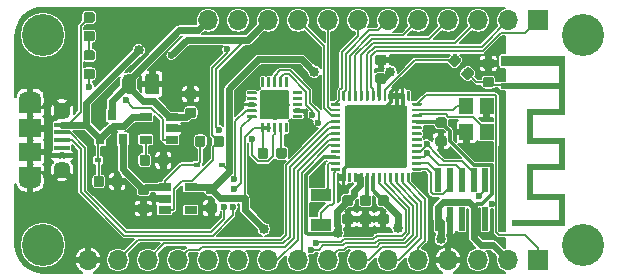
<source format=gbr>
G04 #@! TF.GenerationSoftware,KiCad,Pcbnew,5.1.2-f72e74a~84~ubuntu19.04.1*
G04 #@! TF.CreationDate,2019-05-31T15:23:29+02:00*
G04 #@! TF.ProjectId,efr32_feather,65667233-325f-4666-9561-746865722e6b,rev?*
G04 #@! TF.SameCoordinates,Original*
G04 #@! TF.FileFunction,Copper,L1,Top*
G04 #@! TF.FilePolarity,Positive*
%FSLAX46Y46*%
G04 Gerber Fmt 4.6, Leading zero omitted, Abs format (unit mm)*
G04 Created by KiCad (PCBNEW 5.1.2-f72e74a~84~ubuntu19.04.1) date 2019-05-31 15:23:29*
%MOMM*%
%LPD*%
G04 APERTURE LIST*
%ADD10C,0.100000*%
%ADD11R,0.500000X2.000000*%
%ADD12R,0.600000X0.450000*%
%ADD13O,1.200000X1.750000*%
%ADD14C,1.200000*%
%ADD15C,0.250000*%
%ADD16C,5.300000*%
%ADD17R,0.800000X0.900000*%
%ADD18C,0.875000*%
%ADD19C,2.500000*%
%ADD20R,0.500000X0.500000*%
%ADD21R,0.500000X0.900000*%
%ADD22R,1.060000X0.650000*%
%ADD23R,1.200000X1.400000*%
%ADD24R,1.800000X1.000000*%
%ADD25C,3.556000*%
%ADD26R,1.900000X1.200000*%
%ADD27O,1.900000X1.200000*%
%ADD28R,1.900000X1.500000*%
%ADD29C,1.450000*%
%ADD30R,1.350000X0.400000*%
%ADD31O,1.700000X1.700000*%
%ADD32R,1.700000X1.700000*%
%ADD33C,0.600000*%
%ADD34C,0.850000*%
%ADD35C,0.600000*%
%ADD36C,0.300000*%
%ADD37C,0.200000*%
%ADD38C,0.127000*%
G04 APERTURE END LIST*
D10*
G36*
X190810000Y-137650000D02*
G01*
X190810000Y-139650000D01*
X193450000Y-139650000D01*
X193450000Y-142350000D01*
X190810000Y-142350000D01*
X190810000Y-144350000D01*
X193450000Y-144350000D01*
X193450000Y-147050000D01*
X189010000Y-147050000D01*
X189010000Y-146550000D01*
X192950000Y-146550000D01*
X192950000Y-144850000D01*
X190310000Y-144850000D01*
X190310000Y-141850000D01*
X192950000Y-141850000D01*
X192950000Y-140150000D01*
X190310000Y-140150000D01*
X190310000Y-137150000D01*
X192950000Y-137150000D01*
X192950000Y-135450000D01*
X188050000Y-135450000D01*
X188050000Y-134950000D01*
X192950000Y-134950000D01*
X192950000Y-133550000D01*
X188050000Y-133550000D01*
X188050000Y-132650000D01*
X188293215Y-132650000D01*
X188293215Y-132952417D01*
X188245605Y-132962258D01*
X188203203Y-132986326D01*
X188170419Y-133024269D01*
X188166065Y-133032181D01*
X188153957Y-133074844D01*
X188154700Y-133123363D01*
X188167600Y-133168878D01*
X188178213Y-133187489D01*
X188213447Y-133221132D01*
X188258632Y-133241691D01*
X188308158Y-133248222D01*
X188356417Y-133239782D01*
X188388643Y-133222888D01*
X188421313Y-133187628D01*
X188441408Y-133142318D01*
X188447982Y-133092733D01*
X188440092Y-133044647D01*
X188423186Y-133011755D01*
X188386416Y-132976815D01*
X188341622Y-132957153D01*
X188293215Y-132952417D01*
X188293215Y-132650000D01*
X193450000Y-132650000D01*
X193450000Y-137650000D01*
X190810000Y-137650000D01*
X190810000Y-137650000D01*
G37*
D11*
X186750000Y-143175000D03*
X186750000Y-146475000D03*
X185750000Y-143175000D03*
X185750000Y-146475000D03*
X184750000Y-143175000D03*
X184750000Y-146475000D03*
X183750000Y-143175000D03*
X183750000Y-146475000D03*
X182750000Y-143175000D03*
X182750000Y-146475000D03*
D12*
X164450000Y-141900000D03*
X162350000Y-141900000D03*
D13*
X156550000Y-135050000D03*
D10*
G36*
X158924505Y-134176204D02*
G01*
X158948773Y-134179804D01*
X158972572Y-134185765D01*
X158995671Y-134194030D01*
X159017850Y-134204520D01*
X159038893Y-134217132D01*
X159058599Y-134231747D01*
X159076777Y-134248223D01*
X159093253Y-134266401D01*
X159107868Y-134286107D01*
X159120480Y-134307150D01*
X159130970Y-134329329D01*
X159139235Y-134352428D01*
X159145196Y-134376227D01*
X159148796Y-134400495D01*
X159150000Y-134424999D01*
X159150000Y-135675001D01*
X159148796Y-135699505D01*
X159145196Y-135723773D01*
X159139235Y-135747572D01*
X159130970Y-135770671D01*
X159120480Y-135792850D01*
X159107868Y-135813893D01*
X159093253Y-135833599D01*
X159076777Y-135851777D01*
X159058599Y-135868253D01*
X159038893Y-135882868D01*
X159017850Y-135895480D01*
X158995671Y-135905970D01*
X158972572Y-135914235D01*
X158948773Y-135920196D01*
X158924505Y-135923796D01*
X158900001Y-135925000D01*
X158199999Y-135925000D01*
X158175495Y-135923796D01*
X158151227Y-135920196D01*
X158127428Y-135914235D01*
X158104329Y-135905970D01*
X158082150Y-135895480D01*
X158061107Y-135882868D01*
X158041401Y-135868253D01*
X158023223Y-135851777D01*
X158006747Y-135833599D01*
X157992132Y-135813893D01*
X157979520Y-135792850D01*
X157969030Y-135770671D01*
X157960765Y-135747572D01*
X157954804Y-135723773D01*
X157951204Y-135699505D01*
X157950000Y-135675001D01*
X157950000Y-134424999D01*
X157951204Y-134400495D01*
X157954804Y-134376227D01*
X157960765Y-134352428D01*
X157969030Y-134329329D01*
X157979520Y-134307150D01*
X157992132Y-134286107D01*
X158006747Y-134266401D01*
X158023223Y-134248223D01*
X158041401Y-134231747D01*
X158061107Y-134217132D01*
X158082150Y-134204520D01*
X158104329Y-134194030D01*
X158127428Y-134185765D01*
X158151227Y-134179804D01*
X158175495Y-134176204D01*
X158199999Y-134175000D01*
X158900001Y-134175000D01*
X158924505Y-134176204D01*
X158924505Y-134176204D01*
G37*
D14*
X158550000Y-135050000D03*
D10*
G36*
X180318626Y-142550301D02*
G01*
X180324693Y-142551201D01*
X180330643Y-142552691D01*
X180336418Y-142554758D01*
X180341962Y-142557380D01*
X180347223Y-142560533D01*
X180352150Y-142564187D01*
X180356694Y-142568306D01*
X180360813Y-142572850D01*
X180364467Y-142577777D01*
X180367620Y-142583038D01*
X180370242Y-142588582D01*
X180372309Y-142594357D01*
X180373799Y-142600307D01*
X180374699Y-142606374D01*
X180375000Y-142612500D01*
X180375000Y-143287500D01*
X180374699Y-143293626D01*
X180373799Y-143299693D01*
X180372309Y-143305643D01*
X180370242Y-143311418D01*
X180367620Y-143316962D01*
X180364467Y-143322223D01*
X180360813Y-143327150D01*
X180356694Y-143331694D01*
X180352150Y-143335813D01*
X180347223Y-143339467D01*
X180341962Y-143342620D01*
X180336418Y-143345242D01*
X180330643Y-143347309D01*
X180324693Y-143348799D01*
X180318626Y-143349699D01*
X180312500Y-143350000D01*
X180187500Y-143350000D01*
X180181374Y-143349699D01*
X180175307Y-143348799D01*
X180169357Y-143347309D01*
X180163582Y-143345242D01*
X180158038Y-143342620D01*
X180152777Y-143339467D01*
X180147850Y-143335813D01*
X180143306Y-143331694D01*
X180139187Y-143327150D01*
X180135533Y-143322223D01*
X180132380Y-143316962D01*
X180129758Y-143311418D01*
X180127691Y-143305643D01*
X180126201Y-143299693D01*
X180125301Y-143293626D01*
X180125000Y-143287500D01*
X180125000Y-142612500D01*
X180125301Y-142606374D01*
X180126201Y-142600307D01*
X180127691Y-142594357D01*
X180129758Y-142588582D01*
X180132380Y-142583038D01*
X180135533Y-142577777D01*
X180139187Y-142572850D01*
X180143306Y-142568306D01*
X180147850Y-142564187D01*
X180152777Y-142560533D01*
X180158038Y-142557380D01*
X180163582Y-142554758D01*
X180169357Y-142552691D01*
X180175307Y-142551201D01*
X180181374Y-142550301D01*
X180187500Y-142550000D01*
X180312500Y-142550000D01*
X180318626Y-142550301D01*
X180318626Y-142550301D01*
G37*
D15*
X180250000Y-142950000D03*
D10*
G36*
X179818626Y-142550301D02*
G01*
X179824693Y-142551201D01*
X179830643Y-142552691D01*
X179836418Y-142554758D01*
X179841962Y-142557380D01*
X179847223Y-142560533D01*
X179852150Y-142564187D01*
X179856694Y-142568306D01*
X179860813Y-142572850D01*
X179864467Y-142577777D01*
X179867620Y-142583038D01*
X179870242Y-142588582D01*
X179872309Y-142594357D01*
X179873799Y-142600307D01*
X179874699Y-142606374D01*
X179875000Y-142612500D01*
X179875000Y-143287500D01*
X179874699Y-143293626D01*
X179873799Y-143299693D01*
X179872309Y-143305643D01*
X179870242Y-143311418D01*
X179867620Y-143316962D01*
X179864467Y-143322223D01*
X179860813Y-143327150D01*
X179856694Y-143331694D01*
X179852150Y-143335813D01*
X179847223Y-143339467D01*
X179841962Y-143342620D01*
X179836418Y-143345242D01*
X179830643Y-143347309D01*
X179824693Y-143348799D01*
X179818626Y-143349699D01*
X179812500Y-143350000D01*
X179687500Y-143350000D01*
X179681374Y-143349699D01*
X179675307Y-143348799D01*
X179669357Y-143347309D01*
X179663582Y-143345242D01*
X179658038Y-143342620D01*
X179652777Y-143339467D01*
X179647850Y-143335813D01*
X179643306Y-143331694D01*
X179639187Y-143327150D01*
X179635533Y-143322223D01*
X179632380Y-143316962D01*
X179629758Y-143311418D01*
X179627691Y-143305643D01*
X179626201Y-143299693D01*
X179625301Y-143293626D01*
X179625000Y-143287500D01*
X179625000Y-142612500D01*
X179625301Y-142606374D01*
X179626201Y-142600307D01*
X179627691Y-142594357D01*
X179629758Y-142588582D01*
X179632380Y-142583038D01*
X179635533Y-142577777D01*
X179639187Y-142572850D01*
X179643306Y-142568306D01*
X179647850Y-142564187D01*
X179652777Y-142560533D01*
X179658038Y-142557380D01*
X179663582Y-142554758D01*
X179669357Y-142552691D01*
X179675307Y-142551201D01*
X179681374Y-142550301D01*
X179687500Y-142550000D01*
X179812500Y-142550000D01*
X179818626Y-142550301D01*
X179818626Y-142550301D01*
G37*
D15*
X179750000Y-142950000D03*
D10*
G36*
X179318626Y-142550301D02*
G01*
X179324693Y-142551201D01*
X179330643Y-142552691D01*
X179336418Y-142554758D01*
X179341962Y-142557380D01*
X179347223Y-142560533D01*
X179352150Y-142564187D01*
X179356694Y-142568306D01*
X179360813Y-142572850D01*
X179364467Y-142577777D01*
X179367620Y-142583038D01*
X179370242Y-142588582D01*
X179372309Y-142594357D01*
X179373799Y-142600307D01*
X179374699Y-142606374D01*
X179375000Y-142612500D01*
X179375000Y-143287500D01*
X179374699Y-143293626D01*
X179373799Y-143299693D01*
X179372309Y-143305643D01*
X179370242Y-143311418D01*
X179367620Y-143316962D01*
X179364467Y-143322223D01*
X179360813Y-143327150D01*
X179356694Y-143331694D01*
X179352150Y-143335813D01*
X179347223Y-143339467D01*
X179341962Y-143342620D01*
X179336418Y-143345242D01*
X179330643Y-143347309D01*
X179324693Y-143348799D01*
X179318626Y-143349699D01*
X179312500Y-143350000D01*
X179187500Y-143350000D01*
X179181374Y-143349699D01*
X179175307Y-143348799D01*
X179169357Y-143347309D01*
X179163582Y-143345242D01*
X179158038Y-143342620D01*
X179152777Y-143339467D01*
X179147850Y-143335813D01*
X179143306Y-143331694D01*
X179139187Y-143327150D01*
X179135533Y-143322223D01*
X179132380Y-143316962D01*
X179129758Y-143311418D01*
X179127691Y-143305643D01*
X179126201Y-143299693D01*
X179125301Y-143293626D01*
X179125000Y-143287500D01*
X179125000Y-142612500D01*
X179125301Y-142606374D01*
X179126201Y-142600307D01*
X179127691Y-142594357D01*
X179129758Y-142588582D01*
X179132380Y-142583038D01*
X179135533Y-142577777D01*
X179139187Y-142572850D01*
X179143306Y-142568306D01*
X179147850Y-142564187D01*
X179152777Y-142560533D01*
X179158038Y-142557380D01*
X179163582Y-142554758D01*
X179169357Y-142552691D01*
X179175307Y-142551201D01*
X179181374Y-142550301D01*
X179187500Y-142550000D01*
X179312500Y-142550000D01*
X179318626Y-142550301D01*
X179318626Y-142550301D01*
G37*
D15*
X179250000Y-142950000D03*
D10*
G36*
X178818626Y-142550301D02*
G01*
X178824693Y-142551201D01*
X178830643Y-142552691D01*
X178836418Y-142554758D01*
X178841962Y-142557380D01*
X178847223Y-142560533D01*
X178852150Y-142564187D01*
X178856694Y-142568306D01*
X178860813Y-142572850D01*
X178864467Y-142577777D01*
X178867620Y-142583038D01*
X178870242Y-142588582D01*
X178872309Y-142594357D01*
X178873799Y-142600307D01*
X178874699Y-142606374D01*
X178875000Y-142612500D01*
X178875000Y-143287500D01*
X178874699Y-143293626D01*
X178873799Y-143299693D01*
X178872309Y-143305643D01*
X178870242Y-143311418D01*
X178867620Y-143316962D01*
X178864467Y-143322223D01*
X178860813Y-143327150D01*
X178856694Y-143331694D01*
X178852150Y-143335813D01*
X178847223Y-143339467D01*
X178841962Y-143342620D01*
X178836418Y-143345242D01*
X178830643Y-143347309D01*
X178824693Y-143348799D01*
X178818626Y-143349699D01*
X178812500Y-143350000D01*
X178687500Y-143350000D01*
X178681374Y-143349699D01*
X178675307Y-143348799D01*
X178669357Y-143347309D01*
X178663582Y-143345242D01*
X178658038Y-143342620D01*
X178652777Y-143339467D01*
X178647850Y-143335813D01*
X178643306Y-143331694D01*
X178639187Y-143327150D01*
X178635533Y-143322223D01*
X178632380Y-143316962D01*
X178629758Y-143311418D01*
X178627691Y-143305643D01*
X178626201Y-143299693D01*
X178625301Y-143293626D01*
X178625000Y-143287500D01*
X178625000Y-142612500D01*
X178625301Y-142606374D01*
X178626201Y-142600307D01*
X178627691Y-142594357D01*
X178629758Y-142588582D01*
X178632380Y-142583038D01*
X178635533Y-142577777D01*
X178639187Y-142572850D01*
X178643306Y-142568306D01*
X178647850Y-142564187D01*
X178652777Y-142560533D01*
X178658038Y-142557380D01*
X178663582Y-142554758D01*
X178669357Y-142552691D01*
X178675307Y-142551201D01*
X178681374Y-142550301D01*
X178687500Y-142550000D01*
X178812500Y-142550000D01*
X178818626Y-142550301D01*
X178818626Y-142550301D01*
G37*
D15*
X178750000Y-142950000D03*
D10*
G36*
X178318626Y-142550301D02*
G01*
X178324693Y-142551201D01*
X178330643Y-142552691D01*
X178336418Y-142554758D01*
X178341962Y-142557380D01*
X178347223Y-142560533D01*
X178352150Y-142564187D01*
X178356694Y-142568306D01*
X178360813Y-142572850D01*
X178364467Y-142577777D01*
X178367620Y-142583038D01*
X178370242Y-142588582D01*
X178372309Y-142594357D01*
X178373799Y-142600307D01*
X178374699Y-142606374D01*
X178375000Y-142612500D01*
X178375000Y-143287500D01*
X178374699Y-143293626D01*
X178373799Y-143299693D01*
X178372309Y-143305643D01*
X178370242Y-143311418D01*
X178367620Y-143316962D01*
X178364467Y-143322223D01*
X178360813Y-143327150D01*
X178356694Y-143331694D01*
X178352150Y-143335813D01*
X178347223Y-143339467D01*
X178341962Y-143342620D01*
X178336418Y-143345242D01*
X178330643Y-143347309D01*
X178324693Y-143348799D01*
X178318626Y-143349699D01*
X178312500Y-143350000D01*
X178187500Y-143350000D01*
X178181374Y-143349699D01*
X178175307Y-143348799D01*
X178169357Y-143347309D01*
X178163582Y-143345242D01*
X178158038Y-143342620D01*
X178152777Y-143339467D01*
X178147850Y-143335813D01*
X178143306Y-143331694D01*
X178139187Y-143327150D01*
X178135533Y-143322223D01*
X178132380Y-143316962D01*
X178129758Y-143311418D01*
X178127691Y-143305643D01*
X178126201Y-143299693D01*
X178125301Y-143293626D01*
X178125000Y-143287500D01*
X178125000Y-142612500D01*
X178125301Y-142606374D01*
X178126201Y-142600307D01*
X178127691Y-142594357D01*
X178129758Y-142588582D01*
X178132380Y-142583038D01*
X178135533Y-142577777D01*
X178139187Y-142572850D01*
X178143306Y-142568306D01*
X178147850Y-142564187D01*
X178152777Y-142560533D01*
X178158038Y-142557380D01*
X178163582Y-142554758D01*
X178169357Y-142552691D01*
X178175307Y-142551201D01*
X178181374Y-142550301D01*
X178187500Y-142550000D01*
X178312500Y-142550000D01*
X178318626Y-142550301D01*
X178318626Y-142550301D01*
G37*
D15*
X178250000Y-142950000D03*
D10*
G36*
X177818626Y-142550301D02*
G01*
X177824693Y-142551201D01*
X177830643Y-142552691D01*
X177836418Y-142554758D01*
X177841962Y-142557380D01*
X177847223Y-142560533D01*
X177852150Y-142564187D01*
X177856694Y-142568306D01*
X177860813Y-142572850D01*
X177864467Y-142577777D01*
X177867620Y-142583038D01*
X177870242Y-142588582D01*
X177872309Y-142594357D01*
X177873799Y-142600307D01*
X177874699Y-142606374D01*
X177875000Y-142612500D01*
X177875000Y-143287500D01*
X177874699Y-143293626D01*
X177873799Y-143299693D01*
X177872309Y-143305643D01*
X177870242Y-143311418D01*
X177867620Y-143316962D01*
X177864467Y-143322223D01*
X177860813Y-143327150D01*
X177856694Y-143331694D01*
X177852150Y-143335813D01*
X177847223Y-143339467D01*
X177841962Y-143342620D01*
X177836418Y-143345242D01*
X177830643Y-143347309D01*
X177824693Y-143348799D01*
X177818626Y-143349699D01*
X177812500Y-143350000D01*
X177687500Y-143350000D01*
X177681374Y-143349699D01*
X177675307Y-143348799D01*
X177669357Y-143347309D01*
X177663582Y-143345242D01*
X177658038Y-143342620D01*
X177652777Y-143339467D01*
X177647850Y-143335813D01*
X177643306Y-143331694D01*
X177639187Y-143327150D01*
X177635533Y-143322223D01*
X177632380Y-143316962D01*
X177629758Y-143311418D01*
X177627691Y-143305643D01*
X177626201Y-143299693D01*
X177625301Y-143293626D01*
X177625000Y-143287500D01*
X177625000Y-142612500D01*
X177625301Y-142606374D01*
X177626201Y-142600307D01*
X177627691Y-142594357D01*
X177629758Y-142588582D01*
X177632380Y-142583038D01*
X177635533Y-142577777D01*
X177639187Y-142572850D01*
X177643306Y-142568306D01*
X177647850Y-142564187D01*
X177652777Y-142560533D01*
X177658038Y-142557380D01*
X177663582Y-142554758D01*
X177669357Y-142552691D01*
X177675307Y-142551201D01*
X177681374Y-142550301D01*
X177687500Y-142550000D01*
X177812500Y-142550000D01*
X177818626Y-142550301D01*
X177818626Y-142550301D01*
G37*
D15*
X177750000Y-142950000D03*
D10*
G36*
X177318626Y-142550301D02*
G01*
X177324693Y-142551201D01*
X177330643Y-142552691D01*
X177336418Y-142554758D01*
X177341962Y-142557380D01*
X177347223Y-142560533D01*
X177352150Y-142564187D01*
X177356694Y-142568306D01*
X177360813Y-142572850D01*
X177364467Y-142577777D01*
X177367620Y-142583038D01*
X177370242Y-142588582D01*
X177372309Y-142594357D01*
X177373799Y-142600307D01*
X177374699Y-142606374D01*
X177375000Y-142612500D01*
X177375000Y-143287500D01*
X177374699Y-143293626D01*
X177373799Y-143299693D01*
X177372309Y-143305643D01*
X177370242Y-143311418D01*
X177367620Y-143316962D01*
X177364467Y-143322223D01*
X177360813Y-143327150D01*
X177356694Y-143331694D01*
X177352150Y-143335813D01*
X177347223Y-143339467D01*
X177341962Y-143342620D01*
X177336418Y-143345242D01*
X177330643Y-143347309D01*
X177324693Y-143348799D01*
X177318626Y-143349699D01*
X177312500Y-143350000D01*
X177187500Y-143350000D01*
X177181374Y-143349699D01*
X177175307Y-143348799D01*
X177169357Y-143347309D01*
X177163582Y-143345242D01*
X177158038Y-143342620D01*
X177152777Y-143339467D01*
X177147850Y-143335813D01*
X177143306Y-143331694D01*
X177139187Y-143327150D01*
X177135533Y-143322223D01*
X177132380Y-143316962D01*
X177129758Y-143311418D01*
X177127691Y-143305643D01*
X177126201Y-143299693D01*
X177125301Y-143293626D01*
X177125000Y-143287500D01*
X177125000Y-142612500D01*
X177125301Y-142606374D01*
X177126201Y-142600307D01*
X177127691Y-142594357D01*
X177129758Y-142588582D01*
X177132380Y-142583038D01*
X177135533Y-142577777D01*
X177139187Y-142572850D01*
X177143306Y-142568306D01*
X177147850Y-142564187D01*
X177152777Y-142560533D01*
X177158038Y-142557380D01*
X177163582Y-142554758D01*
X177169357Y-142552691D01*
X177175307Y-142551201D01*
X177181374Y-142550301D01*
X177187500Y-142550000D01*
X177312500Y-142550000D01*
X177318626Y-142550301D01*
X177318626Y-142550301D01*
G37*
D15*
X177250000Y-142950000D03*
D10*
G36*
X176818626Y-142550301D02*
G01*
X176824693Y-142551201D01*
X176830643Y-142552691D01*
X176836418Y-142554758D01*
X176841962Y-142557380D01*
X176847223Y-142560533D01*
X176852150Y-142564187D01*
X176856694Y-142568306D01*
X176860813Y-142572850D01*
X176864467Y-142577777D01*
X176867620Y-142583038D01*
X176870242Y-142588582D01*
X176872309Y-142594357D01*
X176873799Y-142600307D01*
X176874699Y-142606374D01*
X176875000Y-142612500D01*
X176875000Y-143287500D01*
X176874699Y-143293626D01*
X176873799Y-143299693D01*
X176872309Y-143305643D01*
X176870242Y-143311418D01*
X176867620Y-143316962D01*
X176864467Y-143322223D01*
X176860813Y-143327150D01*
X176856694Y-143331694D01*
X176852150Y-143335813D01*
X176847223Y-143339467D01*
X176841962Y-143342620D01*
X176836418Y-143345242D01*
X176830643Y-143347309D01*
X176824693Y-143348799D01*
X176818626Y-143349699D01*
X176812500Y-143350000D01*
X176687500Y-143350000D01*
X176681374Y-143349699D01*
X176675307Y-143348799D01*
X176669357Y-143347309D01*
X176663582Y-143345242D01*
X176658038Y-143342620D01*
X176652777Y-143339467D01*
X176647850Y-143335813D01*
X176643306Y-143331694D01*
X176639187Y-143327150D01*
X176635533Y-143322223D01*
X176632380Y-143316962D01*
X176629758Y-143311418D01*
X176627691Y-143305643D01*
X176626201Y-143299693D01*
X176625301Y-143293626D01*
X176625000Y-143287500D01*
X176625000Y-142612500D01*
X176625301Y-142606374D01*
X176626201Y-142600307D01*
X176627691Y-142594357D01*
X176629758Y-142588582D01*
X176632380Y-142583038D01*
X176635533Y-142577777D01*
X176639187Y-142572850D01*
X176643306Y-142568306D01*
X176647850Y-142564187D01*
X176652777Y-142560533D01*
X176658038Y-142557380D01*
X176663582Y-142554758D01*
X176669357Y-142552691D01*
X176675307Y-142551201D01*
X176681374Y-142550301D01*
X176687500Y-142550000D01*
X176812500Y-142550000D01*
X176818626Y-142550301D01*
X176818626Y-142550301D01*
G37*
D15*
X176750000Y-142950000D03*
D10*
G36*
X176318626Y-142550301D02*
G01*
X176324693Y-142551201D01*
X176330643Y-142552691D01*
X176336418Y-142554758D01*
X176341962Y-142557380D01*
X176347223Y-142560533D01*
X176352150Y-142564187D01*
X176356694Y-142568306D01*
X176360813Y-142572850D01*
X176364467Y-142577777D01*
X176367620Y-142583038D01*
X176370242Y-142588582D01*
X176372309Y-142594357D01*
X176373799Y-142600307D01*
X176374699Y-142606374D01*
X176375000Y-142612500D01*
X176375000Y-143287500D01*
X176374699Y-143293626D01*
X176373799Y-143299693D01*
X176372309Y-143305643D01*
X176370242Y-143311418D01*
X176367620Y-143316962D01*
X176364467Y-143322223D01*
X176360813Y-143327150D01*
X176356694Y-143331694D01*
X176352150Y-143335813D01*
X176347223Y-143339467D01*
X176341962Y-143342620D01*
X176336418Y-143345242D01*
X176330643Y-143347309D01*
X176324693Y-143348799D01*
X176318626Y-143349699D01*
X176312500Y-143350000D01*
X176187500Y-143350000D01*
X176181374Y-143349699D01*
X176175307Y-143348799D01*
X176169357Y-143347309D01*
X176163582Y-143345242D01*
X176158038Y-143342620D01*
X176152777Y-143339467D01*
X176147850Y-143335813D01*
X176143306Y-143331694D01*
X176139187Y-143327150D01*
X176135533Y-143322223D01*
X176132380Y-143316962D01*
X176129758Y-143311418D01*
X176127691Y-143305643D01*
X176126201Y-143299693D01*
X176125301Y-143293626D01*
X176125000Y-143287500D01*
X176125000Y-142612500D01*
X176125301Y-142606374D01*
X176126201Y-142600307D01*
X176127691Y-142594357D01*
X176129758Y-142588582D01*
X176132380Y-142583038D01*
X176135533Y-142577777D01*
X176139187Y-142572850D01*
X176143306Y-142568306D01*
X176147850Y-142564187D01*
X176152777Y-142560533D01*
X176158038Y-142557380D01*
X176163582Y-142554758D01*
X176169357Y-142552691D01*
X176175307Y-142551201D01*
X176181374Y-142550301D01*
X176187500Y-142550000D01*
X176312500Y-142550000D01*
X176318626Y-142550301D01*
X176318626Y-142550301D01*
G37*
D15*
X176250000Y-142950000D03*
D10*
G36*
X175818626Y-142550301D02*
G01*
X175824693Y-142551201D01*
X175830643Y-142552691D01*
X175836418Y-142554758D01*
X175841962Y-142557380D01*
X175847223Y-142560533D01*
X175852150Y-142564187D01*
X175856694Y-142568306D01*
X175860813Y-142572850D01*
X175864467Y-142577777D01*
X175867620Y-142583038D01*
X175870242Y-142588582D01*
X175872309Y-142594357D01*
X175873799Y-142600307D01*
X175874699Y-142606374D01*
X175875000Y-142612500D01*
X175875000Y-143287500D01*
X175874699Y-143293626D01*
X175873799Y-143299693D01*
X175872309Y-143305643D01*
X175870242Y-143311418D01*
X175867620Y-143316962D01*
X175864467Y-143322223D01*
X175860813Y-143327150D01*
X175856694Y-143331694D01*
X175852150Y-143335813D01*
X175847223Y-143339467D01*
X175841962Y-143342620D01*
X175836418Y-143345242D01*
X175830643Y-143347309D01*
X175824693Y-143348799D01*
X175818626Y-143349699D01*
X175812500Y-143350000D01*
X175687500Y-143350000D01*
X175681374Y-143349699D01*
X175675307Y-143348799D01*
X175669357Y-143347309D01*
X175663582Y-143345242D01*
X175658038Y-143342620D01*
X175652777Y-143339467D01*
X175647850Y-143335813D01*
X175643306Y-143331694D01*
X175639187Y-143327150D01*
X175635533Y-143322223D01*
X175632380Y-143316962D01*
X175629758Y-143311418D01*
X175627691Y-143305643D01*
X175626201Y-143299693D01*
X175625301Y-143293626D01*
X175625000Y-143287500D01*
X175625000Y-142612500D01*
X175625301Y-142606374D01*
X175626201Y-142600307D01*
X175627691Y-142594357D01*
X175629758Y-142588582D01*
X175632380Y-142583038D01*
X175635533Y-142577777D01*
X175639187Y-142572850D01*
X175643306Y-142568306D01*
X175647850Y-142564187D01*
X175652777Y-142560533D01*
X175658038Y-142557380D01*
X175663582Y-142554758D01*
X175669357Y-142552691D01*
X175675307Y-142551201D01*
X175681374Y-142550301D01*
X175687500Y-142550000D01*
X175812500Y-142550000D01*
X175818626Y-142550301D01*
X175818626Y-142550301D01*
G37*
D15*
X175750000Y-142950000D03*
D10*
G36*
X175318626Y-142550301D02*
G01*
X175324693Y-142551201D01*
X175330643Y-142552691D01*
X175336418Y-142554758D01*
X175341962Y-142557380D01*
X175347223Y-142560533D01*
X175352150Y-142564187D01*
X175356694Y-142568306D01*
X175360813Y-142572850D01*
X175364467Y-142577777D01*
X175367620Y-142583038D01*
X175370242Y-142588582D01*
X175372309Y-142594357D01*
X175373799Y-142600307D01*
X175374699Y-142606374D01*
X175375000Y-142612500D01*
X175375000Y-143287500D01*
X175374699Y-143293626D01*
X175373799Y-143299693D01*
X175372309Y-143305643D01*
X175370242Y-143311418D01*
X175367620Y-143316962D01*
X175364467Y-143322223D01*
X175360813Y-143327150D01*
X175356694Y-143331694D01*
X175352150Y-143335813D01*
X175347223Y-143339467D01*
X175341962Y-143342620D01*
X175336418Y-143345242D01*
X175330643Y-143347309D01*
X175324693Y-143348799D01*
X175318626Y-143349699D01*
X175312500Y-143350000D01*
X175187500Y-143350000D01*
X175181374Y-143349699D01*
X175175307Y-143348799D01*
X175169357Y-143347309D01*
X175163582Y-143345242D01*
X175158038Y-143342620D01*
X175152777Y-143339467D01*
X175147850Y-143335813D01*
X175143306Y-143331694D01*
X175139187Y-143327150D01*
X175135533Y-143322223D01*
X175132380Y-143316962D01*
X175129758Y-143311418D01*
X175127691Y-143305643D01*
X175126201Y-143299693D01*
X175125301Y-143293626D01*
X175125000Y-143287500D01*
X175125000Y-142612500D01*
X175125301Y-142606374D01*
X175126201Y-142600307D01*
X175127691Y-142594357D01*
X175129758Y-142588582D01*
X175132380Y-142583038D01*
X175135533Y-142577777D01*
X175139187Y-142572850D01*
X175143306Y-142568306D01*
X175147850Y-142564187D01*
X175152777Y-142560533D01*
X175158038Y-142557380D01*
X175163582Y-142554758D01*
X175169357Y-142552691D01*
X175175307Y-142551201D01*
X175181374Y-142550301D01*
X175187500Y-142550000D01*
X175312500Y-142550000D01*
X175318626Y-142550301D01*
X175318626Y-142550301D01*
G37*
D15*
X175250000Y-142950000D03*
D10*
G36*
X174818626Y-142550301D02*
G01*
X174824693Y-142551201D01*
X174830643Y-142552691D01*
X174836418Y-142554758D01*
X174841962Y-142557380D01*
X174847223Y-142560533D01*
X174852150Y-142564187D01*
X174856694Y-142568306D01*
X174860813Y-142572850D01*
X174864467Y-142577777D01*
X174867620Y-142583038D01*
X174870242Y-142588582D01*
X174872309Y-142594357D01*
X174873799Y-142600307D01*
X174874699Y-142606374D01*
X174875000Y-142612500D01*
X174875000Y-143287500D01*
X174874699Y-143293626D01*
X174873799Y-143299693D01*
X174872309Y-143305643D01*
X174870242Y-143311418D01*
X174867620Y-143316962D01*
X174864467Y-143322223D01*
X174860813Y-143327150D01*
X174856694Y-143331694D01*
X174852150Y-143335813D01*
X174847223Y-143339467D01*
X174841962Y-143342620D01*
X174836418Y-143345242D01*
X174830643Y-143347309D01*
X174824693Y-143348799D01*
X174818626Y-143349699D01*
X174812500Y-143350000D01*
X174687500Y-143350000D01*
X174681374Y-143349699D01*
X174675307Y-143348799D01*
X174669357Y-143347309D01*
X174663582Y-143345242D01*
X174658038Y-143342620D01*
X174652777Y-143339467D01*
X174647850Y-143335813D01*
X174643306Y-143331694D01*
X174639187Y-143327150D01*
X174635533Y-143322223D01*
X174632380Y-143316962D01*
X174629758Y-143311418D01*
X174627691Y-143305643D01*
X174626201Y-143299693D01*
X174625301Y-143293626D01*
X174625000Y-143287500D01*
X174625000Y-142612500D01*
X174625301Y-142606374D01*
X174626201Y-142600307D01*
X174627691Y-142594357D01*
X174629758Y-142588582D01*
X174632380Y-142583038D01*
X174635533Y-142577777D01*
X174639187Y-142572850D01*
X174643306Y-142568306D01*
X174647850Y-142564187D01*
X174652777Y-142560533D01*
X174658038Y-142557380D01*
X174663582Y-142554758D01*
X174669357Y-142552691D01*
X174675307Y-142551201D01*
X174681374Y-142550301D01*
X174687500Y-142550000D01*
X174812500Y-142550000D01*
X174818626Y-142550301D01*
X174818626Y-142550301D01*
G37*
D15*
X174750000Y-142950000D03*
D10*
G36*
X174393626Y-142125301D02*
G01*
X174399693Y-142126201D01*
X174405643Y-142127691D01*
X174411418Y-142129758D01*
X174416962Y-142132380D01*
X174422223Y-142135533D01*
X174427150Y-142139187D01*
X174431694Y-142143306D01*
X174435813Y-142147850D01*
X174439467Y-142152777D01*
X174442620Y-142158038D01*
X174445242Y-142163582D01*
X174447309Y-142169357D01*
X174448799Y-142175307D01*
X174449699Y-142181374D01*
X174450000Y-142187500D01*
X174450000Y-142312500D01*
X174449699Y-142318626D01*
X174448799Y-142324693D01*
X174447309Y-142330643D01*
X174445242Y-142336418D01*
X174442620Y-142341962D01*
X174439467Y-142347223D01*
X174435813Y-142352150D01*
X174431694Y-142356694D01*
X174427150Y-142360813D01*
X174422223Y-142364467D01*
X174416962Y-142367620D01*
X174411418Y-142370242D01*
X174405643Y-142372309D01*
X174399693Y-142373799D01*
X174393626Y-142374699D01*
X174387500Y-142375000D01*
X173712500Y-142375000D01*
X173706374Y-142374699D01*
X173700307Y-142373799D01*
X173694357Y-142372309D01*
X173688582Y-142370242D01*
X173683038Y-142367620D01*
X173677777Y-142364467D01*
X173672850Y-142360813D01*
X173668306Y-142356694D01*
X173664187Y-142352150D01*
X173660533Y-142347223D01*
X173657380Y-142341962D01*
X173654758Y-142336418D01*
X173652691Y-142330643D01*
X173651201Y-142324693D01*
X173650301Y-142318626D01*
X173650000Y-142312500D01*
X173650000Y-142187500D01*
X173650301Y-142181374D01*
X173651201Y-142175307D01*
X173652691Y-142169357D01*
X173654758Y-142163582D01*
X173657380Y-142158038D01*
X173660533Y-142152777D01*
X173664187Y-142147850D01*
X173668306Y-142143306D01*
X173672850Y-142139187D01*
X173677777Y-142135533D01*
X173683038Y-142132380D01*
X173688582Y-142129758D01*
X173694357Y-142127691D01*
X173700307Y-142126201D01*
X173706374Y-142125301D01*
X173712500Y-142125000D01*
X174387500Y-142125000D01*
X174393626Y-142125301D01*
X174393626Y-142125301D01*
G37*
D15*
X174050000Y-142250000D03*
D10*
G36*
X174393626Y-141625301D02*
G01*
X174399693Y-141626201D01*
X174405643Y-141627691D01*
X174411418Y-141629758D01*
X174416962Y-141632380D01*
X174422223Y-141635533D01*
X174427150Y-141639187D01*
X174431694Y-141643306D01*
X174435813Y-141647850D01*
X174439467Y-141652777D01*
X174442620Y-141658038D01*
X174445242Y-141663582D01*
X174447309Y-141669357D01*
X174448799Y-141675307D01*
X174449699Y-141681374D01*
X174450000Y-141687500D01*
X174450000Y-141812500D01*
X174449699Y-141818626D01*
X174448799Y-141824693D01*
X174447309Y-141830643D01*
X174445242Y-141836418D01*
X174442620Y-141841962D01*
X174439467Y-141847223D01*
X174435813Y-141852150D01*
X174431694Y-141856694D01*
X174427150Y-141860813D01*
X174422223Y-141864467D01*
X174416962Y-141867620D01*
X174411418Y-141870242D01*
X174405643Y-141872309D01*
X174399693Y-141873799D01*
X174393626Y-141874699D01*
X174387500Y-141875000D01*
X173712500Y-141875000D01*
X173706374Y-141874699D01*
X173700307Y-141873799D01*
X173694357Y-141872309D01*
X173688582Y-141870242D01*
X173683038Y-141867620D01*
X173677777Y-141864467D01*
X173672850Y-141860813D01*
X173668306Y-141856694D01*
X173664187Y-141852150D01*
X173660533Y-141847223D01*
X173657380Y-141841962D01*
X173654758Y-141836418D01*
X173652691Y-141830643D01*
X173651201Y-141824693D01*
X173650301Y-141818626D01*
X173650000Y-141812500D01*
X173650000Y-141687500D01*
X173650301Y-141681374D01*
X173651201Y-141675307D01*
X173652691Y-141669357D01*
X173654758Y-141663582D01*
X173657380Y-141658038D01*
X173660533Y-141652777D01*
X173664187Y-141647850D01*
X173668306Y-141643306D01*
X173672850Y-141639187D01*
X173677777Y-141635533D01*
X173683038Y-141632380D01*
X173688582Y-141629758D01*
X173694357Y-141627691D01*
X173700307Y-141626201D01*
X173706374Y-141625301D01*
X173712500Y-141625000D01*
X174387500Y-141625000D01*
X174393626Y-141625301D01*
X174393626Y-141625301D01*
G37*
D15*
X174050000Y-141750000D03*
D10*
G36*
X174393626Y-141125301D02*
G01*
X174399693Y-141126201D01*
X174405643Y-141127691D01*
X174411418Y-141129758D01*
X174416962Y-141132380D01*
X174422223Y-141135533D01*
X174427150Y-141139187D01*
X174431694Y-141143306D01*
X174435813Y-141147850D01*
X174439467Y-141152777D01*
X174442620Y-141158038D01*
X174445242Y-141163582D01*
X174447309Y-141169357D01*
X174448799Y-141175307D01*
X174449699Y-141181374D01*
X174450000Y-141187500D01*
X174450000Y-141312500D01*
X174449699Y-141318626D01*
X174448799Y-141324693D01*
X174447309Y-141330643D01*
X174445242Y-141336418D01*
X174442620Y-141341962D01*
X174439467Y-141347223D01*
X174435813Y-141352150D01*
X174431694Y-141356694D01*
X174427150Y-141360813D01*
X174422223Y-141364467D01*
X174416962Y-141367620D01*
X174411418Y-141370242D01*
X174405643Y-141372309D01*
X174399693Y-141373799D01*
X174393626Y-141374699D01*
X174387500Y-141375000D01*
X173712500Y-141375000D01*
X173706374Y-141374699D01*
X173700307Y-141373799D01*
X173694357Y-141372309D01*
X173688582Y-141370242D01*
X173683038Y-141367620D01*
X173677777Y-141364467D01*
X173672850Y-141360813D01*
X173668306Y-141356694D01*
X173664187Y-141352150D01*
X173660533Y-141347223D01*
X173657380Y-141341962D01*
X173654758Y-141336418D01*
X173652691Y-141330643D01*
X173651201Y-141324693D01*
X173650301Y-141318626D01*
X173650000Y-141312500D01*
X173650000Y-141187500D01*
X173650301Y-141181374D01*
X173651201Y-141175307D01*
X173652691Y-141169357D01*
X173654758Y-141163582D01*
X173657380Y-141158038D01*
X173660533Y-141152777D01*
X173664187Y-141147850D01*
X173668306Y-141143306D01*
X173672850Y-141139187D01*
X173677777Y-141135533D01*
X173683038Y-141132380D01*
X173688582Y-141129758D01*
X173694357Y-141127691D01*
X173700307Y-141126201D01*
X173706374Y-141125301D01*
X173712500Y-141125000D01*
X174387500Y-141125000D01*
X174393626Y-141125301D01*
X174393626Y-141125301D01*
G37*
D15*
X174050000Y-141250000D03*
D10*
G36*
X174393626Y-140625301D02*
G01*
X174399693Y-140626201D01*
X174405643Y-140627691D01*
X174411418Y-140629758D01*
X174416962Y-140632380D01*
X174422223Y-140635533D01*
X174427150Y-140639187D01*
X174431694Y-140643306D01*
X174435813Y-140647850D01*
X174439467Y-140652777D01*
X174442620Y-140658038D01*
X174445242Y-140663582D01*
X174447309Y-140669357D01*
X174448799Y-140675307D01*
X174449699Y-140681374D01*
X174450000Y-140687500D01*
X174450000Y-140812500D01*
X174449699Y-140818626D01*
X174448799Y-140824693D01*
X174447309Y-140830643D01*
X174445242Y-140836418D01*
X174442620Y-140841962D01*
X174439467Y-140847223D01*
X174435813Y-140852150D01*
X174431694Y-140856694D01*
X174427150Y-140860813D01*
X174422223Y-140864467D01*
X174416962Y-140867620D01*
X174411418Y-140870242D01*
X174405643Y-140872309D01*
X174399693Y-140873799D01*
X174393626Y-140874699D01*
X174387500Y-140875000D01*
X173712500Y-140875000D01*
X173706374Y-140874699D01*
X173700307Y-140873799D01*
X173694357Y-140872309D01*
X173688582Y-140870242D01*
X173683038Y-140867620D01*
X173677777Y-140864467D01*
X173672850Y-140860813D01*
X173668306Y-140856694D01*
X173664187Y-140852150D01*
X173660533Y-140847223D01*
X173657380Y-140841962D01*
X173654758Y-140836418D01*
X173652691Y-140830643D01*
X173651201Y-140824693D01*
X173650301Y-140818626D01*
X173650000Y-140812500D01*
X173650000Y-140687500D01*
X173650301Y-140681374D01*
X173651201Y-140675307D01*
X173652691Y-140669357D01*
X173654758Y-140663582D01*
X173657380Y-140658038D01*
X173660533Y-140652777D01*
X173664187Y-140647850D01*
X173668306Y-140643306D01*
X173672850Y-140639187D01*
X173677777Y-140635533D01*
X173683038Y-140632380D01*
X173688582Y-140629758D01*
X173694357Y-140627691D01*
X173700307Y-140626201D01*
X173706374Y-140625301D01*
X173712500Y-140625000D01*
X174387500Y-140625000D01*
X174393626Y-140625301D01*
X174393626Y-140625301D01*
G37*
D15*
X174050000Y-140750000D03*
D10*
G36*
X174393626Y-140125301D02*
G01*
X174399693Y-140126201D01*
X174405643Y-140127691D01*
X174411418Y-140129758D01*
X174416962Y-140132380D01*
X174422223Y-140135533D01*
X174427150Y-140139187D01*
X174431694Y-140143306D01*
X174435813Y-140147850D01*
X174439467Y-140152777D01*
X174442620Y-140158038D01*
X174445242Y-140163582D01*
X174447309Y-140169357D01*
X174448799Y-140175307D01*
X174449699Y-140181374D01*
X174450000Y-140187500D01*
X174450000Y-140312500D01*
X174449699Y-140318626D01*
X174448799Y-140324693D01*
X174447309Y-140330643D01*
X174445242Y-140336418D01*
X174442620Y-140341962D01*
X174439467Y-140347223D01*
X174435813Y-140352150D01*
X174431694Y-140356694D01*
X174427150Y-140360813D01*
X174422223Y-140364467D01*
X174416962Y-140367620D01*
X174411418Y-140370242D01*
X174405643Y-140372309D01*
X174399693Y-140373799D01*
X174393626Y-140374699D01*
X174387500Y-140375000D01*
X173712500Y-140375000D01*
X173706374Y-140374699D01*
X173700307Y-140373799D01*
X173694357Y-140372309D01*
X173688582Y-140370242D01*
X173683038Y-140367620D01*
X173677777Y-140364467D01*
X173672850Y-140360813D01*
X173668306Y-140356694D01*
X173664187Y-140352150D01*
X173660533Y-140347223D01*
X173657380Y-140341962D01*
X173654758Y-140336418D01*
X173652691Y-140330643D01*
X173651201Y-140324693D01*
X173650301Y-140318626D01*
X173650000Y-140312500D01*
X173650000Y-140187500D01*
X173650301Y-140181374D01*
X173651201Y-140175307D01*
X173652691Y-140169357D01*
X173654758Y-140163582D01*
X173657380Y-140158038D01*
X173660533Y-140152777D01*
X173664187Y-140147850D01*
X173668306Y-140143306D01*
X173672850Y-140139187D01*
X173677777Y-140135533D01*
X173683038Y-140132380D01*
X173688582Y-140129758D01*
X173694357Y-140127691D01*
X173700307Y-140126201D01*
X173706374Y-140125301D01*
X173712500Y-140125000D01*
X174387500Y-140125000D01*
X174393626Y-140125301D01*
X174393626Y-140125301D01*
G37*
D15*
X174050000Y-140250000D03*
D10*
G36*
X174393626Y-139625301D02*
G01*
X174399693Y-139626201D01*
X174405643Y-139627691D01*
X174411418Y-139629758D01*
X174416962Y-139632380D01*
X174422223Y-139635533D01*
X174427150Y-139639187D01*
X174431694Y-139643306D01*
X174435813Y-139647850D01*
X174439467Y-139652777D01*
X174442620Y-139658038D01*
X174445242Y-139663582D01*
X174447309Y-139669357D01*
X174448799Y-139675307D01*
X174449699Y-139681374D01*
X174450000Y-139687500D01*
X174450000Y-139812500D01*
X174449699Y-139818626D01*
X174448799Y-139824693D01*
X174447309Y-139830643D01*
X174445242Y-139836418D01*
X174442620Y-139841962D01*
X174439467Y-139847223D01*
X174435813Y-139852150D01*
X174431694Y-139856694D01*
X174427150Y-139860813D01*
X174422223Y-139864467D01*
X174416962Y-139867620D01*
X174411418Y-139870242D01*
X174405643Y-139872309D01*
X174399693Y-139873799D01*
X174393626Y-139874699D01*
X174387500Y-139875000D01*
X173712500Y-139875000D01*
X173706374Y-139874699D01*
X173700307Y-139873799D01*
X173694357Y-139872309D01*
X173688582Y-139870242D01*
X173683038Y-139867620D01*
X173677777Y-139864467D01*
X173672850Y-139860813D01*
X173668306Y-139856694D01*
X173664187Y-139852150D01*
X173660533Y-139847223D01*
X173657380Y-139841962D01*
X173654758Y-139836418D01*
X173652691Y-139830643D01*
X173651201Y-139824693D01*
X173650301Y-139818626D01*
X173650000Y-139812500D01*
X173650000Y-139687500D01*
X173650301Y-139681374D01*
X173651201Y-139675307D01*
X173652691Y-139669357D01*
X173654758Y-139663582D01*
X173657380Y-139658038D01*
X173660533Y-139652777D01*
X173664187Y-139647850D01*
X173668306Y-139643306D01*
X173672850Y-139639187D01*
X173677777Y-139635533D01*
X173683038Y-139632380D01*
X173688582Y-139629758D01*
X173694357Y-139627691D01*
X173700307Y-139626201D01*
X173706374Y-139625301D01*
X173712500Y-139625000D01*
X174387500Y-139625000D01*
X174393626Y-139625301D01*
X174393626Y-139625301D01*
G37*
D15*
X174050000Y-139750000D03*
D10*
G36*
X174393626Y-139125301D02*
G01*
X174399693Y-139126201D01*
X174405643Y-139127691D01*
X174411418Y-139129758D01*
X174416962Y-139132380D01*
X174422223Y-139135533D01*
X174427150Y-139139187D01*
X174431694Y-139143306D01*
X174435813Y-139147850D01*
X174439467Y-139152777D01*
X174442620Y-139158038D01*
X174445242Y-139163582D01*
X174447309Y-139169357D01*
X174448799Y-139175307D01*
X174449699Y-139181374D01*
X174450000Y-139187500D01*
X174450000Y-139312500D01*
X174449699Y-139318626D01*
X174448799Y-139324693D01*
X174447309Y-139330643D01*
X174445242Y-139336418D01*
X174442620Y-139341962D01*
X174439467Y-139347223D01*
X174435813Y-139352150D01*
X174431694Y-139356694D01*
X174427150Y-139360813D01*
X174422223Y-139364467D01*
X174416962Y-139367620D01*
X174411418Y-139370242D01*
X174405643Y-139372309D01*
X174399693Y-139373799D01*
X174393626Y-139374699D01*
X174387500Y-139375000D01*
X173712500Y-139375000D01*
X173706374Y-139374699D01*
X173700307Y-139373799D01*
X173694357Y-139372309D01*
X173688582Y-139370242D01*
X173683038Y-139367620D01*
X173677777Y-139364467D01*
X173672850Y-139360813D01*
X173668306Y-139356694D01*
X173664187Y-139352150D01*
X173660533Y-139347223D01*
X173657380Y-139341962D01*
X173654758Y-139336418D01*
X173652691Y-139330643D01*
X173651201Y-139324693D01*
X173650301Y-139318626D01*
X173650000Y-139312500D01*
X173650000Y-139187500D01*
X173650301Y-139181374D01*
X173651201Y-139175307D01*
X173652691Y-139169357D01*
X173654758Y-139163582D01*
X173657380Y-139158038D01*
X173660533Y-139152777D01*
X173664187Y-139147850D01*
X173668306Y-139143306D01*
X173672850Y-139139187D01*
X173677777Y-139135533D01*
X173683038Y-139132380D01*
X173688582Y-139129758D01*
X173694357Y-139127691D01*
X173700307Y-139126201D01*
X173706374Y-139125301D01*
X173712500Y-139125000D01*
X174387500Y-139125000D01*
X174393626Y-139125301D01*
X174393626Y-139125301D01*
G37*
D15*
X174050000Y-139250000D03*
D10*
G36*
X174393626Y-138625301D02*
G01*
X174399693Y-138626201D01*
X174405643Y-138627691D01*
X174411418Y-138629758D01*
X174416962Y-138632380D01*
X174422223Y-138635533D01*
X174427150Y-138639187D01*
X174431694Y-138643306D01*
X174435813Y-138647850D01*
X174439467Y-138652777D01*
X174442620Y-138658038D01*
X174445242Y-138663582D01*
X174447309Y-138669357D01*
X174448799Y-138675307D01*
X174449699Y-138681374D01*
X174450000Y-138687500D01*
X174450000Y-138812500D01*
X174449699Y-138818626D01*
X174448799Y-138824693D01*
X174447309Y-138830643D01*
X174445242Y-138836418D01*
X174442620Y-138841962D01*
X174439467Y-138847223D01*
X174435813Y-138852150D01*
X174431694Y-138856694D01*
X174427150Y-138860813D01*
X174422223Y-138864467D01*
X174416962Y-138867620D01*
X174411418Y-138870242D01*
X174405643Y-138872309D01*
X174399693Y-138873799D01*
X174393626Y-138874699D01*
X174387500Y-138875000D01*
X173712500Y-138875000D01*
X173706374Y-138874699D01*
X173700307Y-138873799D01*
X173694357Y-138872309D01*
X173688582Y-138870242D01*
X173683038Y-138867620D01*
X173677777Y-138864467D01*
X173672850Y-138860813D01*
X173668306Y-138856694D01*
X173664187Y-138852150D01*
X173660533Y-138847223D01*
X173657380Y-138841962D01*
X173654758Y-138836418D01*
X173652691Y-138830643D01*
X173651201Y-138824693D01*
X173650301Y-138818626D01*
X173650000Y-138812500D01*
X173650000Y-138687500D01*
X173650301Y-138681374D01*
X173651201Y-138675307D01*
X173652691Y-138669357D01*
X173654758Y-138663582D01*
X173657380Y-138658038D01*
X173660533Y-138652777D01*
X173664187Y-138647850D01*
X173668306Y-138643306D01*
X173672850Y-138639187D01*
X173677777Y-138635533D01*
X173683038Y-138632380D01*
X173688582Y-138629758D01*
X173694357Y-138627691D01*
X173700307Y-138626201D01*
X173706374Y-138625301D01*
X173712500Y-138625000D01*
X174387500Y-138625000D01*
X174393626Y-138625301D01*
X174393626Y-138625301D01*
G37*
D15*
X174050000Y-138750000D03*
D10*
G36*
X174393626Y-138125301D02*
G01*
X174399693Y-138126201D01*
X174405643Y-138127691D01*
X174411418Y-138129758D01*
X174416962Y-138132380D01*
X174422223Y-138135533D01*
X174427150Y-138139187D01*
X174431694Y-138143306D01*
X174435813Y-138147850D01*
X174439467Y-138152777D01*
X174442620Y-138158038D01*
X174445242Y-138163582D01*
X174447309Y-138169357D01*
X174448799Y-138175307D01*
X174449699Y-138181374D01*
X174450000Y-138187500D01*
X174450000Y-138312500D01*
X174449699Y-138318626D01*
X174448799Y-138324693D01*
X174447309Y-138330643D01*
X174445242Y-138336418D01*
X174442620Y-138341962D01*
X174439467Y-138347223D01*
X174435813Y-138352150D01*
X174431694Y-138356694D01*
X174427150Y-138360813D01*
X174422223Y-138364467D01*
X174416962Y-138367620D01*
X174411418Y-138370242D01*
X174405643Y-138372309D01*
X174399693Y-138373799D01*
X174393626Y-138374699D01*
X174387500Y-138375000D01*
X173712500Y-138375000D01*
X173706374Y-138374699D01*
X173700307Y-138373799D01*
X173694357Y-138372309D01*
X173688582Y-138370242D01*
X173683038Y-138367620D01*
X173677777Y-138364467D01*
X173672850Y-138360813D01*
X173668306Y-138356694D01*
X173664187Y-138352150D01*
X173660533Y-138347223D01*
X173657380Y-138341962D01*
X173654758Y-138336418D01*
X173652691Y-138330643D01*
X173651201Y-138324693D01*
X173650301Y-138318626D01*
X173650000Y-138312500D01*
X173650000Y-138187500D01*
X173650301Y-138181374D01*
X173651201Y-138175307D01*
X173652691Y-138169357D01*
X173654758Y-138163582D01*
X173657380Y-138158038D01*
X173660533Y-138152777D01*
X173664187Y-138147850D01*
X173668306Y-138143306D01*
X173672850Y-138139187D01*
X173677777Y-138135533D01*
X173683038Y-138132380D01*
X173688582Y-138129758D01*
X173694357Y-138127691D01*
X173700307Y-138126201D01*
X173706374Y-138125301D01*
X173712500Y-138125000D01*
X174387500Y-138125000D01*
X174393626Y-138125301D01*
X174393626Y-138125301D01*
G37*
D15*
X174050000Y-138250000D03*
D10*
G36*
X174393626Y-137625301D02*
G01*
X174399693Y-137626201D01*
X174405643Y-137627691D01*
X174411418Y-137629758D01*
X174416962Y-137632380D01*
X174422223Y-137635533D01*
X174427150Y-137639187D01*
X174431694Y-137643306D01*
X174435813Y-137647850D01*
X174439467Y-137652777D01*
X174442620Y-137658038D01*
X174445242Y-137663582D01*
X174447309Y-137669357D01*
X174448799Y-137675307D01*
X174449699Y-137681374D01*
X174450000Y-137687500D01*
X174450000Y-137812500D01*
X174449699Y-137818626D01*
X174448799Y-137824693D01*
X174447309Y-137830643D01*
X174445242Y-137836418D01*
X174442620Y-137841962D01*
X174439467Y-137847223D01*
X174435813Y-137852150D01*
X174431694Y-137856694D01*
X174427150Y-137860813D01*
X174422223Y-137864467D01*
X174416962Y-137867620D01*
X174411418Y-137870242D01*
X174405643Y-137872309D01*
X174399693Y-137873799D01*
X174393626Y-137874699D01*
X174387500Y-137875000D01*
X173712500Y-137875000D01*
X173706374Y-137874699D01*
X173700307Y-137873799D01*
X173694357Y-137872309D01*
X173688582Y-137870242D01*
X173683038Y-137867620D01*
X173677777Y-137864467D01*
X173672850Y-137860813D01*
X173668306Y-137856694D01*
X173664187Y-137852150D01*
X173660533Y-137847223D01*
X173657380Y-137841962D01*
X173654758Y-137836418D01*
X173652691Y-137830643D01*
X173651201Y-137824693D01*
X173650301Y-137818626D01*
X173650000Y-137812500D01*
X173650000Y-137687500D01*
X173650301Y-137681374D01*
X173651201Y-137675307D01*
X173652691Y-137669357D01*
X173654758Y-137663582D01*
X173657380Y-137658038D01*
X173660533Y-137652777D01*
X173664187Y-137647850D01*
X173668306Y-137643306D01*
X173672850Y-137639187D01*
X173677777Y-137635533D01*
X173683038Y-137632380D01*
X173688582Y-137629758D01*
X173694357Y-137627691D01*
X173700307Y-137626201D01*
X173706374Y-137625301D01*
X173712500Y-137625000D01*
X174387500Y-137625000D01*
X174393626Y-137625301D01*
X174393626Y-137625301D01*
G37*
D15*
X174050000Y-137750000D03*
D10*
G36*
X174393626Y-137125301D02*
G01*
X174399693Y-137126201D01*
X174405643Y-137127691D01*
X174411418Y-137129758D01*
X174416962Y-137132380D01*
X174422223Y-137135533D01*
X174427150Y-137139187D01*
X174431694Y-137143306D01*
X174435813Y-137147850D01*
X174439467Y-137152777D01*
X174442620Y-137158038D01*
X174445242Y-137163582D01*
X174447309Y-137169357D01*
X174448799Y-137175307D01*
X174449699Y-137181374D01*
X174450000Y-137187500D01*
X174450000Y-137312500D01*
X174449699Y-137318626D01*
X174448799Y-137324693D01*
X174447309Y-137330643D01*
X174445242Y-137336418D01*
X174442620Y-137341962D01*
X174439467Y-137347223D01*
X174435813Y-137352150D01*
X174431694Y-137356694D01*
X174427150Y-137360813D01*
X174422223Y-137364467D01*
X174416962Y-137367620D01*
X174411418Y-137370242D01*
X174405643Y-137372309D01*
X174399693Y-137373799D01*
X174393626Y-137374699D01*
X174387500Y-137375000D01*
X173712500Y-137375000D01*
X173706374Y-137374699D01*
X173700307Y-137373799D01*
X173694357Y-137372309D01*
X173688582Y-137370242D01*
X173683038Y-137367620D01*
X173677777Y-137364467D01*
X173672850Y-137360813D01*
X173668306Y-137356694D01*
X173664187Y-137352150D01*
X173660533Y-137347223D01*
X173657380Y-137341962D01*
X173654758Y-137336418D01*
X173652691Y-137330643D01*
X173651201Y-137324693D01*
X173650301Y-137318626D01*
X173650000Y-137312500D01*
X173650000Y-137187500D01*
X173650301Y-137181374D01*
X173651201Y-137175307D01*
X173652691Y-137169357D01*
X173654758Y-137163582D01*
X173657380Y-137158038D01*
X173660533Y-137152777D01*
X173664187Y-137147850D01*
X173668306Y-137143306D01*
X173672850Y-137139187D01*
X173677777Y-137135533D01*
X173683038Y-137132380D01*
X173688582Y-137129758D01*
X173694357Y-137127691D01*
X173700307Y-137126201D01*
X173706374Y-137125301D01*
X173712500Y-137125000D01*
X174387500Y-137125000D01*
X174393626Y-137125301D01*
X174393626Y-137125301D01*
G37*
D15*
X174050000Y-137250000D03*
D10*
G36*
X174393626Y-136625301D02*
G01*
X174399693Y-136626201D01*
X174405643Y-136627691D01*
X174411418Y-136629758D01*
X174416962Y-136632380D01*
X174422223Y-136635533D01*
X174427150Y-136639187D01*
X174431694Y-136643306D01*
X174435813Y-136647850D01*
X174439467Y-136652777D01*
X174442620Y-136658038D01*
X174445242Y-136663582D01*
X174447309Y-136669357D01*
X174448799Y-136675307D01*
X174449699Y-136681374D01*
X174450000Y-136687500D01*
X174450000Y-136812500D01*
X174449699Y-136818626D01*
X174448799Y-136824693D01*
X174447309Y-136830643D01*
X174445242Y-136836418D01*
X174442620Y-136841962D01*
X174439467Y-136847223D01*
X174435813Y-136852150D01*
X174431694Y-136856694D01*
X174427150Y-136860813D01*
X174422223Y-136864467D01*
X174416962Y-136867620D01*
X174411418Y-136870242D01*
X174405643Y-136872309D01*
X174399693Y-136873799D01*
X174393626Y-136874699D01*
X174387500Y-136875000D01*
X173712500Y-136875000D01*
X173706374Y-136874699D01*
X173700307Y-136873799D01*
X173694357Y-136872309D01*
X173688582Y-136870242D01*
X173683038Y-136867620D01*
X173677777Y-136864467D01*
X173672850Y-136860813D01*
X173668306Y-136856694D01*
X173664187Y-136852150D01*
X173660533Y-136847223D01*
X173657380Y-136841962D01*
X173654758Y-136836418D01*
X173652691Y-136830643D01*
X173651201Y-136824693D01*
X173650301Y-136818626D01*
X173650000Y-136812500D01*
X173650000Y-136687500D01*
X173650301Y-136681374D01*
X173651201Y-136675307D01*
X173652691Y-136669357D01*
X173654758Y-136663582D01*
X173657380Y-136658038D01*
X173660533Y-136652777D01*
X173664187Y-136647850D01*
X173668306Y-136643306D01*
X173672850Y-136639187D01*
X173677777Y-136635533D01*
X173683038Y-136632380D01*
X173688582Y-136629758D01*
X173694357Y-136627691D01*
X173700307Y-136626201D01*
X173706374Y-136625301D01*
X173712500Y-136625000D01*
X174387500Y-136625000D01*
X174393626Y-136625301D01*
X174393626Y-136625301D01*
G37*
D15*
X174050000Y-136750000D03*
D10*
G36*
X174818626Y-135650301D02*
G01*
X174824693Y-135651201D01*
X174830643Y-135652691D01*
X174836418Y-135654758D01*
X174841962Y-135657380D01*
X174847223Y-135660533D01*
X174852150Y-135664187D01*
X174856694Y-135668306D01*
X174860813Y-135672850D01*
X174864467Y-135677777D01*
X174867620Y-135683038D01*
X174870242Y-135688582D01*
X174872309Y-135694357D01*
X174873799Y-135700307D01*
X174874699Y-135706374D01*
X174875000Y-135712500D01*
X174875000Y-136387500D01*
X174874699Y-136393626D01*
X174873799Y-136399693D01*
X174872309Y-136405643D01*
X174870242Y-136411418D01*
X174867620Y-136416962D01*
X174864467Y-136422223D01*
X174860813Y-136427150D01*
X174856694Y-136431694D01*
X174852150Y-136435813D01*
X174847223Y-136439467D01*
X174841962Y-136442620D01*
X174836418Y-136445242D01*
X174830643Y-136447309D01*
X174824693Y-136448799D01*
X174818626Y-136449699D01*
X174812500Y-136450000D01*
X174687500Y-136450000D01*
X174681374Y-136449699D01*
X174675307Y-136448799D01*
X174669357Y-136447309D01*
X174663582Y-136445242D01*
X174658038Y-136442620D01*
X174652777Y-136439467D01*
X174647850Y-136435813D01*
X174643306Y-136431694D01*
X174639187Y-136427150D01*
X174635533Y-136422223D01*
X174632380Y-136416962D01*
X174629758Y-136411418D01*
X174627691Y-136405643D01*
X174626201Y-136399693D01*
X174625301Y-136393626D01*
X174625000Y-136387500D01*
X174625000Y-135712500D01*
X174625301Y-135706374D01*
X174626201Y-135700307D01*
X174627691Y-135694357D01*
X174629758Y-135688582D01*
X174632380Y-135683038D01*
X174635533Y-135677777D01*
X174639187Y-135672850D01*
X174643306Y-135668306D01*
X174647850Y-135664187D01*
X174652777Y-135660533D01*
X174658038Y-135657380D01*
X174663582Y-135654758D01*
X174669357Y-135652691D01*
X174675307Y-135651201D01*
X174681374Y-135650301D01*
X174687500Y-135650000D01*
X174812500Y-135650000D01*
X174818626Y-135650301D01*
X174818626Y-135650301D01*
G37*
D15*
X174750000Y-136050000D03*
D10*
G36*
X175318626Y-135650301D02*
G01*
X175324693Y-135651201D01*
X175330643Y-135652691D01*
X175336418Y-135654758D01*
X175341962Y-135657380D01*
X175347223Y-135660533D01*
X175352150Y-135664187D01*
X175356694Y-135668306D01*
X175360813Y-135672850D01*
X175364467Y-135677777D01*
X175367620Y-135683038D01*
X175370242Y-135688582D01*
X175372309Y-135694357D01*
X175373799Y-135700307D01*
X175374699Y-135706374D01*
X175375000Y-135712500D01*
X175375000Y-136387500D01*
X175374699Y-136393626D01*
X175373799Y-136399693D01*
X175372309Y-136405643D01*
X175370242Y-136411418D01*
X175367620Y-136416962D01*
X175364467Y-136422223D01*
X175360813Y-136427150D01*
X175356694Y-136431694D01*
X175352150Y-136435813D01*
X175347223Y-136439467D01*
X175341962Y-136442620D01*
X175336418Y-136445242D01*
X175330643Y-136447309D01*
X175324693Y-136448799D01*
X175318626Y-136449699D01*
X175312500Y-136450000D01*
X175187500Y-136450000D01*
X175181374Y-136449699D01*
X175175307Y-136448799D01*
X175169357Y-136447309D01*
X175163582Y-136445242D01*
X175158038Y-136442620D01*
X175152777Y-136439467D01*
X175147850Y-136435813D01*
X175143306Y-136431694D01*
X175139187Y-136427150D01*
X175135533Y-136422223D01*
X175132380Y-136416962D01*
X175129758Y-136411418D01*
X175127691Y-136405643D01*
X175126201Y-136399693D01*
X175125301Y-136393626D01*
X175125000Y-136387500D01*
X175125000Y-135712500D01*
X175125301Y-135706374D01*
X175126201Y-135700307D01*
X175127691Y-135694357D01*
X175129758Y-135688582D01*
X175132380Y-135683038D01*
X175135533Y-135677777D01*
X175139187Y-135672850D01*
X175143306Y-135668306D01*
X175147850Y-135664187D01*
X175152777Y-135660533D01*
X175158038Y-135657380D01*
X175163582Y-135654758D01*
X175169357Y-135652691D01*
X175175307Y-135651201D01*
X175181374Y-135650301D01*
X175187500Y-135650000D01*
X175312500Y-135650000D01*
X175318626Y-135650301D01*
X175318626Y-135650301D01*
G37*
D15*
X175250000Y-136050000D03*
D10*
G36*
X175818626Y-135650301D02*
G01*
X175824693Y-135651201D01*
X175830643Y-135652691D01*
X175836418Y-135654758D01*
X175841962Y-135657380D01*
X175847223Y-135660533D01*
X175852150Y-135664187D01*
X175856694Y-135668306D01*
X175860813Y-135672850D01*
X175864467Y-135677777D01*
X175867620Y-135683038D01*
X175870242Y-135688582D01*
X175872309Y-135694357D01*
X175873799Y-135700307D01*
X175874699Y-135706374D01*
X175875000Y-135712500D01*
X175875000Y-136387500D01*
X175874699Y-136393626D01*
X175873799Y-136399693D01*
X175872309Y-136405643D01*
X175870242Y-136411418D01*
X175867620Y-136416962D01*
X175864467Y-136422223D01*
X175860813Y-136427150D01*
X175856694Y-136431694D01*
X175852150Y-136435813D01*
X175847223Y-136439467D01*
X175841962Y-136442620D01*
X175836418Y-136445242D01*
X175830643Y-136447309D01*
X175824693Y-136448799D01*
X175818626Y-136449699D01*
X175812500Y-136450000D01*
X175687500Y-136450000D01*
X175681374Y-136449699D01*
X175675307Y-136448799D01*
X175669357Y-136447309D01*
X175663582Y-136445242D01*
X175658038Y-136442620D01*
X175652777Y-136439467D01*
X175647850Y-136435813D01*
X175643306Y-136431694D01*
X175639187Y-136427150D01*
X175635533Y-136422223D01*
X175632380Y-136416962D01*
X175629758Y-136411418D01*
X175627691Y-136405643D01*
X175626201Y-136399693D01*
X175625301Y-136393626D01*
X175625000Y-136387500D01*
X175625000Y-135712500D01*
X175625301Y-135706374D01*
X175626201Y-135700307D01*
X175627691Y-135694357D01*
X175629758Y-135688582D01*
X175632380Y-135683038D01*
X175635533Y-135677777D01*
X175639187Y-135672850D01*
X175643306Y-135668306D01*
X175647850Y-135664187D01*
X175652777Y-135660533D01*
X175658038Y-135657380D01*
X175663582Y-135654758D01*
X175669357Y-135652691D01*
X175675307Y-135651201D01*
X175681374Y-135650301D01*
X175687500Y-135650000D01*
X175812500Y-135650000D01*
X175818626Y-135650301D01*
X175818626Y-135650301D01*
G37*
D15*
X175750000Y-136050000D03*
D10*
G36*
X176318626Y-135650301D02*
G01*
X176324693Y-135651201D01*
X176330643Y-135652691D01*
X176336418Y-135654758D01*
X176341962Y-135657380D01*
X176347223Y-135660533D01*
X176352150Y-135664187D01*
X176356694Y-135668306D01*
X176360813Y-135672850D01*
X176364467Y-135677777D01*
X176367620Y-135683038D01*
X176370242Y-135688582D01*
X176372309Y-135694357D01*
X176373799Y-135700307D01*
X176374699Y-135706374D01*
X176375000Y-135712500D01*
X176375000Y-136387500D01*
X176374699Y-136393626D01*
X176373799Y-136399693D01*
X176372309Y-136405643D01*
X176370242Y-136411418D01*
X176367620Y-136416962D01*
X176364467Y-136422223D01*
X176360813Y-136427150D01*
X176356694Y-136431694D01*
X176352150Y-136435813D01*
X176347223Y-136439467D01*
X176341962Y-136442620D01*
X176336418Y-136445242D01*
X176330643Y-136447309D01*
X176324693Y-136448799D01*
X176318626Y-136449699D01*
X176312500Y-136450000D01*
X176187500Y-136450000D01*
X176181374Y-136449699D01*
X176175307Y-136448799D01*
X176169357Y-136447309D01*
X176163582Y-136445242D01*
X176158038Y-136442620D01*
X176152777Y-136439467D01*
X176147850Y-136435813D01*
X176143306Y-136431694D01*
X176139187Y-136427150D01*
X176135533Y-136422223D01*
X176132380Y-136416962D01*
X176129758Y-136411418D01*
X176127691Y-136405643D01*
X176126201Y-136399693D01*
X176125301Y-136393626D01*
X176125000Y-136387500D01*
X176125000Y-135712500D01*
X176125301Y-135706374D01*
X176126201Y-135700307D01*
X176127691Y-135694357D01*
X176129758Y-135688582D01*
X176132380Y-135683038D01*
X176135533Y-135677777D01*
X176139187Y-135672850D01*
X176143306Y-135668306D01*
X176147850Y-135664187D01*
X176152777Y-135660533D01*
X176158038Y-135657380D01*
X176163582Y-135654758D01*
X176169357Y-135652691D01*
X176175307Y-135651201D01*
X176181374Y-135650301D01*
X176187500Y-135650000D01*
X176312500Y-135650000D01*
X176318626Y-135650301D01*
X176318626Y-135650301D01*
G37*
D15*
X176250000Y-136050000D03*
D10*
G36*
X176818626Y-135650301D02*
G01*
X176824693Y-135651201D01*
X176830643Y-135652691D01*
X176836418Y-135654758D01*
X176841962Y-135657380D01*
X176847223Y-135660533D01*
X176852150Y-135664187D01*
X176856694Y-135668306D01*
X176860813Y-135672850D01*
X176864467Y-135677777D01*
X176867620Y-135683038D01*
X176870242Y-135688582D01*
X176872309Y-135694357D01*
X176873799Y-135700307D01*
X176874699Y-135706374D01*
X176875000Y-135712500D01*
X176875000Y-136387500D01*
X176874699Y-136393626D01*
X176873799Y-136399693D01*
X176872309Y-136405643D01*
X176870242Y-136411418D01*
X176867620Y-136416962D01*
X176864467Y-136422223D01*
X176860813Y-136427150D01*
X176856694Y-136431694D01*
X176852150Y-136435813D01*
X176847223Y-136439467D01*
X176841962Y-136442620D01*
X176836418Y-136445242D01*
X176830643Y-136447309D01*
X176824693Y-136448799D01*
X176818626Y-136449699D01*
X176812500Y-136450000D01*
X176687500Y-136450000D01*
X176681374Y-136449699D01*
X176675307Y-136448799D01*
X176669357Y-136447309D01*
X176663582Y-136445242D01*
X176658038Y-136442620D01*
X176652777Y-136439467D01*
X176647850Y-136435813D01*
X176643306Y-136431694D01*
X176639187Y-136427150D01*
X176635533Y-136422223D01*
X176632380Y-136416962D01*
X176629758Y-136411418D01*
X176627691Y-136405643D01*
X176626201Y-136399693D01*
X176625301Y-136393626D01*
X176625000Y-136387500D01*
X176625000Y-135712500D01*
X176625301Y-135706374D01*
X176626201Y-135700307D01*
X176627691Y-135694357D01*
X176629758Y-135688582D01*
X176632380Y-135683038D01*
X176635533Y-135677777D01*
X176639187Y-135672850D01*
X176643306Y-135668306D01*
X176647850Y-135664187D01*
X176652777Y-135660533D01*
X176658038Y-135657380D01*
X176663582Y-135654758D01*
X176669357Y-135652691D01*
X176675307Y-135651201D01*
X176681374Y-135650301D01*
X176687500Y-135650000D01*
X176812500Y-135650000D01*
X176818626Y-135650301D01*
X176818626Y-135650301D01*
G37*
D15*
X176750000Y-136050000D03*
D10*
G36*
X177318626Y-135650301D02*
G01*
X177324693Y-135651201D01*
X177330643Y-135652691D01*
X177336418Y-135654758D01*
X177341962Y-135657380D01*
X177347223Y-135660533D01*
X177352150Y-135664187D01*
X177356694Y-135668306D01*
X177360813Y-135672850D01*
X177364467Y-135677777D01*
X177367620Y-135683038D01*
X177370242Y-135688582D01*
X177372309Y-135694357D01*
X177373799Y-135700307D01*
X177374699Y-135706374D01*
X177375000Y-135712500D01*
X177375000Y-136387500D01*
X177374699Y-136393626D01*
X177373799Y-136399693D01*
X177372309Y-136405643D01*
X177370242Y-136411418D01*
X177367620Y-136416962D01*
X177364467Y-136422223D01*
X177360813Y-136427150D01*
X177356694Y-136431694D01*
X177352150Y-136435813D01*
X177347223Y-136439467D01*
X177341962Y-136442620D01*
X177336418Y-136445242D01*
X177330643Y-136447309D01*
X177324693Y-136448799D01*
X177318626Y-136449699D01*
X177312500Y-136450000D01*
X177187500Y-136450000D01*
X177181374Y-136449699D01*
X177175307Y-136448799D01*
X177169357Y-136447309D01*
X177163582Y-136445242D01*
X177158038Y-136442620D01*
X177152777Y-136439467D01*
X177147850Y-136435813D01*
X177143306Y-136431694D01*
X177139187Y-136427150D01*
X177135533Y-136422223D01*
X177132380Y-136416962D01*
X177129758Y-136411418D01*
X177127691Y-136405643D01*
X177126201Y-136399693D01*
X177125301Y-136393626D01*
X177125000Y-136387500D01*
X177125000Y-135712500D01*
X177125301Y-135706374D01*
X177126201Y-135700307D01*
X177127691Y-135694357D01*
X177129758Y-135688582D01*
X177132380Y-135683038D01*
X177135533Y-135677777D01*
X177139187Y-135672850D01*
X177143306Y-135668306D01*
X177147850Y-135664187D01*
X177152777Y-135660533D01*
X177158038Y-135657380D01*
X177163582Y-135654758D01*
X177169357Y-135652691D01*
X177175307Y-135651201D01*
X177181374Y-135650301D01*
X177187500Y-135650000D01*
X177312500Y-135650000D01*
X177318626Y-135650301D01*
X177318626Y-135650301D01*
G37*
D15*
X177250000Y-136050000D03*
D10*
G36*
X177818626Y-135650301D02*
G01*
X177824693Y-135651201D01*
X177830643Y-135652691D01*
X177836418Y-135654758D01*
X177841962Y-135657380D01*
X177847223Y-135660533D01*
X177852150Y-135664187D01*
X177856694Y-135668306D01*
X177860813Y-135672850D01*
X177864467Y-135677777D01*
X177867620Y-135683038D01*
X177870242Y-135688582D01*
X177872309Y-135694357D01*
X177873799Y-135700307D01*
X177874699Y-135706374D01*
X177875000Y-135712500D01*
X177875000Y-136387500D01*
X177874699Y-136393626D01*
X177873799Y-136399693D01*
X177872309Y-136405643D01*
X177870242Y-136411418D01*
X177867620Y-136416962D01*
X177864467Y-136422223D01*
X177860813Y-136427150D01*
X177856694Y-136431694D01*
X177852150Y-136435813D01*
X177847223Y-136439467D01*
X177841962Y-136442620D01*
X177836418Y-136445242D01*
X177830643Y-136447309D01*
X177824693Y-136448799D01*
X177818626Y-136449699D01*
X177812500Y-136450000D01*
X177687500Y-136450000D01*
X177681374Y-136449699D01*
X177675307Y-136448799D01*
X177669357Y-136447309D01*
X177663582Y-136445242D01*
X177658038Y-136442620D01*
X177652777Y-136439467D01*
X177647850Y-136435813D01*
X177643306Y-136431694D01*
X177639187Y-136427150D01*
X177635533Y-136422223D01*
X177632380Y-136416962D01*
X177629758Y-136411418D01*
X177627691Y-136405643D01*
X177626201Y-136399693D01*
X177625301Y-136393626D01*
X177625000Y-136387500D01*
X177625000Y-135712500D01*
X177625301Y-135706374D01*
X177626201Y-135700307D01*
X177627691Y-135694357D01*
X177629758Y-135688582D01*
X177632380Y-135683038D01*
X177635533Y-135677777D01*
X177639187Y-135672850D01*
X177643306Y-135668306D01*
X177647850Y-135664187D01*
X177652777Y-135660533D01*
X177658038Y-135657380D01*
X177663582Y-135654758D01*
X177669357Y-135652691D01*
X177675307Y-135651201D01*
X177681374Y-135650301D01*
X177687500Y-135650000D01*
X177812500Y-135650000D01*
X177818626Y-135650301D01*
X177818626Y-135650301D01*
G37*
D15*
X177750000Y-136050000D03*
D10*
G36*
X178318626Y-135650301D02*
G01*
X178324693Y-135651201D01*
X178330643Y-135652691D01*
X178336418Y-135654758D01*
X178341962Y-135657380D01*
X178347223Y-135660533D01*
X178352150Y-135664187D01*
X178356694Y-135668306D01*
X178360813Y-135672850D01*
X178364467Y-135677777D01*
X178367620Y-135683038D01*
X178370242Y-135688582D01*
X178372309Y-135694357D01*
X178373799Y-135700307D01*
X178374699Y-135706374D01*
X178375000Y-135712500D01*
X178375000Y-136387500D01*
X178374699Y-136393626D01*
X178373799Y-136399693D01*
X178372309Y-136405643D01*
X178370242Y-136411418D01*
X178367620Y-136416962D01*
X178364467Y-136422223D01*
X178360813Y-136427150D01*
X178356694Y-136431694D01*
X178352150Y-136435813D01*
X178347223Y-136439467D01*
X178341962Y-136442620D01*
X178336418Y-136445242D01*
X178330643Y-136447309D01*
X178324693Y-136448799D01*
X178318626Y-136449699D01*
X178312500Y-136450000D01*
X178187500Y-136450000D01*
X178181374Y-136449699D01*
X178175307Y-136448799D01*
X178169357Y-136447309D01*
X178163582Y-136445242D01*
X178158038Y-136442620D01*
X178152777Y-136439467D01*
X178147850Y-136435813D01*
X178143306Y-136431694D01*
X178139187Y-136427150D01*
X178135533Y-136422223D01*
X178132380Y-136416962D01*
X178129758Y-136411418D01*
X178127691Y-136405643D01*
X178126201Y-136399693D01*
X178125301Y-136393626D01*
X178125000Y-136387500D01*
X178125000Y-135712500D01*
X178125301Y-135706374D01*
X178126201Y-135700307D01*
X178127691Y-135694357D01*
X178129758Y-135688582D01*
X178132380Y-135683038D01*
X178135533Y-135677777D01*
X178139187Y-135672850D01*
X178143306Y-135668306D01*
X178147850Y-135664187D01*
X178152777Y-135660533D01*
X178158038Y-135657380D01*
X178163582Y-135654758D01*
X178169357Y-135652691D01*
X178175307Y-135651201D01*
X178181374Y-135650301D01*
X178187500Y-135650000D01*
X178312500Y-135650000D01*
X178318626Y-135650301D01*
X178318626Y-135650301D01*
G37*
D15*
X178250000Y-136050000D03*
D10*
G36*
X178818626Y-135650301D02*
G01*
X178824693Y-135651201D01*
X178830643Y-135652691D01*
X178836418Y-135654758D01*
X178841962Y-135657380D01*
X178847223Y-135660533D01*
X178852150Y-135664187D01*
X178856694Y-135668306D01*
X178860813Y-135672850D01*
X178864467Y-135677777D01*
X178867620Y-135683038D01*
X178870242Y-135688582D01*
X178872309Y-135694357D01*
X178873799Y-135700307D01*
X178874699Y-135706374D01*
X178875000Y-135712500D01*
X178875000Y-136387500D01*
X178874699Y-136393626D01*
X178873799Y-136399693D01*
X178872309Y-136405643D01*
X178870242Y-136411418D01*
X178867620Y-136416962D01*
X178864467Y-136422223D01*
X178860813Y-136427150D01*
X178856694Y-136431694D01*
X178852150Y-136435813D01*
X178847223Y-136439467D01*
X178841962Y-136442620D01*
X178836418Y-136445242D01*
X178830643Y-136447309D01*
X178824693Y-136448799D01*
X178818626Y-136449699D01*
X178812500Y-136450000D01*
X178687500Y-136450000D01*
X178681374Y-136449699D01*
X178675307Y-136448799D01*
X178669357Y-136447309D01*
X178663582Y-136445242D01*
X178658038Y-136442620D01*
X178652777Y-136439467D01*
X178647850Y-136435813D01*
X178643306Y-136431694D01*
X178639187Y-136427150D01*
X178635533Y-136422223D01*
X178632380Y-136416962D01*
X178629758Y-136411418D01*
X178627691Y-136405643D01*
X178626201Y-136399693D01*
X178625301Y-136393626D01*
X178625000Y-136387500D01*
X178625000Y-135712500D01*
X178625301Y-135706374D01*
X178626201Y-135700307D01*
X178627691Y-135694357D01*
X178629758Y-135688582D01*
X178632380Y-135683038D01*
X178635533Y-135677777D01*
X178639187Y-135672850D01*
X178643306Y-135668306D01*
X178647850Y-135664187D01*
X178652777Y-135660533D01*
X178658038Y-135657380D01*
X178663582Y-135654758D01*
X178669357Y-135652691D01*
X178675307Y-135651201D01*
X178681374Y-135650301D01*
X178687500Y-135650000D01*
X178812500Y-135650000D01*
X178818626Y-135650301D01*
X178818626Y-135650301D01*
G37*
D15*
X178750000Y-136050000D03*
D10*
G36*
X179318626Y-135650301D02*
G01*
X179324693Y-135651201D01*
X179330643Y-135652691D01*
X179336418Y-135654758D01*
X179341962Y-135657380D01*
X179347223Y-135660533D01*
X179352150Y-135664187D01*
X179356694Y-135668306D01*
X179360813Y-135672850D01*
X179364467Y-135677777D01*
X179367620Y-135683038D01*
X179370242Y-135688582D01*
X179372309Y-135694357D01*
X179373799Y-135700307D01*
X179374699Y-135706374D01*
X179375000Y-135712500D01*
X179375000Y-136387500D01*
X179374699Y-136393626D01*
X179373799Y-136399693D01*
X179372309Y-136405643D01*
X179370242Y-136411418D01*
X179367620Y-136416962D01*
X179364467Y-136422223D01*
X179360813Y-136427150D01*
X179356694Y-136431694D01*
X179352150Y-136435813D01*
X179347223Y-136439467D01*
X179341962Y-136442620D01*
X179336418Y-136445242D01*
X179330643Y-136447309D01*
X179324693Y-136448799D01*
X179318626Y-136449699D01*
X179312500Y-136450000D01*
X179187500Y-136450000D01*
X179181374Y-136449699D01*
X179175307Y-136448799D01*
X179169357Y-136447309D01*
X179163582Y-136445242D01*
X179158038Y-136442620D01*
X179152777Y-136439467D01*
X179147850Y-136435813D01*
X179143306Y-136431694D01*
X179139187Y-136427150D01*
X179135533Y-136422223D01*
X179132380Y-136416962D01*
X179129758Y-136411418D01*
X179127691Y-136405643D01*
X179126201Y-136399693D01*
X179125301Y-136393626D01*
X179125000Y-136387500D01*
X179125000Y-135712500D01*
X179125301Y-135706374D01*
X179126201Y-135700307D01*
X179127691Y-135694357D01*
X179129758Y-135688582D01*
X179132380Y-135683038D01*
X179135533Y-135677777D01*
X179139187Y-135672850D01*
X179143306Y-135668306D01*
X179147850Y-135664187D01*
X179152777Y-135660533D01*
X179158038Y-135657380D01*
X179163582Y-135654758D01*
X179169357Y-135652691D01*
X179175307Y-135651201D01*
X179181374Y-135650301D01*
X179187500Y-135650000D01*
X179312500Y-135650000D01*
X179318626Y-135650301D01*
X179318626Y-135650301D01*
G37*
D15*
X179250000Y-136050000D03*
D10*
G36*
X179818626Y-135650301D02*
G01*
X179824693Y-135651201D01*
X179830643Y-135652691D01*
X179836418Y-135654758D01*
X179841962Y-135657380D01*
X179847223Y-135660533D01*
X179852150Y-135664187D01*
X179856694Y-135668306D01*
X179860813Y-135672850D01*
X179864467Y-135677777D01*
X179867620Y-135683038D01*
X179870242Y-135688582D01*
X179872309Y-135694357D01*
X179873799Y-135700307D01*
X179874699Y-135706374D01*
X179875000Y-135712500D01*
X179875000Y-136387500D01*
X179874699Y-136393626D01*
X179873799Y-136399693D01*
X179872309Y-136405643D01*
X179870242Y-136411418D01*
X179867620Y-136416962D01*
X179864467Y-136422223D01*
X179860813Y-136427150D01*
X179856694Y-136431694D01*
X179852150Y-136435813D01*
X179847223Y-136439467D01*
X179841962Y-136442620D01*
X179836418Y-136445242D01*
X179830643Y-136447309D01*
X179824693Y-136448799D01*
X179818626Y-136449699D01*
X179812500Y-136450000D01*
X179687500Y-136450000D01*
X179681374Y-136449699D01*
X179675307Y-136448799D01*
X179669357Y-136447309D01*
X179663582Y-136445242D01*
X179658038Y-136442620D01*
X179652777Y-136439467D01*
X179647850Y-136435813D01*
X179643306Y-136431694D01*
X179639187Y-136427150D01*
X179635533Y-136422223D01*
X179632380Y-136416962D01*
X179629758Y-136411418D01*
X179627691Y-136405643D01*
X179626201Y-136399693D01*
X179625301Y-136393626D01*
X179625000Y-136387500D01*
X179625000Y-135712500D01*
X179625301Y-135706374D01*
X179626201Y-135700307D01*
X179627691Y-135694357D01*
X179629758Y-135688582D01*
X179632380Y-135683038D01*
X179635533Y-135677777D01*
X179639187Y-135672850D01*
X179643306Y-135668306D01*
X179647850Y-135664187D01*
X179652777Y-135660533D01*
X179658038Y-135657380D01*
X179663582Y-135654758D01*
X179669357Y-135652691D01*
X179675307Y-135651201D01*
X179681374Y-135650301D01*
X179687500Y-135650000D01*
X179812500Y-135650000D01*
X179818626Y-135650301D01*
X179818626Y-135650301D01*
G37*
D15*
X179750000Y-136050000D03*
D10*
G36*
X180318626Y-135650301D02*
G01*
X180324693Y-135651201D01*
X180330643Y-135652691D01*
X180336418Y-135654758D01*
X180341962Y-135657380D01*
X180347223Y-135660533D01*
X180352150Y-135664187D01*
X180356694Y-135668306D01*
X180360813Y-135672850D01*
X180364467Y-135677777D01*
X180367620Y-135683038D01*
X180370242Y-135688582D01*
X180372309Y-135694357D01*
X180373799Y-135700307D01*
X180374699Y-135706374D01*
X180375000Y-135712500D01*
X180375000Y-136387500D01*
X180374699Y-136393626D01*
X180373799Y-136399693D01*
X180372309Y-136405643D01*
X180370242Y-136411418D01*
X180367620Y-136416962D01*
X180364467Y-136422223D01*
X180360813Y-136427150D01*
X180356694Y-136431694D01*
X180352150Y-136435813D01*
X180347223Y-136439467D01*
X180341962Y-136442620D01*
X180336418Y-136445242D01*
X180330643Y-136447309D01*
X180324693Y-136448799D01*
X180318626Y-136449699D01*
X180312500Y-136450000D01*
X180187500Y-136450000D01*
X180181374Y-136449699D01*
X180175307Y-136448799D01*
X180169357Y-136447309D01*
X180163582Y-136445242D01*
X180158038Y-136442620D01*
X180152777Y-136439467D01*
X180147850Y-136435813D01*
X180143306Y-136431694D01*
X180139187Y-136427150D01*
X180135533Y-136422223D01*
X180132380Y-136416962D01*
X180129758Y-136411418D01*
X180127691Y-136405643D01*
X180126201Y-136399693D01*
X180125301Y-136393626D01*
X180125000Y-136387500D01*
X180125000Y-135712500D01*
X180125301Y-135706374D01*
X180126201Y-135700307D01*
X180127691Y-135694357D01*
X180129758Y-135688582D01*
X180132380Y-135683038D01*
X180135533Y-135677777D01*
X180139187Y-135672850D01*
X180143306Y-135668306D01*
X180147850Y-135664187D01*
X180152777Y-135660533D01*
X180158038Y-135657380D01*
X180163582Y-135654758D01*
X180169357Y-135652691D01*
X180175307Y-135651201D01*
X180181374Y-135650301D01*
X180187500Y-135650000D01*
X180312500Y-135650000D01*
X180318626Y-135650301D01*
X180318626Y-135650301D01*
G37*
D15*
X180250000Y-136050000D03*
D10*
G36*
X181293626Y-136625301D02*
G01*
X181299693Y-136626201D01*
X181305643Y-136627691D01*
X181311418Y-136629758D01*
X181316962Y-136632380D01*
X181322223Y-136635533D01*
X181327150Y-136639187D01*
X181331694Y-136643306D01*
X181335813Y-136647850D01*
X181339467Y-136652777D01*
X181342620Y-136658038D01*
X181345242Y-136663582D01*
X181347309Y-136669357D01*
X181348799Y-136675307D01*
X181349699Y-136681374D01*
X181350000Y-136687500D01*
X181350000Y-136812500D01*
X181349699Y-136818626D01*
X181348799Y-136824693D01*
X181347309Y-136830643D01*
X181345242Y-136836418D01*
X181342620Y-136841962D01*
X181339467Y-136847223D01*
X181335813Y-136852150D01*
X181331694Y-136856694D01*
X181327150Y-136860813D01*
X181322223Y-136864467D01*
X181316962Y-136867620D01*
X181311418Y-136870242D01*
X181305643Y-136872309D01*
X181299693Y-136873799D01*
X181293626Y-136874699D01*
X181287500Y-136875000D01*
X180612500Y-136875000D01*
X180606374Y-136874699D01*
X180600307Y-136873799D01*
X180594357Y-136872309D01*
X180588582Y-136870242D01*
X180583038Y-136867620D01*
X180577777Y-136864467D01*
X180572850Y-136860813D01*
X180568306Y-136856694D01*
X180564187Y-136852150D01*
X180560533Y-136847223D01*
X180557380Y-136841962D01*
X180554758Y-136836418D01*
X180552691Y-136830643D01*
X180551201Y-136824693D01*
X180550301Y-136818626D01*
X180550000Y-136812500D01*
X180550000Y-136687500D01*
X180550301Y-136681374D01*
X180551201Y-136675307D01*
X180552691Y-136669357D01*
X180554758Y-136663582D01*
X180557380Y-136658038D01*
X180560533Y-136652777D01*
X180564187Y-136647850D01*
X180568306Y-136643306D01*
X180572850Y-136639187D01*
X180577777Y-136635533D01*
X180583038Y-136632380D01*
X180588582Y-136629758D01*
X180594357Y-136627691D01*
X180600307Y-136626201D01*
X180606374Y-136625301D01*
X180612500Y-136625000D01*
X181287500Y-136625000D01*
X181293626Y-136625301D01*
X181293626Y-136625301D01*
G37*
D15*
X180950000Y-136750000D03*
D10*
G36*
X181293626Y-137125301D02*
G01*
X181299693Y-137126201D01*
X181305643Y-137127691D01*
X181311418Y-137129758D01*
X181316962Y-137132380D01*
X181322223Y-137135533D01*
X181327150Y-137139187D01*
X181331694Y-137143306D01*
X181335813Y-137147850D01*
X181339467Y-137152777D01*
X181342620Y-137158038D01*
X181345242Y-137163582D01*
X181347309Y-137169357D01*
X181348799Y-137175307D01*
X181349699Y-137181374D01*
X181350000Y-137187500D01*
X181350000Y-137312500D01*
X181349699Y-137318626D01*
X181348799Y-137324693D01*
X181347309Y-137330643D01*
X181345242Y-137336418D01*
X181342620Y-137341962D01*
X181339467Y-137347223D01*
X181335813Y-137352150D01*
X181331694Y-137356694D01*
X181327150Y-137360813D01*
X181322223Y-137364467D01*
X181316962Y-137367620D01*
X181311418Y-137370242D01*
X181305643Y-137372309D01*
X181299693Y-137373799D01*
X181293626Y-137374699D01*
X181287500Y-137375000D01*
X180612500Y-137375000D01*
X180606374Y-137374699D01*
X180600307Y-137373799D01*
X180594357Y-137372309D01*
X180588582Y-137370242D01*
X180583038Y-137367620D01*
X180577777Y-137364467D01*
X180572850Y-137360813D01*
X180568306Y-137356694D01*
X180564187Y-137352150D01*
X180560533Y-137347223D01*
X180557380Y-137341962D01*
X180554758Y-137336418D01*
X180552691Y-137330643D01*
X180551201Y-137324693D01*
X180550301Y-137318626D01*
X180550000Y-137312500D01*
X180550000Y-137187500D01*
X180550301Y-137181374D01*
X180551201Y-137175307D01*
X180552691Y-137169357D01*
X180554758Y-137163582D01*
X180557380Y-137158038D01*
X180560533Y-137152777D01*
X180564187Y-137147850D01*
X180568306Y-137143306D01*
X180572850Y-137139187D01*
X180577777Y-137135533D01*
X180583038Y-137132380D01*
X180588582Y-137129758D01*
X180594357Y-137127691D01*
X180600307Y-137126201D01*
X180606374Y-137125301D01*
X180612500Y-137125000D01*
X181287500Y-137125000D01*
X181293626Y-137125301D01*
X181293626Y-137125301D01*
G37*
D15*
X180950000Y-137250000D03*
D10*
G36*
X181293626Y-137625301D02*
G01*
X181299693Y-137626201D01*
X181305643Y-137627691D01*
X181311418Y-137629758D01*
X181316962Y-137632380D01*
X181322223Y-137635533D01*
X181327150Y-137639187D01*
X181331694Y-137643306D01*
X181335813Y-137647850D01*
X181339467Y-137652777D01*
X181342620Y-137658038D01*
X181345242Y-137663582D01*
X181347309Y-137669357D01*
X181348799Y-137675307D01*
X181349699Y-137681374D01*
X181350000Y-137687500D01*
X181350000Y-137812500D01*
X181349699Y-137818626D01*
X181348799Y-137824693D01*
X181347309Y-137830643D01*
X181345242Y-137836418D01*
X181342620Y-137841962D01*
X181339467Y-137847223D01*
X181335813Y-137852150D01*
X181331694Y-137856694D01*
X181327150Y-137860813D01*
X181322223Y-137864467D01*
X181316962Y-137867620D01*
X181311418Y-137870242D01*
X181305643Y-137872309D01*
X181299693Y-137873799D01*
X181293626Y-137874699D01*
X181287500Y-137875000D01*
X180612500Y-137875000D01*
X180606374Y-137874699D01*
X180600307Y-137873799D01*
X180594357Y-137872309D01*
X180588582Y-137870242D01*
X180583038Y-137867620D01*
X180577777Y-137864467D01*
X180572850Y-137860813D01*
X180568306Y-137856694D01*
X180564187Y-137852150D01*
X180560533Y-137847223D01*
X180557380Y-137841962D01*
X180554758Y-137836418D01*
X180552691Y-137830643D01*
X180551201Y-137824693D01*
X180550301Y-137818626D01*
X180550000Y-137812500D01*
X180550000Y-137687500D01*
X180550301Y-137681374D01*
X180551201Y-137675307D01*
X180552691Y-137669357D01*
X180554758Y-137663582D01*
X180557380Y-137658038D01*
X180560533Y-137652777D01*
X180564187Y-137647850D01*
X180568306Y-137643306D01*
X180572850Y-137639187D01*
X180577777Y-137635533D01*
X180583038Y-137632380D01*
X180588582Y-137629758D01*
X180594357Y-137627691D01*
X180600307Y-137626201D01*
X180606374Y-137625301D01*
X180612500Y-137625000D01*
X181287500Y-137625000D01*
X181293626Y-137625301D01*
X181293626Y-137625301D01*
G37*
D15*
X180950000Y-137750000D03*
D10*
G36*
X181293626Y-138125301D02*
G01*
X181299693Y-138126201D01*
X181305643Y-138127691D01*
X181311418Y-138129758D01*
X181316962Y-138132380D01*
X181322223Y-138135533D01*
X181327150Y-138139187D01*
X181331694Y-138143306D01*
X181335813Y-138147850D01*
X181339467Y-138152777D01*
X181342620Y-138158038D01*
X181345242Y-138163582D01*
X181347309Y-138169357D01*
X181348799Y-138175307D01*
X181349699Y-138181374D01*
X181350000Y-138187500D01*
X181350000Y-138312500D01*
X181349699Y-138318626D01*
X181348799Y-138324693D01*
X181347309Y-138330643D01*
X181345242Y-138336418D01*
X181342620Y-138341962D01*
X181339467Y-138347223D01*
X181335813Y-138352150D01*
X181331694Y-138356694D01*
X181327150Y-138360813D01*
X181322223Y-138364467D01*
X181316962Y-138367620D01*
X181311418Y-138370242D01*
X181305643Y-138372309D01*
X181299693Y-138373799D01*
X181293626Y-138374699D01*
X181287500Y-138375000D01*
X180612500Y-138375000D01*
X180606374Y-138374699D01*
X180600307Y-138373799D01*
X180594357Y-138372309D01*
X180588582Y-138370242D01*
X180583038Y-138367620D01*
X180577777Y-138364467D01*
X180572850Y-138360813D01*
X180568306Y-138356694D01*
X180564187Y-138352150D01*
X180560533Y-138347223D01*
X180557380Y-138341962D01*
X180554758Y-138336418D01*
X180552691Y-138330643D01*
X180551201Y-138324693D01*
X180550301Y-138318626D01*
X180550000Y-138312500D01*
X180550000Y-138187500D01*
X180550301Y-138181374D01*
X180551201Y-138175307D01*
X180552691Y-138169357D01*
X180554758Y-138163582D01*
X180557380Y-138158038D01*
X180560533Y-138152777D01*
X180564187Y-138147850D01*
X180568306Y-138143306D01*
X180572850Y-138139187D01*
X180577777Y-138135533D01*
X180583038Y-138132380D01*
X180588582Y-138129758D01*
X180594357Y-138127691D01*
X180600307Y-138126201D01*
X180606374Y-138125301D01*
X180612500Y-138125000D01*
X181287500Y-138125000D01*
X181293626Y-138125301D01*
X181293626Y-138125301D01*
G37*
D15*
X180950000Y-138250000D03*
D10*
G36*
X181293626Y-138625301D02*
G01*
X181299693Y-138626201D01*
X181305643Y-138627691D01*
X181311418Y-138629758D01*
X181316962Y-138632380D01*
X181322223Y-138635533D01*
X181327150Y-138639187D01*
X181331694Y-138643306D01*
X181335813Y-138647850D01*
X181339467Y-138652777D01*
X181342620Y-138658038D01*
X181345242Y-138663582D01*
X181347309Y-138669357D01*
X181348799Y-138675307D01*
X181349699Y-138681374D01*
X181350000Y-138687500D01*
X181350000Y-138812500D01*
X181349699Y-138818626D01*
X181348799Y-138824693D01*
X181347309Y-138830643D01*
X181345242Y-138836418D01*
X181342620Y-138841962D01*
X181339467Y-138847223D01*
X181335813Y-138852150D01*
X181331694Y-138856694D01*
X181327150Y-138860813D01*
X181322223Y-138864467D01*
X181316962Y-138867620D01*
X181311418Y-138870242D01*
X181305643Y-138872309D01*
X181299693Y-138873799D01*
X181293626Y-138874699D01*
X181287500Y-138875000D01*
X180612500Y-138875000D01*
X180606374Y-138874699D01*
X180600307Y-138873799D01*
X180594357Y-138872309D01*
X180588582Y-138870242D01*
X180583038Y-138867620D01*
X180577777Y-138864467D01*
X180572850Y-138860813D01*
X180568306Y-138856694D01*
X180564187Y-138852150D01*
X180560533Y-138847223D01*
X180557380Y-138841962D01*
X180554758Y-138836418D01*
X180552691Y-138830643D01*
X180551201Y-138824693D01*
X180550301Y-138818626D01*
X180550000Y-138812500D01*
X180550000Y-138687500D01*
X180550301Y-138681374D01*
X180551201Y-138675307D01*
X180552691Y-138669357D01*
X180554758Y-138663582D01*
X180557380Y-138658038D01*
X180560533Y-138652777D01*
X180564187Y-138647850D01*
X180568306Y-138643306D01*
X180572850Y-138639187D01*
X180577777Y-138635533D01*
X180583038Y-138632380D01*
X180588582Y-138629758D01*
X180594357Y-138627691D01*
X180600307Y-138626201D01*
X180606374Y-138625301D01*
X180612500Y-138625000D01*
X181287500Y-138625000D01*
X181293626Y-138625301D01*
X181293626Y-138625301D01*
G37*
D15*
X180950000Y-138750000D03*
D10*
G36*
X181293626Y-139125301D02*
G01*
X181299693Y-139126201D01*
X181305643Y-139127691D01*
X181311418Y-139129758D01*
X181316962Y-139132380D01*
X181322223Y-139135533D01*
X181327150Y-139139187D01*
X181331694Y-139143306D01*
X181335813Y-139147850D01*
X181339467Y-139152777D01*
X181342620Y-139158038D01*
X181345242Y-139163582D01*
X181347309Y-139169357D01*
X181348799Y-139175307D01*
X181349699Y-139181374D01*
X181350000Y-139187500D01*
X181350000Y-139312500D01*
X181349699Y-139318626D01*
X181348799Y-139324693D01*
X181347309Y-139330643D01*
X181345242Y-139336418D01*
X181342620Y-139341962D01*
X181339467Y-139347223D01*
X181335813Y-139352150D01*
X181331694Y-139356694D01*
X181327150Y-139360813D01*
X181322223Y-139364467D01*
X181316962Y-139367620D01*
X181311418Y-139370242D01*
X181305643Y-139372309D01*
X181299693Y-139373799D01*
X181293626Y-139374699D01*
X181287500Y-139375000D01*
X180612500Y-139375000D01*
X180606374Y-139374699D01*
X180600307Y-139373799D01*
X180594357Y-139372309D01*
X180588582Y-139370242D01*
X180583038Y-139367620D01*
X180577777Y-139364467D01*
X180572850Y-139360813D01*
X180568306Y-139356694D01*
X180564187Y-139352150D01*
X180560533Y-139347223D01*
X180557380Y-139341962D01*
X180554758Y-139336418D01*
X180552691Y-139330643D01*
X180551201Y-139324693D01*
X180550301Y-139318626D01*
X180550000Y-139312500D01*
X180550000Y-139187500D01*
X180550301Y-139181374D01*
X180551201Y-139175307D01*
X180552691Y-139169357D01*
X180554758Y-139163582D01*
X180557380Y-139158038D01*
X180560533Y-139152777D01*
X180564187Y-139147850D01*
X180568306Y-139143306D01*
X180572850Y-139139187D01*
X180577777Y-139135533D01*
X180583038Y-139132380D01*
X180588582Y-139129758D01*
X180594357Y-139127691D01*
X180600307Y-139126201D01*
X180606374Y-139125301D01*
X180612500Y-139125000D01*
X181287500Y-139125000D01*
X181293626Y-139125301D01*
X181293626Y-139125301D01*
G37*
D15*
X180950000Y-139250000D03*
D10*
G36*
X181293626Y-139625301D02*
G01*
X181299693Y-139626201D01*
X181305643Y-139627691D01*
X181311418Y-139629758D01*
X181316962Y-139632380D01*
X181322223Y-139635533D01*
X181327150Y-139639187D01*
X181331694Y-139643306D01*
X181335813Y-139647850D01*
X181339467Y-139652777D01*
X181342620Y-139658038D01*
X181345242Y-139663582D01*
X181347309Y-139669357D01*
X181348799Y-139675307D01*
X181349699Y-139681374D01*
X181350000Y-139687500D01*
X181350000Y-139812500D01*
X181349699Y-139818626D01*
X181348799Y-139824693D01*
X181347309Y-139830643D01*
X181345242Y-139836418D01*
X181342620Y-139841962D01*
X181339467Y-139847223D01*
X181335813Y-139852150D01*
X181331694Y-139856694D01*
X181327150Y-139860813D01*
X181322223Y-139864467D01*
X181316962Y-139867620D01*
X181311418Y-139870242D01*
X181305643Y-139872309D01*
X181299693Y-139873799D01*
X181293626Y-139874699D01*
X181287500Y-139875000D01*
X180612500Y-139875000D01*
X180606374Y-139874699D01*
X180600307Y-139873799D01*
X180594357Y-139872309D01*
X180588582Y-139870242D01*
X180583038Y-139867620D01*
X180577777Y-139864467D01*
X180572850Y-139860813D01*
X180568306Y-139856694D01*
X180564187Y-139852150D01*
X180560533Y-139847223D01*
X180557380Y-139841962D01*
X180554758Y-139836418D01*
X180552691Y-139830643D01*
X180551201Y-139824693D01*
X180550301Y-139818626D01*
X180550000Y-139812500D01*
X180550000Y-139687500D01*
X180550301Y-139681374D01*
X180551201Y-139675307D01*
X180552691Y-139669357D01*
X180554758Y-139663582D01*
X180557380Y-139658038D01*
X180560533Y-139652777D01*
X180564187Y-139647850D01*
X180568306Y-139643306D01*
X180572850Y-139639187D01*
X180577777Y-139635533D01*
X180583038Y-139632380D01*
X180588582Y-139629758D01*
X180594357Y-139627691D01*
X180600307Y-139626201D01*
X180606374Y-139625301D01*
X180612500Y-139625000D01*
X181287500Y-139625000D01*
X181293626Y-139625301D01*
X181293626Y-139625301D01*
G37*
D15*
X180950000Y-139750000D03*
D10*
G36*
X181293626Y-140125301D02*
G01*
X181299693Y-140126201D01*
X181305643Y-140127691D01*
X181311418Y-140129758D01*
X181316962Y-140132380D01*
X181322223Y-140135533D01*
X181327150Y-140139187D01*
X181331694Y-140143306D01*
X181335813Y-140147850D01*
X181339467Y-140152777D01*
X181342620Y-140158038D01*
X181345242Y-140163582D01*
X181347309Y-140169357D01*
X181348799Y-140175307D01*
X181349699Y-140181374D01*
X181350000Y-140187500D01*
X181350000Y-140312500D01*
X181349699Y-140318626D01*
X181348799Y-140324693D01*
X181347309Y-140330643D01*
X181345242Y-140336418D01*
X181342620Y-140341962D01*
X181339467Y-140347223D01*
X181335813Y-140352150D01*
X181331694Y-140356694D01*
X181327150Y-140360813D01*
X181322223Y-140364467D01*
X181316962Y-140367620D01*
X181311418Y-140370242D01*
X181305643Y-140372309D01*
X181299693Y-140373799D01*
X181293626Y-140374699D01*
X181287500Y-140375000D01*
X180612500Y-140375000D01*
X180606374Y-140374699D01*
X180600307Y-140373799D01*
X180594357Y-140372309D01*
X180588582Y-140370242D01*
X180583038Y-140367620D01*
X180577777Y-140364467D01*
X180572850Y-140360813D01*
X180568306Y-140356694D01*
X180564187Y-140352150D01*
X180560533Y-140347223D01*
X180557380Y-140341962D01*
X180554758Y-140336418D01*
X180552691Y-140330643D01*
X180551201Y-140324693D01*
X180550301Y-140318626D01*
X180550000Y-140312500D01*
X180550000Y-140187500D01*
X180550301Y-140181374D01*
X180551201Y-140175307D01*
X180552691Y-140169357D01*
X180554758Y-140163582D01*
X180557380Y-140158038D01*
X180560533Y-140152777D01*
X180564187Y-140147850D01*
X180568306Y-140143306D01*
X180572850Y-140139187D01*
X180577777Y-140135533D01*
X180583038Y-140132380D01*
X180588582Y-140129758D01*
X180594357Y-140127691D01*
X180600307Y-140126201D01*
X180606374Y-140125301D01*
X180612500Y-140125000D01*
X181287500Y-140125000D01*
X181293626Y-140125301D01*
X181293626Y-140125301D01*
G37*
D15*
X180950000Y-140250000D03*
D10*
G36*
X181293626Y-140625301D02*
G01*
X181299693Y-140626201D01*
X181305643Y-140627691D01*
X181311418Y-140629758D01*
X181316962Y-140632380D01*
X181322223Y-140635533D01*
X181327150Y-140639187D01*
X181331694Y-140643306D01*
X181335813Y-140647850D01*
X181339467Y-140652777D01*
X181342620Y-140658038D01*
X181345242Y-140663582D01*
X181347309Y-140669357D01*
X181348799Y-140675307D01*
X181349699Y-140681374D01*
X181350000Y-140687500D01*
X181350000Y-140812500D01*
X181349699Y-140818626D01*
X181348799Y-140824693D01*
X181347309Y-140830643D01*
X181345242Y-140836418D01*
X181342620Y-140841962D01*
X181339467Y-140847223D01*
X181335813Y-140852150D01*
X181331694Y-140856694D01*
X181327150Y-140860813D01*
X181322223Y-140864467D01*
X181316962Y-140867620D01*
X181311418Y-140870242D01*
X181305643Y-140872309D01*
X181299693Y-140873799D01*
X181293626Y-140874699D01*
X181287500Y-140875000D01*
X180612500Y-140875000D01*
X180606374Y-140874699D01*
X180600307Y-140873799D01*
X180594357Y-140872309D01*
X180588582Y-140870242D01*
X180583038Y-140867620D01*
X180577777Y-140864467D01*
X180572850Y-140860813D01*
X180568306Y-140856694D01*
X180564187Y-140852150D01*
X180560533Y-140847223D01*
X180557380Y-140841962D01*
X180554758Y-140836418D01*
X180552691Y-140830643D01*
X180551201Y-140824693D01*
X180550301Y-140818626D01*
X180550000Y-140812500D01*
X180550000Y-140687500D01*
X180550301Y-140681374D01*
X180551201Y-140675307D01*
X180552691Y-140669357D01*
X180554758Y-140663582D01*
X180557380Y-140658038D01*
X180560533Y-140652777D01*
X180564187Y-140647850D01*
X180568306Y-140643306D01*
X180572850Y-140639187D01*
X180577777Y-140635533D01*
X180583038Y-140632380D01*
X180588582Y-140629758D01*
X180594357Y-140627691D01*
X180600307Y-140626201D01*
X180606374Y-140625301D01*
X180612500Y-140625000D01*
X181287500Y-140625000D01*
X181293626Y-140625301D01*
X181293626Y-140625301D01*
G37*
D15*
X180950000Y-140750000D03*
D10*
G36*
X181293626Y-141125301D02*
G01*
X181299693Y-141126201D01*
X181305643Y-141127691D01*
X181311418Y-141129758D01*
X181316962Y-141132380D01*
X181322223Y-141135533D01*
X181327150Y-141139187D01*
X181331694Y-141143306D01*
X181335813Y-141147850D01*
X181339467Y-141152777D01*
X181342620Y-141158038D01*
X181345242Y-141163582D01*
X181347309Y-141169357D01*
X181348799Y-141175307D01*
X181349699Y-141181374D01*
X181350000Y-141187500D01*
X181350000Y-141312500D01*
X181349699Y-141318626D01*
X181348799Y-141324693D01*
X181347309Y-141330643D01*
X181345242Y-141336418D01*
X181342620Y-141341962D01*
X181339467Y-141347223D01*
X181335813Y-141352150D01*
X181331694Y-141356694D01*
X181327150Y-141360813D01*
X181322223Y-141364467D01*
X181316962Y-141367620D01*
X181311418Y-141370242D01*
X181305643Y-141372309D01*
X181299693Y-141373799D01*
X181293626Y-141374699D01*
X181287500Y-141375000D01*
X180612500Y-141375000D01*
X180606374Y-141374699D01*
X180600307Y-141373799D01*
X180594357Y-141372309D01*
X180588582Y-141370242D01*
X180583038Y-141367620D01*
X180577777Y-141364467D01*
X180572850Y-141360813D01*
X180568306Y-141356694D01*
X180564187Y-141352150D01*
X180560533Y-141347223D01*
X180557380Y-141341962D01*
X180554758Y-141336418D01*
X180552691Y-141330643D01*
X180551201Y-141324693D01*
X180550301Y-141318626D01*
X180550000Y-141312500D01*
X180550000Y-141187500D01*
X180550301Y-141181374D01*
X180551201Y-141175307D01*
X180552691Y-141169357D01*
X180554758Y-141163582D01*
X180557380Y-141158038D01*
X180560533Y-141152777D01*
X180564187Y-141147850D01*
X180568306Y-141143306D01*
X180572850Y-141139187D01*
X180577777Y-141135533D01*
X180583038Y-141132380D01*
X180588582Y-141129758D01*
X180594357Y-141127691D01*
X180600307Y-141126201D01*
X180606374Y-141125301D01*
X180612500Y-141125000D01*
X181287500Y-141125000D01*
X181293626Y-141125301D01*
X181293626Y-141125301D01*
G37*
D15*
X180950000Y-141250000D03*
D10*
G36*
X181293626Y-141625301D02*
G01*
X181299693Y-141626201D01*
X181305643Y-141627691D01*
X181311418Y-141629758D01*
X181316962Y-141632380D01*
X181322223Y-141635533D01*
X181327150Y-141639187D01*
X181331694Y-141643306D01*
X181335813Y-141647850D01*
X181339467Y-141652777D01*
X181342620Y-141658038D01*
X181345242Y-141663582D01*
X181347309Y-141669357D01*
X181348799Y-141675307D01*
X181349699Y-141681374D01*
X181350000Y-141687500D01*
X181350000Y-141812500D01*
X181349699Y-141818626D01*
X181348799Y-141824693D01*
X181347309Y-141830643D01*
X181345242Y-141836418D01*
X181342620Y-141841962D01*
X181339467Y-141847223D01*
X181335813Y-141852150D01*
X181331694Y-141856694D01*
X181327150Y-141860813D01*
X181322223Y-141864467D01*
X181316962Y-141867620D01*
X181311418Y-141870242D01*
X181305643Y-141872309D01*
X181299693Y-141873799D01*
X181293626Y-141874699D01*
X181287500Y-141875000D01*
X180612500Y-141875000D01*
X180606374Y-141874699D01*
X180600307Y-141873799D01*
X180594357Y-141872309D01*
X180588582Y-141870242D01*
X180583038Y-141867620D01*
X180577777Y-141864467D01*
X180572850Y-141860813D01*
X180568306Y-141856694D01*
X180564187Y-141852150D01*
X180560533Y-141847223D01*
X180557380Y-141841962D01*
X180554758Y-141836418D01*
X180552691Y-141830643D01*
X180551201Y-141824693D01*
X180550301Y-141818626D01*
X180550000Y-141812500D01*
X180550000Y-141687500D01*
X180550301Y-141681374D01*
X180551201Y-141675307D01*
X180552691Y-141669357D01*
X180554758Y-141663582D01*
X180557380Y-141658038D01*
X180560533Y-141652777D01*
X180564187Y-141647850D01*
X180568306Y-141643306D01*
X180572850Y-141639187D01*
X180577777Y-141635533D01*
X180583038Y-141632380D01*
X180588582Y-141629758D01*
X180594357Y-141627691D01*
X180600307Y-141626201D01*
X180606374Y-141625301D01*
X180612500Y-141625000D01*
X181287500Y-141625000D01*
X181293626Y-141625301D01*
X181293626Y-141625301D01*
G37*
D15*
X180950000Y-141750000D03*
D10*
G36*
X181293626Y-142125301D02*
G01*
X181299693Y-142126201D01*
X181305643Y-142127691D01*
X181311418Y-142129758D01*
X181316962Y-142132380D01*
X181322223Y-142135533D01*
X181327150Y-142139187D01*
X181331694Y-142143306D01*
X181335813Y-142147850D01*
X181339467Y-142152777D01*
X181342620Y-142158038D01*
X181345242Y-142163582D01*
X181347309Y-142169357D01*
X181348799Y-142175307D01*
X181349699Y-142181374D01*
X181350000Y-142187500D01*
X181350000Y-142312500D01*
X181349699Y-142318626D01*
X181348799Y-142324693D01*
X181347309Y-142330643D01*
X181345242Y-142336418D01*
X181342620Y-142341962D01*
X181339467Y-142347223D01*
X181335813Y-142352150D01*
X181331694Y-142356694D01*
X181327150Y-142360813D01*
X181322223Y-142364467D01*
X181316962Y-142367620D01*
X181311418Y-142370242D01*
X181305643Y-142372309D01*
X181299693Y-142373799D01*
X181293626Y-142374699D01*
X181287500Y-142375000D01*
X180612500Y-142375000D01*
X180606374Y-142374699D01*
X180600307Y-142373799D01*
X180594357Y-142372309D01*
X180588582Y-142370242D01*
X180583038Y-142367620D01*
X180577777Y-142364467D01*
X180572850Y-142360813D01*
X180568306Y-142356694D01*
X180564187Y-142352150D01*
X180560533Y-142347223D01*
X180557380Y-142341962D01*
X180554758Y-142336418D01*
X180552691Y-142330643D01*
X180551201Y-142324693D01*
X180550301Y-142318626D01*
X180550000Y-142312500D01*
X180550000Y-142187500D01*
X180550301Y-142181374D01*
X180551201Y-142175307D01*
X180552691Y-142169357D01*
X180554758Y-142163582D01*
X180557380Y-142158038D01*
X180560533Y-142152777D01*
X180564187Y-142147850D01*
X180568306Y-142143306D01*
X180572850Y-142139187D01*
X180577777Y-142135533D01*
X180583038Y-142132380D01*
X180588582Y-142129758D01*
X180594357Y-142127691D01*
X180600307Y-142126201D01*
X180606374Y-142125301D01*
X180612500Y-142125000D01*
X181287500Y-142125000D01*
X181293626Y-142125301D01*
X181293626Y-142125301D01*
G37*
D15*
X180950000Y-142250000D03*
D10*
G36*
X179925316Y-136851199D02*
G01*
X179949497Y-136854786D01*
X179973210Y-136860726D01*
X179996226Y-136868962D01*
X180018325Y-136879413D01*
X180039293Y-136891981D01*
X180058927Y-136906543D01*
X180077040Y-136922960D01*
X180093457Y-136941073D01*
X180108019Y-136960707D01*
X180120587Y-136981675D01*
X180131038Y-137003774D01*
X180139274Y-137026790D01*
X180145214Y-137050503D01*
X180148801Y-137074684D01*
X180150000Y-137099100D01*
X180150000Y-141900900D01*
X180148801Y-141925316D01*
X180145214Y-141949497D01*
X180139274Y-141973210D01*
X180131038Y-141996226D01*
X180120587Y-142018325D01*
X180108019Y-142039293D01*
X180093457Y-142058927D01*
X180077040Y-142077040D01*
X180058927Y-142093457D01*
X180039293Y-142108019D01*
X180018325Y-142120587D01*
X179996226Y-142131038D01*
X179973210Y-142139274D01*
X179949497Y-142145214D01*
X179925316Y-142148801D01*
X179900900Y-142150000D01*
X175099100Y-142150000D01*
X175074684Y-142148801D01*
X175050503Y-142145214D01*
X175026790Y-142139274D01*
X175003774Y-142131038D01*
X174981675Y-142120587D01*
X174960707Y-142108019D01*
X174941073Y-142093457D01*
X174922960Y-142077040D01*
X174906543Y-142058927D01*
X174891981Y-142039293D01*
X174879413Y-142018325D01*
X174868962Y-141996226D01*
X174860726Y-141973210D01*
X174854786Y-141949497D01*
X174851199Y-141925316D01*
X174850000Y-141900900D01*
X174850000Y-137099100D01*
X174851199Y-137074684D01*
X174854786Y-137050503D01*
X174860726Y-137026790D01*
X174868962Y-137003774D01*
X174879413Y-136981675D01*
X174891981Y-136960707D01*
X174906543Y-136941073D01*
X174922960Y-136922960D01*
X174941073Y-136906543D01*
X174960707Y-136891981D01*
X174981675Y-136879413D01*
X175003774Y-136868962D01*
X175026790Y-136860726D01*
X175050503Y-136854786D01*
X175074684Y-136851199D01*
X175099100Y-136850000D01*
X179900900Y-136850000D01*
X179925316Y-136851199D01*
X179925316Y-136851199D01*
G37*
D16*
X177500000Y-139500000D03*
D17*
X155100000Y-137700000D03*
X156050000Y-139700000D03*
X154150000Y-139700000D03*
D10*
G36*
X169727691Y-140426053D02*
G01*
X169748926Y-140429203D01*
X169769750Y-140434419D01*
X169789962Y-140441651D01*
X169809368Y-140450830D01*
X169827781Y-140461866D01*
X169845024Y-140474654D01*
X169860930Y-140489070D01*
X169875346Y-140504976D01*
X169888134Y-140522219D01*
X169899170Y-140540632D01*
X169908349Y-140560038D01*
X169915581Y-140580250D01*
X169920797Y-140601074D01*
X169923947Y-140622309D01*
X169925000Y-140643750D01*
X169925000Y-141156250D01*
X169923947Y-141177691D01*
X169920797Y-141198926D01*
X169915581Y-141219750D01*
X169908349Y-141239962D01*
X169899170Y-141259368D01*
X169888134Y-141277781D01*
X169875346Y-141295024D01*
X169860930Y-141310930D01*
X169845024Y-141325346D01*
X169827781Y-141338134D01*
X169809368Y-141349170D01*
X169789962Y-141358349D01*
X169769750Y-141365581D01*
X169748926Y-141370797D01*
X169727691Y-141373947D01*
X169706250Y-141375000D01*
X169268750Y-141375000D01*
X169247309Y-141373947D01*
X169226074Y-141370797D01*
X169205250Y-141365581D01*
X169185038Y-141358349D01*
X169165632Y-141349170D01*
X169147219Y-141338134D01*
X169129976Y-141325346D01*
X169114070Y-141310930D01*
X169099654Y-141295024D01*
X169086866Y-141277781D01*
X169075830Y-141259368D01*
X169066651Y-141239962D01*
X169059419Y-141219750D01*
X169054203Y-141198926D01*
X169051053Y-141177691D01*
X169050000Y-141156250D01*
X169050000Y-140643750D01*
X169051053Y-140622309D01*
X169054203Y-140601074D01*
X169059419Y-140580250D01*
X169066651Y-140560038D01*
X169075830Y-140540632D01*
X169086866Y-140522219D01*
X169099654Y-140504976D01*
X169114070Y-140489070D01*
X169129976Y-140474654D01*
X169147219Y-140461866D01*
X169165632Y-140450830D01*
X169185038Y-140441651D01*
X169205250Y-140434419D01*
X169226074Y-140429203D01*
X169247309Y-140426053D01*
X169268750Y-140425000D01*
X169706250Y-140425000D01*
X169727691Y-140426053D01*
X169727691Y-140426053D01*
G37*
D18*
X169487500Y-140900000D03*
D10*
G36*
X168152691Y-140426053D02*
G01*
X168173926Y-140429203D01*
X168194750Y-140434419D01*
X168214962Y-140441651D01*
X168234368Y-140450830D01*
X168252781Y-140461866D01*
X168270024Y-140474654D01*
X168285930Y-140489070D01*
X168300346Y-140504976D01*
X168313134Y-140522219D01*
X168324170Y-140540632D01*
X168333349Y-140560038D01*
X168340581Y-140580250D01*
X168345797Y-140601074D01*
X168348947Y-140622309D01*
X168350000Y-140643750D01*
X168350000Y-141156250D01*
X168348947Y-141177691D01*
X168345797Y-141198926D01*
X168340581Y-141219750D01*
X168333349Y-141239962D01*
X168324170Y-141259368D01*
X168313134Y-141277781D01*
X168300346Y-141295024D01*
X168285930Y-141310930D01*
X168270024Y-141325346D01*
X168252781Y-141338134D01*
X168234368Y-141349170D01*
X168214962Y-141358349D01*
X168194750Y-141365581D01*
X168173926Y-141370797D01*
X168152691Y-141373947D01*
X168131250Y-141375000D01*
X167693750Y-141375000D01*
X167672309Y-141373947D01*
X167651074Y-141370797D01*
X167630250Y-141365581D01*
X167610038Y-141358349D01*
X167590632Y-141349170D01*
X167572219Y-141338134D01*
X167554976Y-141325346D01*
X167539070Y-141310930D01*
X167524654Y-141295024D01*
X167511866Y-141277781D01*
X167500830Y-141259368D01*
X167491651Y-141239962D01*
X167484419Y-141219750D01*
X167479203Y-141198926D01*
X167476053Y-141177691D01*
X167475000Y-141156250D01*
X167475000Y-140643750D01*
X167476053Y-140622309D01*
X167479203Y-140601074D01*
X167484419Y-140580250D01*
X167491651Y-140560038D01*
X167500830Y-140540632D01*
X167511866Y-140522219D01*
X167524654Y-140504976D01*
X167539070Y-140489070D01*
X167554976Y-140474654D01*
X167572219Y-140461866D01*
X167590632Y-140450830D01*
X167610038Y-140441651D01*
X167630250Y-140434419D01*
X167651074Y-140429203D01*
X167672309Y-140426053D01*
X167693750Y-140425000D01*
X168131250Y-140425000D01*
X168152691Y-140426053D01*
X168152691Y-140426053D01*
G37*
D18*
X167912500Y-140900000D03*
D10*
G36*
X167968626Y-134450301D02*
G01*
X167974693Y-134451201D01*
X167980643Y-134452691D01*
X167986418Y-134454758D01*
X167991962Y-134457380D01*
X167997223Y-134460533D01*
X168002150Y-134464187D01*
X168006694Y-134468306D01*
X168010813Y-134472850D01*
X168014467Y-134477777D01*
X168017620Y-134483038D01*
X168020242Y-134488582D01*
X168022309Y-134494357D01*
X168023799Y-134500307D01*
X168024699Y-134506374D01*
X168025000Y-134512500D01*
X168025000Y-135212500D01*
X168024699Y-135218626D01*
X168023799Y-135224693D01*
X168022309Y-135230643D01*
X168020242Y-135236418D01*
X168017620Y-135241962D01*
X168014467Y-135247223D01*
X168010813Y-135252150D01*
X168006694Y-135256694D01*
X168002150Y-135260813D01*
X167997223Y-135264467D01*
X167991962Y-135267620D01*
X167986418Y-135270242D01*
X167980643Y-135272309D01*
X167974693Y-135273799D01*
X167968626Y-135274699D01*
X167962500Y-135275000D01*
X167837500Y-135275000D01*
X167831374Y-135274699D01*
X167825307Y-135273799D01*
X167819357Y-135272309D01*
X167813582Y-135270242D01*
X167808038Y-135267620D01*
X167802777Y-135264467D01*
X167797850Y-135260813D01*
X167793306Y-135256694D01*
X167789187Y-135252150D01*
X167785533Y-135247223D01*
X167782380Y-135241962D01*
X167779758Y-135236418D01*
X167777691Y-135230643D01*
X167776201Y-135224693D01*
X167775301Y-135218626D01*
X167775000Y-135212500D01*
X167775000Y-134512500D01*
X167775301Y-134506374D01*
X167776201Y-134500307D01*
X167777691Y-134494357D01*
X167779758Y-134488582D01*
X167782380Y-134483038D01*
X167785533Y-134477777D01*
X167789187Y-134472850D01*
X167793306Y-134468306D01*
X167797850Y-134464187D01*
X167802777Y-134460533D01*
X167808038Y-134457380D01*
X167813582Y-134454758D01*
X167819357Y-134452691D01*
X167825307Y-134451201D01*
X167831374Y-134450301D01*
X167837500Y-134450000D01*
X167962500Y-134450000D01*
X167968626Y-134450301D01*
X167968626Y-134450301D01*
G37*
D15*
X167900000Y-134862500D03*
D10*
G36*
X168468626Y-134450301D02*
G01*
X168474693Y-134451201D01*
X168480643Y-134452691D01*
X168486418Y-134454758D01*
X168491962Y-134457380D01*
X168497223Y-134460533D01*
X168502150Y-134464187D01*
X168506694Y-134468306D01*
X168510813Y-134472850D01*
X168514467Y-134477777D01*
X168517620Y-134483038D01*
X168520242Y-134488582D01*
X168522309Y-134494357D01*
X168523799Y-134500307D01*
X168524699Y-134506374D01*
X168525000Y-134512500D01*
X168525000Y-135212500D01*
X168524699Y-135218626D01*
X168523799Y-135224693D01*
X168522309Y-135230643D01*
X168520242Y-135236418D01*
X168517620Y-135241962D01*
X168514467Y-135247223D01*
X168510813Y-135252150D01*
X168506694Y-135256694D01*
X168502150Y-135260813D01*
X168497223Y-135264467D01*
X168491962Y-135267620D01*
X168486418Y-135270242D01*
X168480643Y-135272309D01*
X168474693Y-135273799D01*
X168468626Y-135274699D01*
X168462500Y-135275000D01*
X168337500Y-135275000D01*
X168331374Y-135274699D01*
X168325307Y-135273799D01*
X168319357Y-135272309D01*
X168313582Y-135270242D01*
X168308038Y-135267620D01*
X168302777Y-135264467D01*
X168297850Y-135260813D01*
X168293306Y-135256694D01*
X168289187Y-135252150D01*
X168285533Y-135247223D01*
X168282380Y-135241962D01*
X168279758Y-135236418D01*
X168277691Y-135230643D01*
X168276201Y-135224693D01*
X168275301Y-135218626D01*
X168275000Y-135212500D01*
X168275000Y-134512500D01*
X168275301Y-134506374D01*
X168276201Y-134500307D01*
X168277691Y-134494357D01*
X168279758Y-134488582D01*
X168282380Y-134483038D01*
X168285533Y-134477777D01*
X168289187Y-134472850D01*
X168293306Y-134468306D01*
X168297850Y-134464187D01*
X168302777Y-134460533D01*
X168308038Y-134457380D01*
X168313582Y-134454758D01*
X168319357Y-134452691D01*
X168325307Y-134451201D01*
X168331374Y-134450301D01*
X168337500Y-134450000D01*
X168462500Y-134450000D01*
X168468626Y-134450301D01*
X168468626Y-134450301D01*
G37*
D15*
X168400000Y-134862500D03*
D10*
G36*
X168968626Y-134450301D02*
G01*
X168974693Y-134451201D01*
X168980643Y-134452691D01*
X168986418Y-134454758D01*
X168991962Y-134457380D01*
X168997223Y-134460533D01*
X169002150Y-134464187D01*
X169006694Y-134468306D01*
X169010813Y-134472850D01*
X169014467Y-134477777D01*
X169017620Y-134483038D01*
X169020242Y-134488582D01*
X169022309Y-134494357D01*
X169023799Y-134500307D01*
X169024699Y-134506374D01*
X169025000Y-134512500D01*
X169025000Y-135212500D01*
X169024699Y-135218626D01*
X169023799Y-135224693D01*
X169022309Y-135230643D01*
X169020242Y-135236418D01*
X169017620Y-135241962D01*
X169014467Y-135247223D01*
X169010813Y-135252150D01*
X169006694Y-135256694D01*
X169002150Y-135260813D01*
X168997223Y-135264467D01*
X168991962Y-135267620D01*
X168986418Y-135270242D01*
X168980643Y-135272309D01*
X168974693Y-135273799D01*
X168968626Y-135274699D01*
X168962500Y-135275000D01*
X168837500Y-135275000D01*
X168831374Y-135274699D01*
X168825307Y-135273799D01*
X168819357Y-135272309D01*
X168813582Y-135270242D01*
X168808038Y-135267620D01*
X168802777Y-135264467D01*
X168797850Y-135260813D01*
X168793306Y-135256694D01*
X168789187Y-135252150D01*
X168785533Y-135247223D01*
X168782380Y-135241962D01*
X168779758Y-135236418D01*
X168777691Y-135230643D01*
X168776201Y-135224693D01*
X168775301Y-135218626D01*
X168775000Y-135212500D01*
X168775000Y-134512500D01*
X168775301Y-134506374D01*
X168776201Y-134500307D01*
X168777691Y-134494357D01*
X168779758Y-134488582D01*
X168782380Y-134483038D01*
X168785533Y-134477777D01*
X168789187Y-134472850D01*
X168793306Y-134468306D01*
X168797850Y-134464187D01*
X168802777Y-134460533D01*
X168808038Y-134457380D01*
X168813582Y-134454758D01*
X168819357Y-134452691D01*
X168825307Y-134451201D01*
X168831374Y-134450301D01*
X168837500Y-134450000D01*
X168962500Y-134450000D01*
X168968626Y-134450301D01*
X168968626Y-134450301D01*
G37*
D15*
X168900000Y-134862500D03*
D10*
G36*
X169468626Y-134450301D02*
G01*
X169474693Y-134451201D01*
X169480643Y-134452691D01*
X169486418Y-134454758D01*
X169491962Y-134457380D01*
X169497223Y-134460533D01*
X169502150Y-134464187D01*
X169506694Y-134468306D01*
X169510813Y-134472850D01*
X169514467Y-134477777D01*
X169517620Y-134483038D01*
X169520242Y-134488582D01*
X169522309Y-134494357D01*
X169523799Y-134500307D01*
X169524699Y-134506374D01*
X169525000Y-134512500D01*
X169525000Y-135212500D01*
X169524699Y-135218626D01*
X169523799Y-135224693D01*
X169522309Y-135230643D01*
X169520242Y-135236418D01*
X169517620Y-135241962D01*
X169514467Y-135247223D01*
X169510813Y-135252150D01*
X169506694Y-135256694D01*
X169502150Y-135260813D01*
X169497223Y-135264467D01*
X169491962Y-135267620D01*
X169486418Y-135270242D01*
X169480643Y-135272309D01*
X169474693Y-135273799D01*
X169468626Y-135274699D01*
X169462500Y-135275000D01*
X169337500Y-135275000D01*
X169331374Y-135274699D01*
X169325307Y-135273799D01*
X169319357Y-135272309D01*
X169313582Y-135270242D01*
X169308038Y-135267620D01*
X169302777Y-135264467D01*
X169297850Y-135260813D01*
X169293306Y-135256694D01*
X169289187Y-135252150D01*
X169285533Y-135247223D01*
X169282380Y-135241962D01*
X169279758Y-135236418D01*
X169277691Y-135230643D01*
X169276201Y-135224693D01*
X169275301Y-135218626D01*
X169275000Y-135212500D01*
X169275000Y-134512500D01*
X169275301Y-134506374D01*
X169276201Y-134500307D01*
X169277691Y-134494357D01*
X169279758Y-134488582D01*
X169282380Y-134483038D01*
X169285533Y-134477777D01*
X169289187Y-134472850D01*
X169293306Y-134468306D01*
X169297850Y-134464187D01*
X169302777Y-134460533D01*
X169308038Y-134457380D01*
X169313582Y-134454758D01*
X169319357Y-134452691D01*
X169325307Y-134451201D01*
X169331374Y-134450301D01*
X169337500Y-134450000D01*
X169462500Y-134450000D01*
X169468626Y-134450301D01*
X169468626Y-134450301D01*
G37*
D15*
X169400000Y-134862500D03*
D10*
G36*
X169968626Y-134450301D02*
G01*
X169974693Y-134451201D01*
X169980643Y-134452691D01*
X169986418Y-134454758D01*
X169991962Y-134457380D01*
X169997223Y-134460533D01*
X170002150Y-134464187D01*
X170006694Y-134468306D01*
X170010813Y-134472850D01*
X170014467Y-134477777D01*
X170017620Y-134483038D01*
X170020242Y-134488582D01*
X170022309Y-134494357D01*
X170023799Y-134500307D01*
X170024699Y-134506374D01*
X170025000Y-134512500D01*
X170025000Y-135212500D01*
X170024699Y-135218626D01*
X170023799Y-135224693D01*
X170022309Y-135230643D01*
X170020242Y-135236418D01*
X170017620Y-135241962D01*
X170014467Y-135247223D01*
X170010813Y-135252150D01*
X170006694Y-135256694D01*
X170002150Y-135260813D01*
X169997223Y-135264467D01*
X169991962Y-135267620D01*
X169986418Y-135270242D01*
X169980643Y-135272309D01*
X169974693Y-135273799D01*
X169968626Y-135274699D01*
X169962500Y-135275000D01*
X169837500Y-135275000D01*
X169831374Y-135274699D01*
X169825307Y-135273799D01*
X169819357Y-135272309D01*
X169813582Y-135270242D01*
X169808038Y-135267620D01*
X169802777Y-135264467D01*
X169797850Y-135260813D01*
X169793306Y-135256694D01*
X169789187Y-135252150D01*
X169785533Y-135247223D01*
X169782380Y-135241962D01*
X169779758Y-135236418D01*
X169777691Y-135230643D01*
X169776201Y-135224693D01*
X169775301Y-135218626D01*
X169775000Y-135212500D01*
X169775000Y-134512500D01*
X169775301Y-134506374D01*
X169776201Y-134500307D01*
X169777691Y-134494357D01*
X169779758Y-134488582D01*
X169782380Y-134483038D01*
X169785533Y-134477777D01*
X169789187Y-134472850D01*
X169793306Y-134468306D01*
X169797850Y-134464187D01*
X169802777Y-134460533D01*
X169808038Y-134457380D01*
X169813582Y-134454758D01*
X169819357Y-134452691D01*
X169825307Y-134451201D01*
X169831374Y-134450301D01*
X169837500Y-134450000D01*
X169962500Y-134450000D01*
X169968626Y-134450301D01*
X169968626Y-134450301D01*
G37*
D15*
X169900000Y-134862500D03*
D10*
G36*
X171193626Y-135675301D02*
G01*
X171199693Y-135676201D01*
X171205643Y-135677691D01*
X171211418Y-135679758D01*
X171216962Y-135682380D01*
X171222223Y-135685533D01*
X171227150Y-135689187D01*
X171231694Y-135693306D01*
X171235813Y-135697850D01*
X171239467Y-135702777D01*
X171242620Y-135708038D01*
X171245242Y-135713582D01*
X171247309Y-135719357D01*
X171248799Y-135725307D01*
X171249699Y-135731374D01*
X171250000Y-135737500D01*
X171250000Y-135862500D01*
X171249699Y-135868626D01*
X171248799Y-135874693D01*
X171247309Y-135880643D01*
X171245242Y-135886418D01*
X171242620Y-135891962D01*
X171239467Y-135897223D01*
X171235813Y-135902150D01*
X171231694Y-135906694D01*
X171227150Y-135910813D01*
X171222223Y-135914467D01*
X171216962Y-135917620D01*
X171211418Y-135920242D01*
X171205643Y-135922309D01*
X171199693Y-135923799D01*
X171193626Y-135924699D01*
X171187500Y-135925000D01*
X170487500Y-135925000D01*
X170481374Y-135924699D01*
X170475307Y-135923799D01*
X170469357Y-135922309D01*
X170463582Y-135920242D01*
X170458038Y-135917620D01*
X170452777Y-135914467D01*
X170447850Y-135910813D01*
X170443306Y-135906694D01*
X170439187Y-135902150D01*
X170435533Y-135897223D01*
X170432380Y-135891962D01*
X170429758Y-135886418D01*
X170427691Y-135880643D01*
X170426201Y-135874693D01*
X170425301Y-135868626D01*
X170425000Y-135862500D01*
X170425000Y-135737500D01*
X170425301Y-135731374D01*
X170426201Y-135725307D01*
X170427691Y-135719357D01*
X170429758Y-135713582D01*
X170432380Y-135708038D01*
X170435533Y-135702777D01*
X170439187Y-135697850D01*
X170443306Y-135693306D01*
X170447850Y-135689187D01*
X170452777Y-135685533D01*
X170458038Y-135682380D01*
X170463582Y-135679758D01*
X170469357Y-135677691D01*
X170475307Y-135676201D01*
X170481374Y-135675301D01*
X170487500Y-135675000D01*
X171187500Y-135675000D01*
X171193626Y-135675301D01*
X171193626Y-135675301D01*
G37*
D15*
X170837500Y-135800000D03*
D10*
G36*
X171193626Y-136175301D02*
G01*
X171199693Y-136176201D01*
X171205643Y-136177691D01*
X171211418Y-136179758D01*
X171216962Y-136182380D01*
X171222223Y-136185533D01*
X171227150Y-136189187D01*
X171231694Y-136193306D01*
X171235813Y-136197850D01*
X171239467Y-136202777D01*
X171242620Y-136208038D01*
X171245242Y-136213582D01*
X171247309Y-136219357D01*
X171248799Y-136225307D01*
X171249699Y-136231374D01*
X171250000Y-136237500D01*
X171250000Y-136362500D01*
X171249699Y-136368626D01*
X171248799Y-136374693D01*
X171247309Y-136380643D01*
X171245242Y-136386418D01*
X171242620Y-136391962D01*
X171239467Y-136397223D01*
X171235813Y-136402150D01*
X171231694Y-136406694D01*
X171227150Y-136410813D01*
X171222223Y-136414467D01*
X171216962Y-136417620D01*
X171211418Y-136420242D01*
X171205643Y-136422309D01*
X171199693Y-136423799D01*
X171193626Y-136424699D01*
X171187500Y-136425000D01*
X170487500Y-136425000D01*
X170481374Y-136424699D01*
X170475307Y-136423799D01*
X170469357Y-136422309D01*
X170463582Y-136420242D01*
X170458038Y-136417620D01*
X170452777Y-136414467D01*
X170447850Y-136410813D01*
X170443306Y-136406694D01*
X170439187Y-136402150D01*
X170435533Y-136397223D01*
X170432380Y-136391962D01*
X170429758Y-136386418D01*
X170427691Y-136380643D01*
X170426201Y-136374693D01*
X170425301Y-136368626D01*
X170425000Y-136362500D01*
X170425000Y-136237500D01*
X170425301Y-136231374D01*
X170426201Y-136225307D01*
X170427691Y-136219357D01*
X170429758Y-136213582D01*
X170432380Y-136208038D01*
X170435533Y-136202777D01*
X170439187Y-136197850D01*
X170443306Y-136193306D01*
X170447850Y-136189187D01*
X170452777Y-136185533D01*
X170458038Y-136182380D01*
X170463582Y-136179758D01*
X170469357Y-136177691D01*
X170475307Y-136176201D01*
X170481374Y-136175301D01*
X170487500Y-136175000D01*
X171187500Y-136175000D01*
X171193626Y-136175301D01*
X171193626Y-136175301D01*
G37*
D15*
X170837500Y-136300000D03*
D10*
G36*
X171193626Y-136675301D02*
G01*
X171199693Y-136676201D01*
X171205643Y-136677691D01*
X171211418Y-136679758D01*
X171216962Y-136682380D01*
X171222223Y-136685533D01*
X171227150Y-136689187D01*
X171231694Y-136693306D01*
X171235813Y-136697850D01*
X171239467Y-136702777D01*
X171242620Y-136708038D01*
X171245242Y-136713582D01*
X171247309Y-136719357D01*
X171248799Y-136725307D01*
X171249699Y-136731374D01*
X171250000Y-136737500D01*
X171250000Y-136862500D01*
X171249699Y-136868626D01*
X171248799Y-136874693D01*
X171247309Y-136880643D01*
X171245242Y-136886418D01*
X171242620Y-136891962D01*
X171239467Y-136897223D01*
X171235813Y-136902150D01*
X171231694Y-136906694D01*
X171227150Y-136910813D01*
X171222223Y-136914467D01*
X171216962Y-136917620D01*
X171211418Y-136920242D01*
X171205643Y-136922309D01*
X171199693Y-136923799D01*
X171193626Y-136924699D01*
X171187500Y-136925000D01*
X170487500Y-136925000D01*
X170481374Y-136924699D01*
X170475307Y-136923799D01*
X170469357Y-136922309D01*
X170463582Y-136920242D01*
X170458038Y-136917620D01*
X170452777Y-136914467D01*
X170447850Y-136910813D01*
X170443306Y-136906694D01*
X170439187Y-136902150D01*
X170435533Y-136897223D01*
X170432380Y-136891962D01*
X170429758Y-136886418D01*
X170427691Y-136880643D01*
X170426201Y-136874693D01*
X170425301Y-136868626D01*
X170425000Y-136862500D01*
X170425000Y-136737500D01*
X170425301Y-136731374D01*
X170426201Y-136725307D01*
X170427691Y-136719357D01*
X170429758Y-136713582D01*
X170432380Y-136708038D01*
X170435533Y-136702777D01*
X170439187Y-136697850D01*
X170443306Y-136693306D01*
X170447850Y-136689187D01*
X170452777Y-136685533D01*
X170458038Y-136682380D01*
X170463582Y-136679758D01*
X170469357Y-136677691D01*
X170475307Y-136676201D01*
X170481374Y-136675301D01*
X170487500Y-136675000D01*
X171187500Y-136675000D01*
X171193626Y-136675301D01*
X171193626Y-136675301D01*
G37*
D15*
X170837500Y-136800000D03*
D10*
G36*
X171193626Y-137175301D02*
G01*
X171199693Y-137176201D01*
X171205643Y-137177691D01*
X171211418Y-137179758D01*
X171216962Y-137182380D01*
X171222223Y-137185533D01*
X171227150Y-137189187D01*
X171231694Y-137193306D01*
X171235813Y-137197850D01*
X171239467Y-137202777D01*
X171242620Y-137208038D01*
X171245242Y-137213582D01*
X171247309Y-137219357D01*
X171248799Y-137225307D01*
X171249699Y-137231374D01*
X171250000Y-137237500D01*
X171250000Y-137362500D01*
X171249699Y-137368626D01*
X171248799Y-137374693D01*
X171247309Y-137380643D01*
X171245242Y-137386418D01*
X171242620Y-137391962D01*
X171239467Y-137397223D01*
X171235813Y-137402150D01*
X171231694Y-137406694D01*
X171227150Y-137410813D01*
X171222223Y-137414467D01*
X171216962Y-137417620D01*
X171211418Y-137420242D01*
X171205643Y-137422309D01*
X171199693Y-137423799D01*
X171193626Y-137424699D01*
X171187500Y-137425000D01*
X170487500Y-137425000D01*
X170481374Y-137424699D01*
X170475307Y-137423799D01*
X170469357Y-137422309D01*
X170463582Y-137420242D01*
X170458038Y-137417620D01*
X170452777Y-137414467D01*
X170447850Y-137410813D01*
X170443306Y-137406694D01*
X170439187Y-137402150D01*
X170435533Y-137397223D01*
X170432380Y-137391962D01*
X170429758Y-137386418D01*
X170427691Y-137380643D01*
X170426201Y-137374693D01*
X170425301Y-137368626D01*
X170425000Y-137362500D01*
X170425000Y-137237500D01*
X170425301Y-137231374D01*
X170426201Y-137225307D01*
X170427691Y-137219357D01*
X170429758Y-137213582D01*
X170432380Y-137208038D01*
X170435533Y-137202777D01*
X170439187Y-137197850D01*
X170443306Y-137193306D01*
X170447850Y-137189187D01*
X170452777Y-137185533D01*
X170458038Y-137182380D01*
X170463582Y-137179758D01*
X170469357Y-137177691D01*
X170475307Y-137176201D01*
X170481374Y-137175301D01*
X170487500Y-137175000D01*
X171187500Y-137175000D01*
X171193626Y-137175301D01*
X171193626Y-137175301D01*
G37*
D15*
X170837500Y-137300000D03*
D10*
G36*
X171193626Y-137675301D02*
G01*
X171199693Y-137676201D01*
X171205643Y-137677691D01*
X171211418Y-137679758D01*
X171216962Y-137682380D01*
X171222223Y-137685533D01*
X171227150Y-137689187D01*
X171231694Y-137693306D01*
X171235813Y-137697850D01*
X171239467Y-137702777D01*
X171242620Y-137708038D01*
X171245242Y-137713582D01*
X171247309Y-137719357D01*
X171248799Y-137725307D01*
X171249699Y-137731374D01*
X171250000Y-137737500D01*
X171250000Y-137862500D01*
X171249699Y-137868626D01*
X171248799Y-137874693D01*
X171247309Y-137880643D01*
X171245242Y-137886418D01*
X171242620Y-137891962D01*
X171239467Y-137897223D01*
X171235813Y-137902150D01*
X171231694Y-137906694D01*
X171227150Y-137910813D01*
X171222223Y-137914467D01*
X171216962Y-137917620D01*
X171211418Y-137920242D01*
X171205643Y-137922309D01*
X171199693Y-137923799D01*
X171193626Y-137924699D01*
X171187500Y-137925000D01*
X170487500Y-137925000D01*
X170481374Y-137924699D01*
X170475307Y-137923799D01*
X170469357Y-137922309D01*
X170463582Y-137920242D01*
X170458038Y-137917620D01*
X170452777Y-137914467D01*
X170447850Y-137910813D01*
X170443306Y-137906694D01*
X170439187Y-137902150D01*
X170435533Y-137897223D01*
X170432380Y-137891962D01*
X170429758Y-137886418D01*
X170427691Y-137880643D01*
X170426201Y-137874693D01*
X170425301Y-137868626D01*
X170425000Y-137862500D01*
X170425000Y-137737500D01*
X170425301Y-137731374D01*
X170426201Y-137725307D01*
X170427691Y-137719357D01*
X170429758Y-137713582D01*
X170432380Y-137708038D01*
X170435533Y-137702777D01*
X170439187Y-137697850D01*
X170443306Y-137693306D01*
X170447850Y-137689187D01*
X170452777Y-137685533D01*
X170458038Y-137682380D01*
X170463582Y-137679758D01*
X170469357Y-137677691D01*
X170475307Y-137676201D01*
X170481374Y-137675301D01*
X170487500Y-137675000D01*
X171187500Y-137675000D01*
X171193626Y-137675301D01*
X171193626Y-137675301D01*
G37*
D15*
X170837500Y-137800000D03*
D10*
G36*
X169968626Y-138325301D02*
G01*
X169974693Y-138326201D01*
X169980643Y-138327691D01*
X169986418Y-138329758D01*
X169991962Y-138332380D01*
X169997223Y-138335533D01*
X170002150Y-138339187D01*
X170006694Y-138343306D01*
X170010813Y-138347850D01*
X170014467Y-138352777D01*
X170017620Y-138358038D01*
X170020242Y-138363582D01*
X170022309Y-138369357D01*
X170023799Y-138375307D01*
X170024699Y-138381374D01*
X170025000Y-138387500D01*
X170025000Y-139087500D01*
X170024699Y-139093626D01*
X170023799Y-139099693D01*
X170022309Y-139105643D01*
X170020242Y-139111418D01*
X170017620Y-139116962D01*
X170014467Y-139122223D01*
X170010813Y-139127150D01*
X170006694Y-139131694D01*
X170002150Y-139135813D01*
X169997223Y-139139467D01*
X169991962Y-139142620D01*
X169986418Y-139145242D01*
X169980643Y-139147309D01*
X169974693Y-139148799D01*
X169968626Y-139149699D01*
X169962500Y-139150000D01*
X169837500Y-139150000D01*
X169831374Y-139149699D01*
X169825307Y-139148799D01*
X169819357Y-139147309D01*
X169813582Y-139145242D01*
X169808038Y-139142620D01*
X169802777Y-139139467D01*
X169797850Y-139135813D01*
X169793306Y-139131694D01*
X169789187Y-139127150D01*
X169785533Y-139122223D01*
X169782380Y-139116962D01*
X169779758Y-139111418D01*
X169777691Y-139105643D01*
X169776201Y-139099693D01*
X169775301Y-139093626D01*
X169775000Y-139087500D01*
X169775000Y-138387500D01*
X169775301Y-138381374D01*
X169776201Y-138375307D01*
X169777691Y-138369357D01*
X169779758Y-138363582D01*
X169782380Y-138358038D01*
X169785533Y-138352777D01*
X169789187Y-138347850D01*
X169793306Y-138343306D01*
X169797850Y-138339187D01*
X169802777Y-138335533D01*
X169808038Y-138332380D01*
X169813582Y-138329758D01*
X169819357Y-138327691D01*
X169825307Y-138326201D01*
X169831374Y-138325301D01*
X169837500Y-138325000D01*
X169962500Y-138325000D01*
X169968626Y-138325301D01*
X169968626Y-138325301D01*
G37*
D15*
X169900000Y-138737500D03*
D10*
G36*
X169468626Y-138325301D02*
G01*
X169474693Y-138326201D01*
X169480643Y-138327691D01*
X169486418Y-138329758D01*
X169491962Y-138332380D01*
X169497223Y-138335533D01*
X169502150Y-138339187D01*
X169506694Y-138343306D01*
X169510813Y-138347850D01*
X169514467Y-138352777D01*
X169517620Y-138358038D01*
X169520242Y-138363582D01*
X169522309Y-138369357D01*
X169523799Y-138375307D01*
X169524699Y-138381374D01*
X169525000Y-138387500D01*
X169525000Y-139087500D01*
X169524699Y-139093626D01*
X169523799Y-139099693D01*
X169522309Y-139105643D01*
X169520242Y-139111418D01*
X169517620Y-139116962D01*
X169514467Y-139122223D01*
X169510813Y-139127150D01*
X169506694Y-139131694D01*
X169502150Y-139135813D01*
X169497223Y-139139467D01*
X169491962Y-139142620D01*
X169486418Y-139145242D01*
X169480643Y-139147309D01*
X169474693Y-139148799D01*
X169468626Y-139149699D01*
X169462500Y-139150000D01*
X169337500Y-139150000D01*
X169331374Y-139149699D01*
X169325307Y-139148799D01*
X169319357Y-139147309D01*
X169313582Y-139145242D01*
X169308038Y-139142620D01*
X169302777Y-139139467D01*
X169297850Y-139135813D01*
X169293306Y-139131694D01*
X169289187Y-139127150D01*
X169285533Y-139122223D01*
X169282380Y-139116962D01*
X169279758Y-139111418D01*
X169277691Y-139105643D01*
X169276201Y-139099693D01*
X169275301Y-139093626D01*
X169275000Y-139087500D01*
X169275000Y-138387500D01*
X169275301Y-138381374D01*
X169276201Y-138375307D01*
X169277691Y-138369357D01*
X169279758Y-138363582D01*
X169282380Y-138358038D01*
X169285533Y-138352777D01*
X169289187Y-138347850D01*
X169293306Y-138343306D01*
X169297850Y-138339187D01*
X169302777Y-138335533D01*
X169308038Y-138332380D01*
X169313582Y-138329758D01*
X169319357Y-138327691D01*
X169325307Y-138326201D01*
X169331374Y-138325301D01*
X169337500Y-138325000D01*
X169462500Y-138325000D01*
X169468626Y-138325301D01*
X169468626Y-138325301D01*
G37*
D15*
X169400000Y-138737500D03*
D10*
G36*
X168968626Y-138325301D02*
G01*
X168974693Y-138326201D01*
X168980643Y-138327691D01*
X168986418Y-138329758D01*
X168991962Y-138332380D01*
X168997223Y-138335533D01*
X169002150Y-138339187D01*
X169006694Y-138343306D01*
X169010813Y-138347850D01*
X169014467Y-138352777D01*
X169017620Y-138358038D01*
X169020242Y-138363582D01*
X169022309Y-138369357D01*
X169023799Y-138375307D01*
X169024699Y-138381374D01*
X169025000Y-138387500D01*
X169025000Y-139087500D01*
X169024699Y-139093626D01*
X169023799Y-139099693D01*
X169022309Y-139105643D01*
X169020242Y-139111418D01*
X169017620Y-139116962D01*
X169014467Y-139122223D01*
X169010813Y-139127150D01*
X169006694Y-139131694D01*
X169002150Y-139135813D01*
X168997223Y-139139467D01*
X168991962Y-139142620D01*
X168986418Y-139145242D01*
X168980643Y-139147309D01*
X168974693Y-139148799D01*
X168968626Y-139149699D01*
X168962500Y-139150000D01*
X168837500Y-139150000D01*
X168831374Y-139149699D01*
X168825307Y-139148799D01*
X168819357Y-139147309D01*
X168813582Y-139145242D01*
X168808038Y-139142620D01*
X168802777Y-139139467D01*
X168797850Y-139135813D01*
X168793306Y-139131694D01*
X168789187Y-139127150D01*
X168785533Y-139122223D01*
X168782380Y-139116962D01*
X168779758Y-139111418D01*
X168777691Y-139105643D01*
X168776201Y-139099693D01*
X168775301Y-139093626D01*
X168775000Y-139087500D01*
X168775000Y-138387500D01*
X168775301Y-138381374D01*
X168776201Y-138375307D01*
X168777691Y-138369357D01*
X168779758Y-138363582D01*
X168782380Y-138358038D01*
X168785533Y-138352777D01*
X168789187Y-138347850D01*
X168793306Y-138343306D01*
X168797850Y-138339187D01*
X168802777Y-138335533D01*
X168808038Y-138332380D01*
X168813582Y-138329758D01*
X168819357Y-138327691D01*
X168825307Y-138326201D01*
X168831374Y-138325301D01*
X168837500Y-138325000D01*
X168962500Y-138325000D01*
X168968626Y-138325301D01*
X168968626Y-138325301D01*
G37*
D15*
X168900000Y-138737500D03*
D10*
G36*
X168468626Y-138325301D02*
G01*
X168474693Y-138326201D01*
X168480643Y-138327691D01*
X168486418Y-138329758D01*
X168491962Y-138332380D01*
X168497223Y-138335533D01*
X168502150Y-138339187D01*
X168506694Y-138343306D01*
X168510813Y-138347850D01*
X168514467Y-138352777D01*
X168517620Y-138358038D01*
X168520242Y-138363582D01*
X168522309Y-138369357D01*
X168523799Y-138375307D01*
X168524699Y-138381374D01*
X168525000Y-138387500D01*
X168525000Y-139087500D01*
X168524699Y-139093626D01*
X168523799Y-139099693D01*
X168522309Y-139105643D01*
X168520242Y-139111418D01*
X168517620Y-139116962D01*
X168514467Y-139122223D01*
X168510813Y-139127150D01*
X168506694Y-139131694D01*
X168502150Y-139135813D01*
X168497223Y-139139467D01*
X168491962Y-139142620D01*
X168486418Y-139145242D01*
X168480643Y-139147309D01*
X168474693Y-139148799D01*
X168468626Y-139149699D01*
X168462500Y-139150000D01*
X168337500Y-139150000D01*
X168331374Y-139149699D01*
X168325307Y-139148799D01*
X168319357Y-139147309D01*
X168313582Y-139145242D01*
X168308038Y-139142620D01*
X168302777Y-139139467D01*
X168297850Y-139135813D01*
X168293306Y-139131694D01*
X168289187Y-139127150D01*
X168285533Y-139122223D01*
X168282380Y-139116962D01*
X168279758Y-139111418D01*
X168277691Y-139105643D01*
X168276201Y-139099693D01*
X168275301Y-139093626D01*
X168275000Y-139087500D01*
X168275000Y-138387500D01*
X168275301Y-138381374D01*
X168276201Y-138375307D01*
X168277691Y-138369357D01*
X168279758Y-138363582D01*
X168282380Y-138358038D01*
X168285533Y-138352777D01*
X168289187Y-138347850D01*
X168293306Y-138343306D01*
X168297850Y-138339187D01*
X168302777Y-138335533D01*
X168308038Y-138332380D01*
X168313582Y-138329758D01*
X168319357Y-138327691D01*
X168325307Y-138326201D01*
X168331374Y-138325301D01*
X168337500Y-138325000D01*
X168462500Y-138325000D01*
X168468626Y-138325301D01*
X168468626Y-138325301D01*
G37*
D15*
X168400000Y-138737500D03*
D10*
G36*
X167968626Y-138325301D02*
G01*
X167974693Y-138326201D01*
X167980643Y-138327691D01*
X167986418Y-138329758D01*
X167991962Y-138332380D01*
X167997223Y-138335533D01*
X168002150Y-138339187D01*
X168006694Y-138343306D01*
X168010813Y-138347850D01*
X168014467Y-138352777D01*
X168017620Y-138358038D01*
X168020242Y-138363582D01*
X168022309Y-138369357D01*
X168023799Y-138375307D01*
X168024699Y-138381374D01*
X168025000Y-138387500D01*
X168025000Y-139087500D01*
X168024699Y-139093626D01*
X168023799Y-139099693D01*
X168022309Y-139105643D01*
X168020242Y-139111418D01*
X168017620Y-139116962D01*
X168014467Y-139122223D01*
X168010813Y-139127150D01*
X168006694Y-139131694D01*
X168002150Y-139135813D01*
X167997223Y-139139467D01*
X167991962Y-139142620D01*
X167986418Y-139145242D01*
X167980643Y-139147309D01*
X167974693Y-139148799D01*
X167968626Y-139149699D01*
X167962500Y-139150000D01*
X167837500Y-139150000D01*
X167831374Y-139149699D01*
X167825307Y-139148799D01*
X167819357Y-139147309D01*
X167813582Y-139145242D01*
X167808038Y-139142620D01*
X167802777Y-139139467D01*
X167797850Y-139135813D01*
X167793306Y-139131694D01*
X167789187Y-139127150D01*
X167785533Y-139122223D01*
X167782380Y-139116962D01*
X167779758Y-139111418D01*
X167777691Y-139105643D01*
X167776201Y-139099693D01*
X167775301Y-139093626D01*
X167775000Y-139087500D01*
X167775000Y-138387500D01*
X167775301Y-138381374D01*
X167776201Y-138375307D01*
X167777691Y-138369357D01*
X167779758Y-138363582D01*
X167782380Y-138358038D01*
X167785533Y-138352777D01*
X167789187Y-138347850D01*
X167793306Y-138343306D01*
X167797850Y-138339187D01*
X167802777Y-138335533D01*
X167808038Y-138332380D01*
X167813582Y-138329758D01*
X167819357Y-138327691D01*
X167825307Y-138326201D01*
X167831374Y-138325301D01*
X167837500Y-138325000D01*
X167962500Y-138325000D01*
X167968626Y-138325301D01*
X167968626Y-138325301D01*
G37*
D15*
X167900000Y-138737500D03*
D10*
G36*
X167318626Y-137675301D02*
G01*
X167324693Y-137676201D01*
X167330643Y-137677691D01*
X167336418Y-137679758D01*
X167341962Y-137682380D01*
X167347223Y-137685533D01*
X167352150Y-137689187D01*
X167356694Y-137693306D01*
X167360813Y-137697850D01*
X167364467Y-137702777D01*
X167367620Y-137708038D01*
X167370242Y-137713582D01*
X167372309Y-137719357D01*
X167373799Y-137725307D01*
X167374699Y-137731374D01*
X167375000Y-137737500D01*
X167375000Y-137862500D01*
X167374699Y-137868626D01*
X167373799Y-137874693D01*
X167372309Y-137880643D01*
X167370242Y-137886418D01*
X167367620Y-137891962D01*
X167364467Y-137897223D01*
X167360813Y-137902150D01*
X167356694Y-137906694D01*
X167352150Y-137910813D01*
X167347223Y-137914467D01*
X167341962Y-137917620D01*
X167336418Y-137920242D01*
X167330643Y-137922309D01*
X167324693Y-137923799D01*
X167318626Y-137924699D01*
X167312500Y-137925000D01*
X166612500Y-137925000D01*
X166606374Y-137924699D01*
X166600307Y-137923799D01*
X166594357Y-137922309D01*
X166588582Y-137920242D01*
X166583038Y-137917620D01*
X166577777Y-137914467D01*
X166572850Y-137910813D01*
X166568306Y-137906694D01*
X166564187Y-137902150D01*
X166560533Y-137897223D01*
X166557380Y-137891962D01*
X166554758Y-137886418D01*
X166552691Y-137880643D01*
X166551201Y-137874693D01*
X166550301Y-137868626D01*
X166550000Y-137862500D01*
X166550000Y-137737500D01*
X166550301Y-137731374D01*
X166551201Y-137725307D01*
X166552691Y-137719357D01*
X166554758Y-137713582D01*
X166557380Y-137708038D01*
X166560533Y-137702777D01*
X166564187Y-137697850D01*
X166568306Y-137693306D01*
X166572850Y-137689187D01*
X166577777Y-137685533D01*
X166583038Y-137682380D01*
X166588582Y-137679758D01*
X166594357Y-137677691D01*
X166600307Y-137676201D01*
X166606374Y-137675301D01*
X166612500Y-137675000D01*
X167312500Y-137675000D01*
X167318626Y-137675301D01*
X167318626Y-137675301D01*
G37*
D15*
X166962500Y-137800000D03*
D10*
G36*
X167318626Y-137175301D02*
G01*
X167324693Y-137176201D01*
X167330643Y-137177691D01*
X167336418Y-137179758D01*
X167341962Y-137182380D01*
X167347223Y-137185533D01*
X167352150Y-137189187D01*
X167356694Y-137193306D01*
X167360813Y-137197850D01*
X167364467Y-137202777D01*
X167367620Y-137208038D01*
X167370242Y-137213582D01*
X167372309Y-137219357D01*
X167373799Y-137225307D01*
X167374699Y-137231374D01*
X167375000Y-137237500D01*
X167375000Y-137362500D01*
X167374699Y-137368626D01*
X167373799Y-137374693D01*
X167372309Y-137380643D01*
X167370242Y-137386418D01*
X167367620Y-137391962D01*
X167364467Y-137397223D01*
X167360813Y-137402150D01*
X167356694Y-137406694D01*
X167352150Y-137410813D01*
X167347223Y-137414467D01*
X167341962Y-137417620D01*
X167336418Y-137420242D01*
X167330643Y-137422309D01*
X167324693Y-137423799D01*
X167318626Y-137424699D01*
X167312500Y-137425000D01*
X166612500Y-137425000D01*
X166606374Y-137424699D01*
X166600307Y-137423799D01*
X166594357Y-137422309D01*
X166588582Y-137420242D01*
X166583038Y-137417620D01*
X166577777Y-137414467D01*
X166572850Y-137410813D01*
X166568306Y-137406694D01*
X166564187Y-137402150D01*
X166560533Y-137397223D01*
X166557380Y-137391962D01*
X166554758Y-137386418D01*
X166552691Y-137380643D01*
X166551201Y-137374693D01*
X166550301Y-137368626D01*
X166550000Y-137362500D01*
X166550000Y-137237500D01*
X166550301Y-137231374D01*
X166551201Y-137225307D01*
X166552691Y-137219357D01*
X166554758Y-137213582D01*
X166557380Y-137208038D01*
X166560533Y-137202777D01*
X166564187Y-137197850D01*
X166568306Y-137193306D01*
X166572850Y-137189187D01*
X166577777Y-137185533D01*
X166583038Y-137182380D01*
X166588582Y-137179758D01*
X166594357Y-137177691D01*
X166600307Y-137176201D01*
X166606374Y-137175301D01*
X166612500Y-137175000D01*
X167312500Y-137175000D01*
X167318626Y-137175301D01*
X167318626Y-137175301D01*
G37*
D15*
X166962500Y-137300000D03*
D10*
G36*
X167318626Y-136675301D02*
G01*
X167324693Y-136676201D01*
X167330643Y-136677691D01*
X167336418Y-136679758D01*
X167341962Y-136682380D01*
X167347223Y-136685533D01*
X167352150Y-136689187D01*
X167356694Y-136693306D01*
X167360813Y-136697850D01*
X167364467Y-136702777D01*
X167367620Y-136708038D01*
X167370242Y-136713582D01*
X167372309Y-136719357D01*
X167373799Y-136725307D01*
X167374699Y-136731374D01*
X167375000Y-136737500D01*
X167375000Y-136862500D01*
X167374699Y-136868626D01*
X167373799Y-136874693D01*
X167372309Y-136880643D01*
X167370242Y-136886418D01*
X167367620Y-136891962D01*
X167364467Y-136897223D01*
X167360813Y-136902150D01*
X167356694Y-136906694D01*
X167352150Y-136910813D01*
X167347223Y-136914467D01*
X167341962Y-136917620D01*
X167336418Y-136920242D01*
X167330643Y-136922309D01*
X167324693Y-136923799D01*
X167318626Y-136924699D01*
X167312500Y-136925000D01*
X166612500Y-136925000D01*
X166606374Y-136924699D01*
X166600307Y-136923799D01*
X166594357Y-136922309D01*
X166588582Y-136920242D01*
X166583038Y-136917620D01*
X166577777Y-136914467D01*
X166572850Y-136910813D01*
X166568306Y-136906694D01*
X166564187Y-136902150D01*
X166560533Y-136897223D01*
X166557380Y-136891962D01*
X166554758Y-136886418D01*
X166552691Y-136880643D01*
X166551201Y-136874693D01*
X166550301Y-136868626D01*
X166550000Y-136862500D01*
X166550000Y-136737500D01*
X166550301Y-136731374D01*
X166551201Y-136725307D01*
X166552691Y-136719357D01*
X166554758Y-136713582D01*
X166557380Y-136708038D01*
X166560533Y-136702777D01*
X166564187Y-136697850D01*
X166568306Y-136693306D01*
X166572850Y-136689187D01*
X166577777Y-136685533D01*
X166583038Y-136682380D01*
X166588582Y-136679758D01*
X166594357Y-136677691D01*
X166600307Y-136676201D01*
X166606374Y-136675301D01*
X166612500Y-136675000D01*
X167312500Y-136675000D01*
X167318626Y-136675301D01*
X167318626Y-136675301D01*
G37*
D15*
X166962500Y-136800000D03*
D10*
G36*
X167318626Y-136175301D02*
G01*
X167324693Y-136176201D01*
X167330643Y-136177691D01*
X167336418Y-136179758D01*
X167341962Y-136182380D01*
X167347223Y-136185533D01*
X167352150Y-136189187D01*
X167356694Y-136193306D01*
X167360813Y-136197850D01*
X167364467Y-136202777D01*
X167367620Y-136208038D01*
X167370242Y-136213582D01*
X167372309Y-136219357D01*
X167373799Y-136225307D01*
X167374699Y-136231374D01*
X167375000Y-136237500D01*
X167375000Y-136362500D01*
X167374699Y-136368626D01*
X167373799Y-136374693D01*
X167372309Y-136380643D01*
X167370242Y-136386418D01*
X167367620Y-136391962D01*
X167364467Y-136397223D01*
X167360813Y-136402150D01*
X167356694Y-136406694D01*
X167352150Y-136410813D01*
X167347223Y-136414467D01*
X167341962Y-136417620D01*
X167336418Y-136420242D01*
X167330643Y-136422309D01*
X167324693Y-136423799D01*
X167318626Y-136424699D01*
X167312500Y-136425000D01*
X166612500Y-136425000D01*
X166606374Y-136424699D01*
X166600307Y-136423799D01*
X166594357Y-136422309D01*
X166588582Y-136420242D01*
X166583038Y-136417620D01*
X166577777Y-136414467D01*
X166572850Y-136410813D01*
X166568306Y-136406694D01*
X166564187Y-136402150D01*
X166560533Y-136397223D01*
X166557380Y-136391962D01*
X166554758Y-136386418D01*
X166552691Y-136380643D01*
X166551201Y-136374693D01*
X166550301Y-136368626D01*
X166550000Y-136362500D01*
X166550000Y-136237500D01*
X166550301Y-136231374D01*
X166551201Y-136225307D01*
X166552691Y-136219357D01*
X166554758Y-136213582D01*
X166557380Y-136208038D01*
X166560533Y-136202777D01*
X166564187Y-136197850D01*
X166568306Y-136193306D01*
X166572850Y-136189187D01*
X166577777Y-136185533D01*
X166583038Y-136182380D01*
X166588582Y-136179758D01*
X166594357Y-136177691D01*
X166600307Y-136176201D01*
X166606374Y-136175301D01*
X166612500Y-136175000D01*
X167312500Y-136175000D01*
X167318626Y-136175301D01*
X167318626Y-136175301D01*
G37*
D15*
X166962500Y-136300000D03*
D10*
G36*
X167318626Y-135675301D02*
G01*
X167324693Y-135676201D01*
X167330643Y-135677691D01*
X167336418Y-135679758D01*
X167341962Y-135682380D01*
X167347223Y-135685533D01*
X167352150Y-135689187D01*
X167356694Y-135693306D01*
X167360813Y-135697850D01*
X167364467Y-135702777D01*
X167367620Y-135708038D01*
X167370242Y-135713582D01*
X167372309Y-135719357D01*
X167373799Y-135725307D01*
X167374699Y-135731374D01*
X167375000Y-135737500D01*
X167375000Y-135862500D01*
X167374699Y-135868626D01*
X167373799Y-135874693D01*
X167372309Y-135880643D01*
X167370242Y-135886418D01*
X167367620Y-135891962D01*
X167364467Y-135897223D01*
X167360813Y-135902150D01*
X167356694Y-135906694D01*
X167352150Y-135910813D01*
X167347223Y-135914467D01*
X167341962Y-135917620D01*
X167336418Y-135920242D01*
X167330643Y-135922309D01*
X167324693Y-135923799D01*
X167318626Y-135924699D01*
X167312500Y-135925000D01*
X166612500Y-135925000D01*
X166606374Y-135924699D01*
X166600307Y-135923799D01*
X166594357Y-135922309D01*
X166588582Y-135920242D01*
X166583038Y-135917620D01*
X166577777Y-135914467D01*
X166572850Y-135910813D01*
X166568306Y-135906694D01*
X166564187Y-135902150D01*
X166560533Y-135897223D01*
X166557380Y-135891962D01*
X166554758Y-135886418D01*
X166552691Y-135880643D01*
X166551201Y-135874693D01*
X166550301Y-135868626D01*
X166550000Y-135862500D01*
X166550000Y-135737500D01*
X166550301Y-135731374D01*
X166551201Y-135725307D01*
X166552691Y-135719357D01*
X166554758Y-135713582D01*
X166557380Y-135708038D01*
X166560533Y-135702777D01*
X166564187Y-135697850D01*
X166568306Y-135693306D01*
X166572850Y-135689187D01*
X166577777Y-135685533D01*
X166583038Y-135682380D01*
X166588582Y-135679758D01*
X166594357Y-135677691D01*
X166600307Y-135676201D01*
X166606374Y-135675301D01*
X166612500Y-135675000D01*
X167312500Y-135675000D01*
X167318626Y-135675301D01*
X167318626Y-135675301D01*
G37*
D15*
X166962500Y-135800000D03*
D10*
G36*
X169924504Y-135551204D02*
G01*
X169948773Y-135554804D01*
X169972571Y-135560765D01*
X169995671Y-135569030D01*
X170017849Y-135579520D01*
X170038893Y-135592133D01*
X170058598Y-135606747D01*
X170076777Y-135623223D01*
X170093253Y-135641402D01*
X170107867Y-135661107D01*
X170120480Y-135682151D01*
X170130970Y-135704329D01*
X170139235Y-135727429D01*
X170145196Y-135751227D01*
X170148796Y-135775496D01*
X170150000Y-135800000D01*
X170150000Y-137800000D01*
X170148796Y-137824504D01*
X170145196Y-137848773D01*
X170139235Y-137872571D01*
X170130970Y-137895671D01*
X170120480Y-137917849D01*
X170107867Y-137938893D01*
X170093253Y-137958598D01*
X170076777Y-137976777D01*
X170058598Y-137993253D01*
X170038893Y-138007867D01*
X170017849Y-138020480D01*
X169995671Y-138030970D01*
X169972571Y-138039235D01*
X169948773Y-138045196D01*
X169924504Y-138048796D01*
X169900000Y-138050000D01*
X167900000Y-138050000D01*
X167875496Y-138048796D01*
X167851227Y-138045196D01*
X167827429Y-138039235D01*
X167804329Y-138030970D01*
X167782151Y-138020480D01*
X167761107Y-138007867D01*
X167741402Y-137993253D01*
X167723223Y-137976777D01*
X167706747Y-137958598D01*
X167692133Y-137938893D01*
X167679520Y-137917849D01*
X167669030Y-137895671D01*
X167660765Y-137872571D01*
X167654804Y-137848773D01*
X167651204Y-137824504D01*
X167650000Y-137800000D01*
X167650000Y-135800000D01*
X167651204Y-135775496D01*
X167654804Y-135751227D01*
X167660765Y-135727429D01*
X167669030Y-135704329D01*
X167679520Y-135682151D01*
X167692133Y-135661107D01*
X167706747Y-135641402D01*
X167723223Y-135623223D01*
X167741402Y-135606747D01*
X167761107Y-135592133D01*
X167782151Y-135579520D01*
X167804329Y-135569030D01*
X167827429Y-135560765D01*
X167851227Y-135554804D01*
X167875496Y-135551204D01*
X167900000Y-135550000D01*
X169900000Y-135550000D01*
X169924504Y-135551204D01*
X169924504Y-135551204D01*
G37*
D19*
X168900000Y-136800000D03*
D20*
X188300000Y-135200000D03*
D21*
X188300000Y-133100000D03*
D10*
G36*
X184191111Y-132489580D02*
G01*
X184212346Y-132492730D01*
X184233170Y-132497946D01*
X184253382Y-132505178D01*
X184272788Y-132514357D01*
X184291201Y-132525393D01*
X184308444Y-132538181D01*
X184324350Y-132552597D01*
X184633709Y-132861956D01*
X184648125Y-132877862D01*
X184660913Y-132895105D01*
X184671949Y-132913518D01*
X184681128Y-132932924D01*
X184688360Y-132953136D01*
X184693576Y-132973960D01*
X184696726Y-132995195D01*
X184697779Y-133016636D01*
X184696726Y-133038077D01*
X184693576Y-133059312D01*
X184688360Y-133080136D01*
X184681128Y-133100348D01*
X184671949Y-133119754D01*
X184660913Y-133138167D01*
X184648125Y-133155410D01*
X184633709Y-133171316D01*
X184271316Y-133533709D01*
X184255410Y-133548125D01*
X184238167Y-133560913D01*
X184219754Y-133571949D01*
X184200348Y-133581128D01*
X184180136Y-133588360D01*
X184159312Y-133593576D01*
X184138077Y-133596726D01*
X184116636Y-133597779D01*
X184095195Y-133596726D01*
X184073960Y-133593576D01*
X184053136Y-133588360D01*
X184032924Y-133581128D01*
X184013518Y-133571949D01*
X183995105Y-133560913D01*
X183977862Y-133548125D01*
X183961956Y-133533709D01*
X183652597Y-133224350D01*
X183638181Y-133208444D01*
X183625393Y-133191201D01*
X183614357Y-133172788D01*
X183605178Y-133153382D01*
X183597946Y-133133170D01*
X183592730Y-133112346D01*
X183589580Y-133091111D01*
X183588527Y-133069670D01*
X183589580Y-133048229D01*
X183592730Y-133026994D01*
X183597946Y-133006170D01*
X183605178Y-132985958D01*
X183614357Y-132966552D01*
X183625393Y-132948139D01*
X183638181Y-132930896D01*
X183652597Y-132914990D01*
X184014990Y-132552597D01*
X184030896Y-132538181D01*
X184048139Y-132525393D01*
X184066552Y-132514357D01*
X184085958Y-132505178D01*
X184106170Y-132497946D01*
X184126994Y-132492730D01*
X184148229Y-132489580D01*
X184169670Y-132488527D01*
X184191111Y-132489580D01*
X184191111Y-132489580D01*
G37*
D18*
X184143153Y-133043153D03*
D10*
G36*
X185304805Y-133603274D02*
G01*
X185326040Y-133606424D01*
X185346864Y-133611640D01*
X185367076Y-133618872D01*
X185386482Y-133628051D01*
X185404895Y-133639087D01*
X185422138Y-133651875D01*
X185438044Y-133666291D01*
X185747403Y-133975650D01*
X185761819Y-133991556D01*
X185774607Y-134008799D01*
X185785643Y-134027212D01*
X185794822Y-134046618D01*
X185802054Y-134066830D01*
X185807270Y-134087654D01*
X185810420Y-134108889D01*
X185811473Y-134130330D01*
X185810420Y-134151771D01*
X185807270Y-134173006D01*
X185802054Y-134193830D01*
X185794822Y-134214042D01*
X185785643Y-134233448D01*
X185774607Y-134251861D01*
X185761819Y-134269104D01*
X185747403Y-134285010D01*
X185385010Y-134647403D01*
X185369104Y-134661819D01*
X185351861Y-134674607D01*
X185333448Y-134685643D01*
X185314042Y-134694822D01*
X185293830Y-134702054D01*
X185273006Y-134707270D01*
X185251771Y-134710420D01*
X185230330Y-134711473D01*
X185208889Y-134710420D01*
X185187654Y-134707270D01*
X185166830Y-134702054D01*
X185146618Y-134694822D01*
X185127212Y-134685643D01*
X185108799Y-134674607D01*
X185091556Y-134661819D01*
X185075650Y-134647403D01*
X184766291Y-134338044D01*
X184751875Y-134322138D01*
X184739087Y-134304895D01*
X184728051Y-134286482D01*
X184718872Y-134267076D01*
X184711640Y-134246864D01*
X184706424Y-134226040D01*
X184703274Y-134204805D01*
X184702221Y-134183364D01*
X184703274Y-134161923D01*
X184706424Y-134140688D01*
X184711640Y-134119864D01*
X184718872Y-134099652D01*
X184728051Y-134080246D01*
X184739087Y-134061833D01*
X184751875Y-134044590D01*
X184766291Y-134028684D01*
X185128684Y-133666291D01*
X185144590Y-133651875D01*
X185161833Y-133639087D01*
X185180246Y-133628051D01*
X185199652Y-133618872D01*
X185219864Y-133611640D01*
X185240688Y-133606424D01*
X185261923Y-133603274D01*
X185283364Y-133602221D01*
X185304805Y-133603274D01*
X185304805Y-133603274D01*
G37*
D18*
X185256847Y-134156847D03*
D10*
G36*
X187277691Y-132876053D02*
G01*
X187298926Y-132879203D01*
X187319750Y-132884419D01*
X187339962Y-132891651D01*
X187359368Y-132900830D01*
X187377781Y-132911866D01*
X187395024Y-132924654D01*
X187410930Y-132939070D01*
X187425346Y-132954976D01*
X187438134Y-132972219D01*
X187449170Y-132990632D01*
X187458349Y-133010038D01*
X187465581Y-133030250D01*
X187470797Y-133051074D01*
X187473947Y-133072309D01*
X187475000Y-133093750D01*
X187475000Y-133531250D01*
X187473947Y-133552691D01*
X187470797Y-133573926D01*
X187465581Y-133594750D01*
X187458349Y-133614962D01*
X187449170Y-133634368D01*
X187438134Y-133652781D01*
X187425346Y-133670024D01*
X187410930Y-133685930D01*
X187395024Y-133700346D01*
X187377781Y-133713134D01*
X187359368Y-133724170D01*
X187339962Y-133733349D01*
X187319750Y-133740581D01*
X187298926Y-133745797D01*
X187277691Y-133748947D01*
X187256250Y-133750000D01*
X186743750Y-133750000D01*
X186722309Y-133748947D01*
X186701074Y-133745797D01*
X186680250Y-133740581D01*
X186660038Y-133733349D01*
X186640632Y-133724170D01*
X186622219Y-133713134D01*
X186604976Y-133700346D01*
X186589070Y-133685930D01*
X186574654Y-133670024D01*
X186561866Y-133652781D01*
X186550830Y-133634368D01*
X186541651Y-133614962D01*
X186534419Y-133594750D01*
X186529203Y-133573926D01*
X186526053Y-133552691D01*
X186525000Y-133531250D01*
X186525000Y-133093750D01*
X186526053Y-133072309D01*
X186529203Y-133051074D01*
X186534419Y-133030250D01*
X186541651Y-133010038D01*
X186550830Y-132990632D01*
X186561866Y-132972219D01*
X186574654Y-132954976D01*
X186589070Y-132939070D01*
X186604976Y-132924654D01*
X186622219Y-132911866D01*
X186640632Y-132900830D01*
X186660038Y-132891651D01*
X186680250Y-132884419D01*
X186701074Y-132879203D01*
X186722309Y-132876053D01*
X186743750Y-132875000D01*
X187256250Y-132875000D01*
X187277691Y-132876053D01*
X187277691Y-132876053D01*
G37*
D18*
X187000000Y-133312500D03*
D10*
G36*
X187277691Y-134451053D02*
G01*
X187298926Y-134454203D01*
X187319750Y-134459419D01*
X187339962Y-134466651D01*
X187359368Y-134475830D01*
X187377781Y-134486866D01*
X187395024Y-134499654D01*
X187410930Y-134514070D01*
X187425346Y-134529976D01*
X187438134Y-134547219D01*
X187449170Y-134565632D01*
X187458349Y-134585038D01*
X187465581Y-134605250D01*
X187470797Y-134626074D01*
X187473947Y-134647309D01*
X187475000Y-134668750D01*
X187475000Y-135106250D01*
X187473947Y-135127691D01*
X187470797Y-135148926D01*
X187465581Y-135169750D01*
X187458349Y-135189962D01*
X187449170Y-135209368D01*
X187438134Y-135227781D01*
X187425346Y-135245024D01*
X187410930Y-135260930D01*
X187395024Y-135275346D01*
X187377781Y-135288134D01*
X187359368Y-135299170D01*
X187339962Y-135308349D01*
X187319750Y-135315581D01*
X187298926Y-135320797D01*
X187277691Y-135323947D01*
X187256250Y-135325000D01*
X186743750Y-135325000D01*
X186722309Y-135323947D01*
X186701074Y-135320797D01*
X186680250Y-135315581D01*
X186660038Y-135308349D01*
X186640632Y-135299170D01*
X186622219Y-135288134D01*
X186604976Y-135275346D01*
X186589070Y-135260930D01*
X186574654Y-135245024D01*
X186561866Y-135227781D01*
X186550830Y-135209368D01*
X186541651Y-135189962D01*
X186534419Y-135169750D01*
X186529203Y-135148926D01*
X186526053Y-135127691D01*
X186525000Y-135106250D01*
X186525000Y-134668750D01*
X186526053Y-134647309D01*
X186529203Y-134626074D01*
X186534419Y-134605250D01*
X186541651Y-134585038D01*
X186550830Y-134565632D01*
X186561866Y-134547219D01*
X186574654Y-134529976D01*
X186589070Y-134514070D01*
X186604976Y-134499654D01*
X186622219Y-134486866D01*
X186640632Y-134475830D01*
X186660038Y-134466651D01*
X186680250Y-134459419D01*
X186701074Y-134454203D01*
X186722309Y-134451053D01*
X186743750Y-134450000D01*
X187256250Y-134450000D01*
X187277691Y-134451053D01*
X187277691Y-134451053D01*
G37*
D18*
X187000000Y-134887500D03*
D22*
X158000000Y-139750000D03*
X158000000Y-137850000D03*
X160200000Y-137850000D03*
X160200000Y-138800000D03*
X160200000Y-139750000D03*
D10*
G36*
X158152691Y-141026053D02*
G01*
X158173926Y-141029203D01*
X158194750Y-141034419D01*
X158214962Y-141041651D01*
X158234368Y-141050830D01*
X158252781Y-141061866D01*
X158270024Y-141074654D01*
X158285930Y-141089070D01*
X158300346Y-141104976D01*
X158313134Y-141122219D01*
X158324170Y-141140632D01*
X158333349Y-141160038D01*
X158340581Y-141180250D01*
X158345797Y-141201074D01*
X158348947Y-141222309D01*
X158350000Y-141243750D01*
X158350000Y-141756250D01*
X158348947Y-141777691D01*
X158345797Y-141798926D01*
X158340581Y-141819750D01*
X158333349Y-141839962D01*
X158324170Y-141859368D01*
X158313134Y-141877781D01*
X158300346Y-141895024D01*
X158285930Y-141910930D01*
X158270024Y-141925346D01*
X158252781Y-141938134D01*
X158234368Y-141949170D01*
X158214962Y-141958349D01*
X158194750Y-141965581D01*
X158173926Y-141970797D01*
X158152691Y-141973947D01*
X158131250Y-141975000D01*
X157693750Y-141975000D01*
X157672309Y-141973947D01*
X157651074Y-141970797D01*
X157630250Y-141965581D01*
X157610038Y-141958349D01*
X157590632Y-141949170D01*
X157572219Y-141938134D01*
X157554976Y-141925346D01*
X157539070Y-141910930D01*
X157524654Y-141895024D01*
X157511866Y-141877781D01*
X157500830Y-141859368D01*
X157491651Y-141839962D01*
X157484419Y-141819750D01*
X157479203Y-141798926D01*
X157476053Y-141777691D01*
X157475000Y-141756250D01*
X157475000Y-141243750D01*
X157476053Y-141222309D01*
X157479203Y-141201074D01*
X157484419Y-141180250D01*
X157491651Y-141160038D01*
X157500830Y-141140632D01*
X157511866Y-141122219D01*
X157524654Y-141104976D01*
X157539070Y-141089070D01*
X157554976Y-141074654D01*
X157572219Y-141061866D01*
X157590632Y-141050830D01*
X157610038Y-141041651D01*
X157630250Y-141034419D01*
X157651074Y-141029203D01*
X157672309Y-141026053D01*
X157693750Y-141025000D01*
X158131250Y-141025000D01*
X158152691Y-141026053D01*
X158152691Y-141026053D01*
G37*
D18*
X157912500Y-141500000D03*
D10*
G36*
X159727691Y-141026053D02*
G01*
X159748926Y-141029203D01*
X159769750Y-141034419D01*
X159789962Y-141041651D01*
X159809368Y-141050830D01*
X159827781Y-141061866D01*
X159845024Y-141074654D01*
X159860930Y-141089070D01*
X159875346Y-141104976D01*
X159888134Y-141122219D01*
X159899170Y-141140632D01*
X159908349Y-141160038D01*
X159915581Y-141180250D01*
X159920797Y-141201074D01*
X159923947Y-141222309D01*
X159925000Y-141243750D01*
X159925000Y-141756250D01*
X159923947Y-141777691D01*
X159920797Y-141798926D01*
X159915581Y-141819750D01*
X159908349Y-141839962D01*
X159899170Y-141859368D01*
X159888134Y-141877781D01*
X159875346Y-141895024D01*
X159860930Y-141910930D01*
X159845024Y-141925346D01*
X159827781Y-141938134D01*
X159809368Y-141949170D01*
X159789962Y-141958349D01*
X159769750Y-141965581D01*
X159748926Y-141970797D01*
X159727691Y-141973947D01*
X159706250Y-141975000D01*
X159268750Y-141975000D01*
X159247309Y-141973947D01*
X159226074Y-141970797D01*
X159205250Y-141965581D01*
X159185038Y-141958349D01*
X159165632Y-141949170D01*
X159147219Y-141938134D01*
X159129976Y-141925346D01*
X159114070Y-141910930D01*
X159099654Y-141895024D01*
X159086866Y-141877781D01*
X159075830Y-141859368D01*
X159066651Y-141839962D01*
X159059419Y-141819750D01*
X159054203Y-141798926D01*
X159051053Y-141777691D01*
X159050000Y-141756250D01*
X159050000Y-141243750D01*
X159051053Y-141222309D01*
X159054203Y-141201074D01*
X159059419Y-141180250D01*
X159066651Y-141160038D01*
X159075830Y-141140632D01*
X159086866Y-141122219D01*
X159099654Y-141104976D01*
X159114070Y-141089070D01*
X159129976Y-141074654D01*
X159147219Y-141061866D01*
X159165632Y-141050830D01*
X159185038Y-141041651D01*
X159205250Y-141034419D01*
X159226074Y-141029203D01*
X159247309Y-141026053D01*
X159268750Y-141025000D01*
X159706250Y-141025000D01*
X159727691Y-141026053D01*
X159727691Y-141026053D01*
G37*
D18*
X159487500Y-141500000D03*
D10*
G36*
X153477691Y-132176053D02*
G01*
X153498926Y-132179203D01*
X153519750Y-132184419D01*
X153539962Y-132191651D01*
X153559368Y-132200830D01*
X153577781Y-132211866D01*
X153595024Y-132224654D01*
X153610930Y-132239070D01*
X153625346Y-132254976D01*
X153638134Y-132272219D01*
X153649170Y-132290632D01*
X153658349Y-132310038D01*
X153665581Y-132330250D01*
X153670797Y-132351074D01*
X153673947Y-132372309D01*
X153675000Y-132393750D01*
X153675000Y-132831250D01*
X153673947Y-132852691D01*
X153670797Y-132873926D01*
X153665581Y-132894750D01*
X153658349Y-132914962D01*
X153649170Y-132934368D01*
X153638134Y-132952781D01*
X153625346Y-132970024D01*
X153610930Y-132985930D01*
X153595024Y-133000346D01*
X153577781Y-133013134D01*
X153559368Y-133024170D01*
X153539962Y-133033349D01*
X153519750Y-133040581D01*
X153498926Y-133045797D01*
X153477691Y-133048947D01*
X153456250Y-133050000D01*
X152943750Y-133050000D01*
X152922309Y-133048947D01*
X152901074Y-133045797D01*
X152880250Y-133040581D01*
X152860038Y-133033349D01*
X152840632Y-133024170D01*
X152822219Y-133013134D01*
X152804976Y-133000346D01*
X152789070Y-132985930D01*
X152774654Y-132970024D01*
X152761866Y-132952781D01*
X152750830Y-132934368D01*
X152741651Y-132914962D01*
X152734419Y-132894750D01*
X152729203Y-132873926D01*
X152726053Y-132852691D01*
X152725000Y-132831250D01*
X152725000Y-132393750D01*
X152726053Y-132372309D01*
X152729203Y-132351074D01*
X152734419Y-132330250D01*
X152741651Y-132310038D01*
X152750830Y-132290632D01*
X152761866Y-132272219D01*
X152774654Y-132254976D01*
X152789070Y-132239070D01*
X152804976Y-132224654D01*
X152822219Y-132211866D01*
X152840632Y-132200830D01*
X152860038Y-132191651D01*
X152880250Y-132184419D01*
X152901074Y-132179203D01*
X152922309Y-132176053D01*
X152943750Y-132175000D01*
X153456250Y-132175000D01*
X153477691Y-132176053D01*
X153477691Y-132176053D01*
G37*
D18*
X153200000Y-132612500D03*
D10*
G36*
X153477691Y-133751053D02*
G01*
X153498926Y-133754203D01*
X153519750Y-133759419D01*
X153539962Y-133766651D01*
X153559368Y-133775830D01*
X153577781Y-133786866D01*
X153595024Y-133799654D01*
X153610930Y-133814070D01*
X153625346Y-133829976D01*
X153638134Y-133847219D01*
X153649170Y-133865632D01*
X153658349Y-133885038D01*
X153665581Y-133905250D01*
X153670797Y-133926074D01*
X153673947Y-133947309D01*
X153675000Y-133968750D01*
X153675000Y-134406250D01*
X153673947Y-134427691D01*
X153670797Y-134448926D01*
X153665581Y-134469750D01*
X153658349Y-134489962D01*
X153649170Y-134509368D01*
X153638134Y-134527781D01*
X153625346Y-134545024D01*
X153610930Y-134560930D01*
X153595024Y-134575346D01*
X153577781Y-134588134D01*
X153559368Y-134599170D01*
X153539962Y-134608349D01*
X153519750Y-134615581D01*
X153498926Y-134620797D01*
X153477691Y-134623947D01*
X153456250Y-134625000D01*
X152943750Y-134625000D01*
X152922309Y-134623947D01*
X152901074Y-134620797D01*
X152880250Y-134615581D01*
X152860038Y-134608349D01*
X152840632Y-134599170D01*
X152822219Y-134588134D01*
X152804976Y-134575346D01*
X152789070Y-134560930D01*
X152774654Y-134545024D01*
X152761866Y-134527781D01*
X152750830Y-134509368D01*
X152741651Y-134489962D01*
X152734419Y-134469750D01*
X152729203Y-134448926D01*
X152726053Y-134427691D01*
X152725000Y-134406250D01*
X152725000Y-133968750D01*
X152726053Y-133947309D01*
X152729203Y-133926074D01*
X152734419Y-133905250D01*
X152741651Y-133885038D01*
X152750830Y-133865632D01*
X152761866Y-133847219D01*
X152774654Y-133829976D01*
X152789070Y-133814070D01*
X152804976Y-133799654D01*
X152822219Y-133786866D01*
X152840632Y-133775830D01*
X152860038Y-133766651D01*
X152880250Y-133759419D01*
X152901074Y-133754203D01*
X152922309Y-133751053D01*
X152943750Y-133750000D01*
X153456250Y-133750000D01*
X153477691Y-133751053D01*
X153477691Y-133751053D01*
G37*
D18*
X153200000Y-134187500D03*
D10*
G36*
X155827691Y-142826053D02*
G01*
X155848926Y-142829203D01*
X155869750Y-142834419D01*
X155889962Y-142841651D01*
X155909368Y-142850830D01*
X155927781Y-142861866D01*
X155945024Y-142874654D01*
X155960930Y-142889070D01*
X155975346Y-142904976D01*
X155988134Y-142922219D01*
X155999170Y-142940632D01*
X156008349Y-142960038D01*
X156015581Y-142980250D01*
X156020797Y-143001074D01*
X156023947Y-143022309D01*
X156025000Y-143043750D01*
X156025000Y-143556250D01*
X156023947Y-143577691D01*
X156020797Y-143598926D01*
X156015581Y-143619750D01*
X156008349Y-143639962D01*
X155999170Y-143659368D01*
X155988134Y-143677781D01*
X155975346Y-143695024D01*
X155960930Y-143710930D01*
X155945024Y-143725346D01*
X155927781Y-143738134D01*
X155909368Y-143749170D01*
X155889962Y-143758349D01*
X155869750Y-143765581D01*
X155848926Y-143770797D01*
X155827691Y-143773947D01*
X155806250Y-143775000D01*
X155368750Y-143775000D01*
X155347309Y-143773947D01*
X155326074Y-143770797D01*
X155305250Y-143765581D01*
X155285038Y-143758349D01*
X155265632Y-143749170D01*
X155247219Y-143738134D01*
X155229976Y-143725346D01*
X155214070Y-143710930D01*
X155199654Y-143695024D01*
X155186866Y-143677781D01*
X155175830Y-143659368D01*
X155166651Y-143639962D01*
X155159419Y-143619750D01*
X155154203Y-143598926D01*
X155151053Y-143577691D01*
X155150000Y-143556250D01*
X155150000Y-143043750D01*
X155151053Y-143022309D01*
X155154203Y-143001074D01*
X155159419Y-142980250D01*
X155166651Y-142960038D01*
X155175830Y-142940632D01*
X155186866Y-142922219D01*
X155199654Y-142904976D01*
X155214070Y-142889070D01*
X155229976Y-142874654D01*
X155247219Y-142861866D01*
X155265632Y-142850830D01*
X155285038Y-142841651D01*
X155305250Y-142834419D01*
X155326074Y-142829203D01*
X155347309Y-142826053D01*
X155368750Y-142825000D01*
X155806250Y-142825000D01*
X155827691Y-142826053D01*
X155827691Y-142826053D01*
G37*
D18*
X155587500Y-143300000D03*
D10*
G36*
X154252691Y-142826053D02*
G01*
X154273926Y-142829203D01*
X154294750Y-142834419D01*
X154314962Y-142841651D01*
X154334368Y-142850830D01*
X154352781Y-142861866D01*
X154370024Y-142874654D01*
X154385930Y-142889070D01*
X154400346Y-142904976D01*
X154413134Y-142922219D01*
X154424170Y-142940632D01*
X154433349Y-142960038D01*
X154440581Y-142980250D01*
X154445797Y-143001074D01*
X154448947Y-143022309D01*
X154450000Y-143043750D01*
X154450000Y-143556250D01*
X154448947Y-143577691D01*
X154445797Y-143598926D01*
X154440581Y-143619750D01*
X154433349Y-143639962D01*
X154424170Y-143659368D01*
X154413134Y-143677781D01*
X154400346Y-143695024D01*
X154385930Y-143710930D01*
X154370024Y-143725346D01*
X154352781Y-143738134D01*
X154334368Y-143749170D01*
X154314962Y-143758349D01*
X154294750Y-143765581D01*
X154273926Y-143770797D01*
X154252691Y-143773947D01*
X154231250Y-143775000D01*
X153793750Y-143775000D01*
X153772309Y-143773947D01*
X153751074Y-143770797D01*
X153730250Y-143765581D01*
X153710038Y-143758349D01*
X153690632Y-143749170D01*
X153672219Y-143738134D01*
X153654976Y-143725346D01*
X153639070Y-143710930D01*
X153624654Y-143695024D01*
X153611866Y-143677781D01*
X153600830Y-143659368D01*
X153591651Y-143639962D01*
X153584419Y-143619750D01*
X153579203Y-143598926D01*
X153576053Y-143577691D01*
X153575000Y-143556250D01*
X153575000Y-143043750D01*
X153576053Y-143022309D01*
X153579203Y-143001074D01*
X153584419Y-142980250D01*
X153591651Y-142960038D01*
X153600830Y-142940632D01*
X153611866Y-142922219D01*
X153624654Y-142904976D01*
X153639070Y-142889070D01*
X153654976Y-142874654D01*
X153672219Y-142861866D01*
X153690632Y-142850830D01*
X153710038Y-142841651D01*
X153730250Y-142834419D01*
X153751074Y-142829203D01*
X153772309Y-142826053D01*
X153793750Y-142825000D01*
X154231250Y-142825000D01*
X154252691Y-142826053D01*
X154252691Y-142826053D01*
G37*
D18*
X154012500Y-143300000D03*
D10*
G36*
X153477691Y-128976053D02*
G01*
X153498926Y-128979203D01*
X153519750Y-128984419D01*
X153539962Y-128991651D01*
X153559368Y-129000830D01*
X153577781Y-129011866D01*
X153595024Y-129024654D01*
X153610930Y-129039070D01*
X153625346Y-129054976D01*
X153638134Y-129072219D01*
X153649170Y-129090632D01*
X153658349Y-129110038D01*
X153665581Y-129130250D01*
X153670797Y-129151074D01*
X153673947Y-129172309D01*
X153675000Y-129193750D01*
X153675000Y-129631250D01*
X153673947Y-129652691D01*
X153670797Y-129673926D01*
X153665581Y-129694750D01*
X153658349Y-129714962D01*
X153649170Y-129734368D01*
X153638134Y-129752781D01*
X153625346Y-129770024D01*
X153610930Y-129785930D01*
X153595024Y-129800346D01*
X153577781Y-129813134D01*
X153559368Y-129824170D01*
X153539962Y-129833349D01*
X153519750Y-129840581D01*
X153498926Y-129845797D01*
X153477691Y-129848947D01*
X153456250Y-129850000D01*
X152943750Y-129850000D01*
X152922309Y-129848947D01*
X152901074Y-129845797D01*
X152880250Y-129840581D01*
X152860038Y-129833349D01*
X152840632Y-129824170D01*
X152822219Y-129813134D01*
X152804976Y-129800346D01*
X152789070Y-129785930D01*
X152774654Y-129770024D01*
X152761866Y-129752781D01*
X152750830Y-129734368D01*
X152741651Y-129714962D01*
X152734419Y-129694750D01*
X152729203Y-129673926D01*
X152726053Y-129652691D01*
X152725000Y-129631250D01*
X152725000Y-129193750D01*
X152726053Y-129172309D01*
X152729203Y-129151074D01*
X152734419Y-129130250D01*
X152741651Y-129110038D01*
X152750830Y-129090632D01*
X152761866Y-129072219D01*
X152774654Y-129054976D01*
X152789070Y-129039070D01*
X152804976Y-129024654D01*
X152822219Y-129011866D01*
X152840632Y-129000830D01*
X152860038Y-128991651D01*
X152880250Y-128984419D01*
X152901074Y-128979203D01*
X152922309Y-128976053D01*
X152943750Y-128975000D01*
X153456250Y-128975000D01*
X153477691Y-128976053D01*
X153477691Y-128976053D01*
G37*
D18*
X153200000Y-129412500D03*
D10*
G36*
X153477691Y-130551053D02*
G01*
X153498926Y-130554203D01*
X153519750Y-130559419D01*
X153539962Y-130566651D01*
X153559368Y-130575830D01*
X153577781Y-130586866D01*
X153595024Y-130599654D01*
X153610930Y-130614070D01*
X153625346Y-130629976D01*
X153638134Y-130647219D01*
X153649170Y-130665632D01*
X153658349Y-130685038D01*
X153665581Y-130705250D01*
X153670797Y-130726074D01*
X153673947Y-130747309D01*
X153675000Y-130768750D01*
X153675000Y-131206250D01*
X153673947Y-131227691D01*
X153670797Y-131248926D01*
X153665581Y-131269750D01*
X153658349Y-131289962D01*
X153649170Y-131309368D01*
X153638134Y-131327781D01*
X153625346Y-131345024D01*
X153610930Y-131360930D01*
X153595024Y-131375346D01*
X153577781Y-131388134D01*
X153559368Y-131399170D01*
X153539962Y-131408349D01*
X153519750Y-131415581D01*
X153498926Y-131420797D01*
X153477691Y-131423947D01*
X153456250Y-131425000D01*
X152943750Y-131425000D01*
X152922309Y-131423947D01*
X152901074Y-131420797D01*
X152880250Y-131415581D01*
X152860038Y-131408349D01*
X152840632Y-131399170D01*
X152822219Y-131388134D01*
X152804976Y-131375346D01*
X152789070Y-131360930D01*
X152774654Y-131345024D01*
X152761866Y-131327781D01*
X152750830Y-131309368D01*
X152741651Y-131289962D01*
X152734419Y-131269750D01*
X152729203Y-131248926D01*
X152726053Y-131227691D01*
X152725000Y-131206250D01*
X152725000Y-130768750D01*
X152726053Y-130747309D01*
X152729203Y-130726074D01*
X152734419Y-130705250D01*
X152741651Y-130685038D01*
X152750830Y-130665632D01*
X152761866Y-130647219D01*
X152774654Y-130629976D01*
X152789070Y-130614070D01*
X152804976Y-130599654D01*
X152822219Y-130586866D01*
X152840632Y-130575830D01*
X152860038Y-130566651D01*
X152880250Y-130559419D01*
X152901074Y-130554203D01*
X152922309Y-130551053D01*
X152943750Y-130550000D01*
X153456250Y-130550000D01*
X153477691Y-130551053D01*
X153477691Y-130551053D01*
G37*
D18*
X153200000Y-130987500D03*
D12*
X153950000Y-141500000D03*
X156050000Y-141500000D03*
D10*
G36*
X162077691Y-135476053D02*
G01*
X162098926Y-135479203D01*
X162119750Y-135484419D01*
X162139962Y-135491651D01*
X162159368Y-135500830D01*
X162177781Y-135511866D01*
X162195024Y-135524654D01*
X162210930Y-135539070D01*
X162225346Y-135554976D01*
X162238134Y-135572219D01*
X162249170Y-135590632D01*
X162258349Y-135610038D01*
X162265581Y-135630250D01*
X162270797Y-135651074D01*
X162273947Y-135672309D01*
X162275000Y-135693750D01*
X162275000Y-136131250D01*
X162273947Y-136152691D01*
X162270797Y-136173926D01*
X162265581Y-136194750D01*
X162258349Y-136214962D01*
X162249170Y-136234368D01*
X162238134Y-136252781D01*
X162225346Y-136270024D01*
X162210930Y-136285930D01*
X162195024Y-136300346D01*
X162177781Y-136313134D01*
X162159368Y-136324170D01*
X162139962Y-136333349D01*
X162119750Y-136340581D01*
X162098926Y-136345797D01*
X162077691Y-136348947D01*
X162056250Y-136350000D01*
X161543750Y-136350000D01*
X161522309Y-136348947D01*
X161501074Y-136345797D01*
X161480250Y-136340581D01*
X161460038Y-136333349D01*
X161440632Y-136324170D01*
X161422219Y-136313134D01*
X161404976Y-136300346D01*
X161389070Y-136285930D01*
X161374654Y-136270024D01*
X161361866Y-136252781D01*
X161350830Y-136234368D01*
X161341651Y-136214962D01*
X161334419Y-136194750D01*
X161329203Y-136173926D01*
X161326053Y-136152691D01*
X161325000Y-136131250D01*
X161325000Y-135693750D01*
X161326053Y-135672309D01*
X161329203Y-135651074D01*
X161334419Y-135630250D01*
X161341651Y-135610038D01*
X161350830Y-135590632D01*
X161361866Y-135572219D01*
X161374654Y-135554976D01*
X161389070Y-135539070D01*
X161404976Y-135524654D01*
X161422219Y-135511866D01*
X161440632Y-135500830D01*
X161460038Y-135491651D01*
X161480250Y-135484419D01*
X161501074Y-135479203D01*
X161522309Y-135476053D01*
X161543750Y-135475000D01*
X162056250Y-135475000D01*
X162077691Y-135476053D01*
X162077691Y-135476053D01*
G37*
D18*
X161800000Y-135912500D03*
D10*
G36*
X162077691Y-137051053D02*
G01*
X162098926Y-137054203D01*
X162119750Y-137059419D01*
X162139962Y-137066651D01*
X162159368Y-137075830D01*
X162177781Y-137086866D01*
X162195024Y-137099654D01*
X162210930Y-137114070D01*
X162225346Y-137129976D01*
X162238134Y-137147219D01*
X162249170Y-137165632D01*
X162258349Y-137185038D01*
X162265581Y-137205250D01*
X162270797Y-137226074D01*
X162273947Y-137247309D01*
X162275000Y-137268750D01*
X162275000Y-137706250D01*
X162273947Y-137727691D01*
X162270797Y-137748926D01*
X162265581Y-137769750D01*
X162258349Y-137789962D01*
X162249170Y-137809368D01*
X162238134Y-137827781D01*
X162225346Y-137845024D01*
X162210930Y-137860930D01*
X162195024Y-137875346D01*
X162177781Y-137888134D01*
X162159368Y-137899170D01*
X162139962Y-137908349D01*
X162119750Y-137915581D01*
X162098926Y-137920797D01*
X162077691Y-137923947D01*
X162056250Y-137925000D01*
X161543750Y-137925000D01*
X161522309Y-137923947D01*
X161501074Y-137920797D01*
X161480250Y-137915581D01*
X161460038Y-137908349D01*
X161440632Y-137899170D01*
X161422219Y-137888134D01*
X161404976Y-137875346D01*
X161389070Y-137860930D01*
X161374654Y-137845024D01*
X161361866Y-137827781D01*
X161350830Y-137809368D01*
X161341651Y-137789962D01*
X161334419Y-137769750D01*
X161329203Y-137748926D01*
X161326053Y-137727691D01*
X161325000Y-137706250D01*
X161325000Y-137268750D01*
X161326053Y-137247309D01*
X161329203Y-137226074D01*
X161334419Y-137205250D01*
X161341651Y-137185038D01*
X161350830Y-137165632D01*
X161361866Y-137147219D01*
X161374654Y-137129976D01*
X161389070Y-137114070D01*
X161404976Y-137099654D01*
X161422219Y-137086866D01*
X161440632Y-137075830D01*
X161460038Y-137066651D01*
X161480250Y-137059419D01*
X161501074Y-137054203D01*
X161522309Y-137051053D01*
X161543750Y-137050000D01*
X162056250Y-137050000D01*
X162077691Y-137051053D01*
X162077691Y-137051053D01*
G37*
D18*
X161800000Y-137487500D03*
D23*
X185150000Y-139100000D03*
X185150000Y-136900000D03*
X186850000Y-136900000D03*
X186850000Y-139100000D03*
D24*
X172800000Y-144450000D03*
X172800000Y-146950000D03*
D25*
X195010000Y-148690000D03*
X149290000Y-148690000D03*
X195010000Y-130910000D03*
X149290000Y-130910000D03*
D10*
G36*
X164427691Y-139426053D02*
G01*
X164448926Y-139429203D01*
X164469750Y-139434419D01*
X164489962Y-139441651D01*
X164509368Y-139450830D01*
X164527781Y-139461866D01*
X164545024Y-139474654D01*
X164560930Y-139489070D01*
X164575346Y-139504976D01*
X164588134Y-139522219D01*
X164599170Y-139540632D01*
X164608349Y-139560038D01*
X164615581Y-139580250D01*
X164620797Y-139601074D01*
X164623947Y-139622309D01*
X164625000Y-139643750D01*
X164625000Y-140156250D01*
X164623947Y-140177691D01*
X164620797Y-140198926D01*
X164615581Y-140219750D01*
X164608349Y-140239962D01*
X164599170Y-140259368D01*
X164588134Y-140277781D01*
X164575346Y-140295024D01*
X164560930Y-140310930D01*
X164545024Y-140325346D01*
X164527781Y-140338134D01*
X164509368Y-140349170D01*
X164489962Y-140358349D01*
X164469750Y-140365581D01*
X164448926Y-140370797D01*
X164427691Y-140373947D01*
X164406250Y-140375000D01*
X163968750Y-140375000D01*
X163947309Y-140373947D01*
X163926074Y-140370797D01*
X163905250Y-140365581D01*
X163885038Y-140358349D01*
X163865632Y-140349170D01*
X163847219Y-140338134D01*
X163829976Y-140325346D01*
X163814070Y-140310930D01*
X163799654Y-140295024D01*
X163786866Y-140277781D01*
X163775830Y-140259368D01*
X163766651Y-140239962D01*
X163759419Y-140219750D01*
X163754203Y-140198926D01*
X163751053Y-140177691D01*
X163750000Y-140156250D01*
X163750000Y-139643750D01*
X163751053Y-139622309D01*
X163754203Y-139601074D01*
X163759419Y-139580250D01*
X163766651Y-139560038D01*
X163775830Y-139540632D01*
X163786866Y-139522219D01*
X163799654Y-139504976D01*
X163814070Y-139489070D01*
X163829976Y-139474654D01*
X163847219Y-139461866D01*
X163865632Y-139450830D01*
X163885038Y-139441651D01*
X163905250Y-139434419D01*
X163926074Y-139429203D01*
X163947309Y-139426053D01*
X163968750Y-139425000D01*
X164406250Y-139425000D01*
X164427691Y-139426053D01*
X164427691Y-139426053D01*
G37*
D18*
X164187500Y-139900000D03*
D10*
G36*
X162852691Y-139426053D02*
G01*
X162873926Y-139429203D01*
X162894750Y-139434419D01*
X162914962Y-139441651D01*
X162934368Y-139450830D01*
X162952781Y-139461866D01*
X162970024Y-139474654D01*
X162985930Y-139489070D01*
X163000346Y-139504976D01*
X163013134Y-139522219D01*
X163024170Y-139540632D01*
X163033349Y-139560038D01*
X163040581Y-139580250D01*
X163045797Y-139601074D01*
X163048947Y-139622309D01*
X163050000Y-139643750D01*
X163050000Y-140156250D01*
X163048947Y-140177691D01*
X163045797Y-140198926D01*
X163040581Y-140219750D01*
X163033349Y-140239962D01*
X163024170Y-140259368D01*
X163013134Y-140277781D01*
X163000346Y-140295024D01*
X162985930Y-140310930D01*
X162970024Y-140325346D01*
X162952781Y-140338134D01*
X162934368Y-140349170D01*
X162914962Y-140358349D01*
X162894750Y-140365581D01*
X162873926Y-140370797D01*
X162852691Y-140373947D01*
X162831250Y-140375000D01*
X162393750Y-140375000D01*
X162372309Y-140373947D01*
X162351074Y-140370797D01*
X162330250Y-140365581D01*
X162310038Y-140358349D01*
X162290632Y-140349170D01*
X162272219Y-140338134D01*
X162254976Y-140325346D01*
X162239070Y-140310930D01*
X162224654Y-140295024D01*
X162211866Y-140277781D01*
X162200830Y-140259368D01*
X162191651Y-140239962D01*
X162184419Y-140219750D01*
X162179203Y-140198926D01*
X162176053Y-140177691D01*
X162175000Y-140156250D01*
X162175000Y-139643750D01*
X162176053Y-139622309D01*
X162179203Y-139601074D01*
X162184419Y-139580250D01*
X162191651Y-139560038D01*
X162200830Y-139540632D01*
X162211866Y-139522219D01*
X162224654Y-139504976D01*
X162239070Y-139489070D01*
X162254976Y-139474654D01*
X162272219Y-139461866D01*
X162290632Y-139450830D01*
X162310038Y-139441651D01*
X162330250Y-139434419D01*
X162351074Y-139429203D01*
X162372309Y-139426053D01*
X162393750Y-139425000D01*
X162831250Y-139425000D01*
X162852691Y-139426053D01*
X162852691Y-139426053D01*
G37*
D18*
X162612500Y-139900000D03*
D22*
X161800000Y-143800000D03*
X161800000Y-145700000D03*
X159600000Y-145700000D03*
X159600000Y-144750000D03*
X159600000Y-143800000D03*
D10*
G36*
X163827691Y-145101053D02*
G01*
X163848926Y-145104203D01*
X163869750Y-145109419D01*
X163889962Y-145116651D01*
X163909368Y-145125830D01*
X163927781Y-145136866D01*
X163945024Y-145149654D01*
X163960930Y-145164070D01*
X163975346Y-145179976D01*
X163988134Y-145197219D01*
X163999170Y-145215632D01*
X164008349Y-145235038D01*
X164015581Y-145255250D01*
X164020797Y-145276074D01*
X164023947Y-145297309D01*
X164025000Y-145318750D01*
X164025000Y-145756250D01*
X164023947Y-145777691D01*
X164020797Y-145798926D01*
X164015581Y-145819750D01*
X164008349Y-145839962D01*
X163999170Y-145859368D01*
X163988134Y-145877781D01*
X163975346Y-145895024D01*
X163960930Y-145910930D01*
X163945024Y-145925346D01*
X163927781Y-145938134D01*
X163909368Y-145949170D01*
X163889962Y-145958349D01*
X163869750Y-145965581D01*
X163848926Y-145970797D01*
X163827691Y-145973947D01*
X163806250Y-145975000D01*
X163293750Y-145975000D01*
X163272309Y-145973947D01*
X163251074Y-145970797D01*
X163230250Y-145965581D01*
X163210038Y-145958349D01*
X163190632Y-145949170D01*
X163172219Y-145938134D01*
X163154976Y-145925346D01*
X163139070Y-145910930D01*
X163124654Y-145895024D01*
X163111866Y-145877781D01*
X163100830Y-145859368D01*
X163091651Y-145839962D01*
X163084419Y-145819750D01*
X163079203Y-145798926D01*
X163076053Y-145777691D01*
X163075000Y-145756250D01*
X163075000Y-145318750D01*
X163076053Y-145297309D01*
X163079203Y-145276074D01*
X163084419Y-145255250D01*
X163091651Y-145235038D01*
X163100830Y-145215632D01*
X163111866Y-145197219D01*
X163124654Y-145179976D01*
X163139070Y-145164070D01*
X163154976Y-145149654D01*
X163172219Y-145136866D01*
X163190632Y-145125830D01*
X163210038Y-145116651D01*
X163230250Y-145109419D01*
X163251074Y-145104203D01*
X163272309Y-145101053D01*
X163293750Y-145100000D01*
X163806250Y-145100000D01*
X163827691Y-145101053D01*
X163827691Y-145101053D01*
G37*
D18*
X163550000Y-145537500D03*
D10*
G36*
X163827691Y-143526053D02*
G01*
X163848926Y-143529203D01*
X163869750Y-143534419D01*
X163889962Y-143541651D01*
X163909368Y-143550830D01*
X163927781Y-143561866D01*
X163945024Y-143574654D01*
X163960930Y-143589070D01*
X163975346Y-143604976D01*
X163988134Y-143622219D01*
X163999170Y-143640632D01*
X164008349Y-143660038D01*
X164015581Y-143680250D01*
X164020797Y-143701074D01*
X164023947Y-143722309D01*
X164025000Y-143743750D01*
X164025000Y-144181250D01*
X164023947Y-144202691D01*
X164020797Y-144223926D01*
X164015581Y-144244750D01*
X164008349Y-144264962D01*
X163999170Y-144284368D01*
X163988134Y-144302781D01*
X163975346Y-144320024D01*
X163960930Y-144335930D01*
X163945024Y-144350346D01*
X163927781Y-144363134D01*
X163909368Y-144374170D01*
X163889962Y-144383349D01*
X163869750Y-144390581D01*
X163848926Y-144395797D01*
X163827691Y-144398947D01*
X163806250Y-144400000D01*
X163293750Y-144400000D01*
X163272309Y-144398947D01*
X163251074Y-144395797D01*
X163230250Y-144390581D01*
X163210038Y-144383349D01*
X163190632Y-144374170D01*
X163172219Y-144363134D01*
X163154976Y-144350346D01*
X163139070Y-144335930D01*
X163124654Y-144320024D01*
X163111866Y-144302781D01*
X163100830Y-144284368D01*
X163091651Y-144264962D01*
X163084419Y-144244750D01*
X163079203Y-144223926D01*
X163076053Y-144202691D01*
X163075000Y-144181250D01*
X163075000Y-143743750D01*
X163076053Y-143722309D01*
X163079203Y-143701074D01*
X163084419Y-143680250D01*
X163091651Y-143660038D01*
X163100830Y-143640632D01*
X163111866Y-143622219D01*
X163124654Y-143604976D01*
X163139070Y-143589070D01*
X163154976Y-143574654D01*
X163172219Y-143561866D01*
X163190632Y-143550830D01*
X163210038Y-143541651D01*
X163230250Y-143534419D01*
X163251074Y-143529203D01*
X163272309Y-143526053D01*
X163293750Y-143525000D01*
X163806250Y-143525000D01*
X163827691Y-143526053D01*
X163827691Y-143526053D01*
G37*
D18*
X163550000Y-143962500D03*
D10*
G36*
X158077691Y-145151053D02*
G01*
X158098926Y-145154203D01*
X158119750Y-145159419D01*
X158139962Y-145166651D01*
X158159368Y-145175830D01*
X158177781Y-145186866D01*
X158195024Y-145199654D01*
X158210930Y-145214070D01*
X158225346Y-145229976D01*
X158238134Y-145247219D01*
X158249170Y-145265632D01*
X158258349Y-145285038D01*
X158265581Y-145305250D01*
X158270797Y-145326074D01*
X158273947Y-145347309D01*
X158275000Y-145368750D01*
X158275000Y-145806250D01*
X158273947Y-145827691D01*
X158270797Y-145848926D01*
X158265581Y-145869750D01*
X158258349Y-145889962D01*
X158249170Y-145909368D01*
X158238134Y-145927781D01*
X158225346Y-145945024D01*
X158210930Y-145960930D01*
X158195024Y-145975346D01*
X158177781Y-145988134D01*
X158159368Y-145999170D01*
X158139962Y-146008349D01*
X158119750Y-146015581D01*
X158098926Y-146020797D01*
X158077691Y-146023947D01*
X158056250Y-146025000D01*
X157543750Y-146025000D01*
X157522309Y-146023947D01*
X157501074Y-146020797D01*
X157480250Y-146015581D01*
X157460038Y-146008349D01*
X157440632Y-145999170D01*
X157422219Y-145988134D01*
X157404976Y-145975346D01*
X157389070Y-145960930D01*
X157374654Y-145945024D01*
X157361866Y-145927781D01*
X157350830Y-145909368D01*
X157341651Y-145889962D01*
X157334419Y-145869750D01*
X157329203Y-145848926D01*
X157326053Y-145827691D01*
X157325000Y-145806250D01*
X157325000Y-145368750D01*
X157326053Y-145347309D01*
X157329203Y-145326074D01*
X157334419Y-145305250D01*
X157341651Y-145285038D01*
X157350830Y-145265632D01*
X157361866Y-145247219D01*
X157374654Y-145229976D01*
X157389070Y-145214070D01*
X157404976Y-145199654D01*
X157422219Y-145186866D01*
X157440632Y-145175830D01*
X157460038Y-145166651D01*
X157480250Y-145159419D01*
X157501074Y-145154203D01*
X157522309Y-145151053D01*
X157543750Y-145150000D01*
X158056250Y-145150000D01*
X158077691Y-145151053D01*
X158077691Y-145151053D01*
G37*
D18*
X157800000Y-145587500D03*
D10*
G36*
X158077691Y-143576053D02*
G01*
X158098926Y-143579203D01*
X158119750Y-143584419D01*
X158139962Y-143591651D01*
X158159368Y-143600830D01*
X158177781Y-143611866D01*
X158195024Y-143624654D01*
X158210930Y-143639070D01*
X158225346Y-143654976D01*
X158238134Y-143672219D01*
X158249170Y-143690632D01*
X158258349Y-143710038D01*
X158265581Y-143730250D01*
X158270797Y-143751074D01*
X158273947Y-143772309D01*
X158275000Y-143793750D01*
X158275000Y-144231250D01*
X158273947Y-144252691D01*
X158270797Y-144273926D01*
X158265581Y-144294750D01*
X158258349Y-144314962D01*
X158249170Y-144334368D01*
X158238134Y-144352781D01*
X158225346Y-144370024D01*
X158210930Y-144385930D01*
X158195024Y-144400346D01*
X158177781Y-144413134D01*
X158159368Y-144424170D01*
X158139962Y-144433349D01*
X158119750Y-144440581D01*
X158098926Y-144445797D01*
X158077691Y-144448947D01*
X158056250Y-144450000D01*
X157543750Y-144450000D01*
X157522309Y-144448947D01*
X157501074Y-144445797D01*
X157480250Y-144440581D01*
X157460038Y-144433349D01*
X157440632Y-144424170D01*
X157422219Y-144413134D01*
X157404976Y-144400346D01*
X157389070Y-144385930D01*
X157374654Y-144370024D01*
X157361866Y-144352781D01*
X157350830Y-144334368D01*
X157341651Y-144314962D01*
X157334419Y-144294750D01*
X157329203Y-144273926D01*
X157326053Y-144252691D01*
X157325000Y-144231250D01*
X157325000Y-143793750D01*
X157326053Y-143772309D01*
X157329203Y-143751074D01*
X157334419Y-143730250D01*
X157341651Y-143710038D01*
X157350830Y-143690632D01*
X157361866Y-143672219D01*
X157374654Y-143654976D01*
X157389070Y-143639070D01*
X157404976Y-143624654D01*
X157422219Y-143611866D01*
X157440632Y-143600830D01*
X157460038Y-143591651D01*
X157480250Y-143584419D01*
X157501074Y-143579203D01*
X157522309Y-143576053D01*
X157543750Y-143575000D01*
X158056250Y-143575000D01*
X158077691Y-143576053D01*
X158077691Y-143576053D01*
G37*
D18*
X157800000Y-144012500D03*
D10*
G36*
X178177691Y-132576053D02*
G01*
X178198926Y-132579203D01*
X178219750Y-132584419D01*
X178239962Y-132591651D01*
X178259368Y-132600830D01*
X178277781Y-132611866D01*
X178295024Y-132624654D01*
X178310930Y-132639070D01*
X178325346Y-132654976D01*
X178338134Y-132672219D01*
X178349170Y-132690632D01*
X178358349Y-132710038D01*
X178365581Y-132730250D01*
X178370797Y-132751074D01*
X178373947Y-132772309D01*
X178375000Y-132793750D01*
X178375000Y-133231250D01*
X178373947Y-133252691D01*
X178370797Y-133273926D01*
X178365581Y-133294750D01*
X178358349Y-133314962D01*
X178349170Y-133334368D01*
X178338134Y-133352781D01*
X178325346Y-133370024D01*
X178310930Y-133385930D01*
X178295024Y-133400346D01*
X178277781Y-133413134D01*
X178259368Y-133424170D01*
X178239962Y-133433349D01*
X178219750Y-133440581D01*
X178198926Y-133445797D01*
X178177691Y-133448947D01*
X178156250Y-133450000D01*
X177643750Y-133450000D01*
X177622309Y-133448947D01*
X177601074Y-133445797D01*
X177580250Y-133440581D01*
X177560038Y-133433349D01*
X177540632Y-133424170D01*
X177522219Y-133413134D01*
X177504976Y-133400346D01*
X177489070Y-133385930D01*
X177474654Y-133370024D01*
X177461866Y-133352781D01*
X177450830Y-133334368D01*
X177441651Y-133314962D01*
X177434419Y-133294750D01*
X177429203Y-133273926D01*
X177426053Y-133252691D01*
X177425000Y-133231250D01*
X177425000Y-132793750D01*
X177426053Y-132772309D01*
X177429203Y-132751074D01*
X177434419Y-132730250D01*
X177441651Y-132710038D01*
X177450830Y-132690632D01*
X177461866Y-132672219D01*
X177474654Y-132654976D01*
X177489070Y-132639070D01*
X177504976Y-132624654D01*
X177522219Y-132611866D01*
X177540632Y-132600830D01*
X177560038Y-132591651D01*
X177580250Y-132584419D01*
X177601074Y-132579203D01*
X177622309Y-132576053D01*
X177643750Y-132575000D01*
X178156250Y-132575000D01*
X178177691Y-132576053D01*
X178177691Y-132576053D01*
G37*
D18*
X177900000Y-133012500D03*
D10*
G36*
X178177691Y-134151053D02*
G01*
X178198926Y-134154203D01*
X178219750Y-134159419D01*
X178239962Y-134166651D01*
X178259368Y-134175830D01*
X178277781Y-134186866D01*
X178295024Y-134199654D01*
X178310930Y-134214070D01*
X178325346Y-134229976D01*
X178338134Y-134247219D01*
X178349170Y-134265632D01*
X178358349Y-134285038D01*
X178365581Y-134305250D01*
X178370797Y-134326074D01*
X178373947Y-134347309D01*
X178375000Y-134368750D01*
X178375000Y-134806250D01*
X178373947Y-134827691D01*
X178370797Y-134848926D01*
X178365581Y-134869750D01*
X178358349Y-134889962D01*
X178349170Y-134909368D01*
X178338134Y-134927781D01*
X178325346Y-134945024D01*
X178310930Y-134960930D01*
X178295024Y-134975346D01*
X178277781Y-134988134D01*
X178259368Y-134999170D01*
X178239962Y-135008349D01*
X178219750Y-135015581D01*
X178198926Y-135020797D01*
X178177691Y-135023947D01*
X178156250Y-135025000D01*
X177643750Y-135025000D01*
X177622309Y-135023947D01*
X177601074Y-135020797D01*
X177580250Y-135015581D01*
X177560038Y-135008349D01*
X177540632Y-134999170D01*
X177522219Y-134988134D01*
X177504976Y-134975346D01*
X177489070Y-134960930D01*
X177474654Y-134945024D01*
X177461866Y-134927781D01*
X177450830Y-134909368D01*
X177441651Y-134889962D01*
X177434419Y-134869750D01*
X177429203Y-134848926D01*
X177426053Y-134827691D01*
X177425000Y-134806250D01*
X177425000Y-134368750D01*
X177426053Y-134347309D01*
X177429203Y-134326074D01*
X177434419Y-134305250D01*
X177441651Y-134285038D01*
X177450830Y-134265632D01*
X177461866Y-134247219D01*
X177474654Y-134229976D01*
X177489070Y-134214070D01*
X177504976Y-134199654D01*
X177522219Y-134186866D01*
X177540632Y-134175830D01*
X177560038Y-134166651D01*
X177580250Y-134159419D01*
X177601074Y-134154203D01*
X177622309Y-134151053D01*
X177643750Y-134150000D01*
X178156250Y-134150000D01*
X178177691Y-134151053D01*
X178177691Y-134151053D01*
G37*
D18*
X177900000Y-134587500D03*
D10*
G36*
X183277691Y-139451053D02*
G01*
X183298926Y-139454203D01*
X183319750Y-139459419D01*
X183339962Y-139466651D01*
X183359368Y-139475830D01*
X183377781Y-139486866D01*
X183395024Y-139499654D01*
X183410930Y-139514070D01*
X183425346Y-139529976D01*
X183438134Y-139547219D01*
X183449170Y-139565632D01*
X183458349Y-139585038D01*
X183465581Y-139605250D01*
X183470797Y-139626074D01*
X183473947Y-139647309D01*
X183475000Y-139668750D01*
X183475000Y-140106250D01*
X183473947Y-140127691D01*
X183470797Y-140148926D01*
X183465581Y-140169750D01*
X183458349Y-140189962D01*
X183449170Y-140209368D01*
X183438134Y-140227781D01*
X183425346Y-140245024D01*
X183410930Y-140260930D01*
X183395024Y-140275346D01*
X183377781Y-140288134D01*
X183359368Y-140299170D01*
X183339962Y-140308349D01*
X183319750Y-140315581D01*
X183298926Y-140320797D01*
X183277691Y-140323947D01*
X183256250Y-140325000D01*
X182743750Y-140325000D01*
X182722309Y-140323947D01*
X182701074Y-140320797D01*
X182680250Y-140315581D01*
X182660038Y-140308349D01*
X182640632Y-140299170D01*
X182622219Y-140288134D01*
X182604976Y-140275346D01*
X182589070Y-140260930D01*
X182574654Y-140245024D01*
X182561866Y-140227781D01*
X182550830Y-140209368D01*
X182541651Y-140189962D01*
X182534419Y-140169750D01*
X182529203Y-140148926D01*
X182526053Y-140127691D01*
X182525000Y-140106250D01*
X182525000Y-139668750D01*
X182526053Y-139647309D01*
X182529203Y-139626074D01*
X182534419Y-139605250D01*
X182541651Y-139585038D01*
X182550830Y-139565632D01*
X182561866Y-139547219D01*
X182574654Y-139529976D01*
X182589070Y-139514070D01*
X182604976Y-139499654D01*
X182622219Y-139486866D01*
X182640632Y-139475830D01*
X182660038Y-139466651D01*
X182680250Y-139459419D01*
X182701074Y-139454203D01*
X182722309Y-139451053D01*
X182743750Y-139450000D01*
X183256250Y-139450000D01*
X183277691Y-139451053D01*
X183277691Y-139451053D01*
G37*
D18*
X183000000Y-139887500D03*
D10*
G36*
X183277691Y-137876053D02*
G01*
X183298926Y-137879203D01*
X183319750Y-137884419D01*
X183339962Y-137891651D01*
X183359368Y-137900830D01*
X183377781Y-137911866D01*
X183395024Y-137924654D01*
X183410930Y-137939070D01*
X183425346Y-137954976D01*
X183438134Y-137972219D01*
X183449170Y-137990632D01*
X183458349Y-138010038D01*
X183465581Y-138030250D01*
X183470797Y-138051074D01*
X183473947Y-138072309D01*
X183475000Y-138093750D01*
X183475000Y-138531250D01*
X183473947Y-138552691D01*
X183470797Y-138573926D01*
X183465581Y-138594750D01*
X183458349Y-138614962D01*
X183449170Y-138634368D01*
X183438134Y-138652781D01*
X183425346Y-138670024D01*
X183410930Y-138685930D01*
X183395024Y-138700346D01*
X183377781Y-138713134D01*
X183359368Y-138724170D01*
X183339962Y-138733349D01*
X183319750Y-138740581D01*
X183298926Y-138745797D01*
X183277691Y-138748947D01*
X183256250Y-138750000D01*
X182743750Y-138750000D01*
X182722309Y-138748947D01*
X182701074Y-138745797D01*
X182680250Y-138740581D01*
X182660038Y-138733349D01*
X182640632Y-138724170D01*
X182622219Y-138713134D01*
X182604976Y-138700346D01*
X182589070Y-138685930D01*
X182574654Y-138670024D01*
X182561866Y-138652781D01*
X182550830Y-138634368D01*
X182541651Y-138614962D01*
X182534419Y-138594750D01*
X182529203Y-138573926D01*
X182526053Y-138552691D01*
X182525000Y-138531250D01*
X182525000Y-138093750D01*
X182526053Y-138072309D01*
X182529203Y-138051074D01*
X182534419Y-138030250D01*
X182541651Y-138010038D01*
X182550830Y-137990632D01*
X182561866Y-137972219D01*
X182574654Y-137954976D01*
X182589070Y-137939070D01*
X182604976Y-137924654D01*
X182622219Y-137911866D01*
X182640632Y-137900830D01*
X182660038Y-137891651D01*
X182680250Y-137884419D01*
X182701074Y-137879203D01*
X182722309Y-137876053D01*
X182743750Y-137875000D01*
X183256250Y-137875000D01*
X183277691Y-137876053D01*
X183277691Y-137876053D01*
G37*
D18*
X183000000Y-138312500D03*
D10*
G36*
X176877691Y-144486053D02*
G01*
X176898926Y-144489203D01*
X176919750Y-144494419D01*
X176939962Y-144501651D01*
X176959368Y-144510830D01*
X176977781Y-144521866D01*
X176995024Y-144534654D01*
X177010930Y-144549070D01*
X177025346Y-144564976D01*
X177038134Y-144582219D01*
X177049170Y-144600632D01*
X177058349Y-144620038D01*
X177065581Y-144640250D01*
X177070797Y-144661074D01*
X177073947Y-144682309D01*
X177075000Y-144703750D01*
X177075000Y-145141250D01*
X177073947Y-145162691D01*
X177070797Y-145183926D01*
X177065581Y-145204750D01*
X177058349Y-145224962D01*
X177049170Y-145244368D01*
X177038134Y-145262781D01*
X177025346Y-145280024D01*
X177010930Y-145295930D01*
X176995024Y-145310346D01*
X176977781Y-145323134D01*
X176959368Y-145334170D01*
X176939962Y-145343349D01*
X176919750Y-145350581D01*
X176898926Y-145355797D01*
X176877691Y-145358947D01*
X176856250Y-145360000D01*
X176343750Y-145360000D01*
X176322309Y-145358947D01*
X176301074Y-145355797D01*
X176280250Y-145350581D01*
X176260038Y-145343349D01*
X176240632Y-145334170D01*
X176222219Y-145323134D01*
X176204976Y-145310346D01*
X176189070Y-145295930D01*
X176174654Y-145280024D01*
X176161866Y-145262781D01*
X176150830Y-145244368D01*
X176141651Y-145224962D01*
X176134419Y-145204750D01*
X176129203Y-145183926D01*
X176126053Y-145162691D01*
X176125000Y-145141250D01*
X176125000Y-144703750D01*
X176126053Y-144682309D01*
X176129203Y-144661074D01*
X176134419Y-144640250D01*
X176141651Y-144620038D01*
X176150830Y-144600632D01*
X176161866Y-144582219D01*
X176174654Y-144564976D01*
X176189070Y-144549070D01*
X176204976Y-144534654D01*
X176222219Y-144521866D01*
X176240632Y-144510830D01*
X176260038Y-144501651D01*
X176280250Y-144494419D01*
X176301074Y-144489203D01*
X176322309Y-144486053D01*
X176343750Y-144485000D01*
X176856250Y-144485000D01*
X176877691Y-144486053D01*
X176877691Y-144486053D01*
G37*
D18*
X176600000Y-144922500D03*
D10*
G36*
X176877691Y-146061053D02*
G01*
X176898926Y-146064203D01*
X176919750Y-146069419D01*
X176939962Y-146076651D01*
X176959368Y-146085830D01*
X176977781Y-146096866D01*
X176995024Y-146109654D01*
X177010930Y-146124070D01*
X177025346Y-146139976D01*
X177038134Y-146157219D01*
X177049170Y-146175632D01*
X177058349Y-146195038D01*
X177065581Y-146215250D01*
X177070797Y-146236074D01*
X177073947Y-146257309D01*
X177075000Y-146278750D01*
X177075000Y-146716250D01*
X177073947Y-146737691D01*
X177070797Y-146758926D01*
X177065581Y-146779750D01*
X177058349Y-146799962D01*
X177049170Y-146819368D01*
X177038134Y-146837781D01*
X177025346Y-146855024D01*
X177010930Y-146870930D01*
X176995024Y-146885346D01*
X176977781Y-146898134D01*
X176959368Y-146909170D01*
X176939962Y-146918349D01*
X176919750Y-146925581D01*
X176898926Y-146930797D01*
X176877691Y-146933947D01*
X176856250Y-146935000D01*
X176343750Y-146935000D01*
X176322309Y-146933947D01*
X176301074Y-146930797D01*
X176280250Y-146925581D01*
X176260038Y-146918349D01*
X176240632Y-146909170D01*
X176222219Y-146898134D01*
X176204976Y-146885346D01*
X176189070Y-146870930D01*
X176174654Y-146855024D01*
X176161866Y-146837781D01*
X176150830Y-146819368D01*
X176141651Y-146799962D01*
X176134419Y-146779750D01*
X176129203Y-146758926D01*
X176126053Y-146737691D01*
X176125000Y-146716250D01*
X176125000Y-146278750D01*
X176126053Y-146257309D01*
X176129203Y-146236074D01*
X176134419Y-146215250D01*
X176141651Y-146195038D01*
X176150830Y-146175632D01*
X176161866Y-146157219D01*
X176174654Y-146139976D01*
X176189070Y-146124070D01*
X176204976Y-146109654D01*
X176222219Y-146096866D01*
X176240632Y-146085830D01*
X176260038Y-146076651D01*
X176280250Y-146069419D01*
X176301074Y-146064203D01*
X176322309Y-146061053D01*
X176343750Y-146060000D01*
X176856250Y-146060000D01*
X176877691Y-146061053D01*
X176877691Y-146061053D01*
G37*
D18*
X176600000Y-146497500D03*
D10*
G36*
X175377691Y-146051053D02*
G01*
X175398926Y-146054203D01*
X175419750Y-146059419D01*
X175439962Y-146066651D01*
X175459368Y-146075830D01*
X175477781Y-146086866D01*
X175495024Y-146099654D01*
X175510930Y-146114070D01*
X175525346Y-146129976D01*
X175538134Y-146147219D01*
X175549170Y-146165632D01*
X175558349Y-146185038D01*
X175565581Y-146205250D01*
X175570797Y-146226074D01*
X175573947Y-146247309D01*
X175575000Y-146268750D01*
X175575000Y-146706250D01*
X175573947Y-146727691D01*
X175570797Y-146748926D01*
X175565581Y-146769750D01*
X175558349Y-146789962D01*
X175549170Y-146809368D01*
X175538134Y-146827781D01*
X175525346Y-146845024D01*
X175510930Y-146860930D01*
X175495024Y-146875346D01*
X175477781Y-146888134D01*
X175459368Y-146899170D01*
X175439962Y-146908349D01*
X175419750Y-146915581D01*
X175398926Y-146920797D01*
X175377691Y-146923947D01*
X175356250Y-146925000D01*
X174843750Y-146925000D01*
X174822309Y-146923947D01*
X174801074Y-146920797D01*
X174780250Y-146915581D01*
X174760038Y-146908349D01*
X174740632Y-146899170D01*
X174722219Y-146888134D01*
X174704976Y-146875346D01*
X174689070Y-146860930D01*
X174674654Y-146845024D01*
X174661866Y-146827781D01*
X174650830Y-146809368D01*
X174641651Y-146789962D01*
X174634419Y-146769750D01*
X174629203Y-146748926D01*
X174626053Y-146727691D01*
X174625000Y-146706250D01*
X174625000Y-146268750D01*
X174626053Y-146247309D01*
X174629203Y-146226074D01*
X174634419Y-146205250D01*
X174641651Y-146185038D01*
X174650830Y-146165632D01*
X174661866Y-146147219D01*
X174674654Y-146129976D01*
X174689070Y-146114070D01*
X174704976Y-146099654D01*
X174722219Y-146086866D01*
X174740632Y-146075830D01*
X174760038Y-146066651D01*
X174780250Y-146059419D01*
X174801074Y-146054203D01*
X174822309Y-146051053D01*
X174843750Y-146050000D01*
X175356250Y-146050000D01*
X175377691Y-146051053D01*
X175377691Y-146051053D01*
G37*
D18*
X175100000Y-146487500D03*
D10*
G36*
X175377691Y-144476053D02*
G01*
X175398926Y-144479203D01*
X175419750Y-144484419D01*
X175439962Y-144491651D01*
X175459368Y-144500830D01*
X175477781Y-144511866D01*
X175495024Y-144524654D01*
X175510930Y-144539070D01*
X175525346Y-144554976D01*
X175538134Y-144572219D01*
X175549170Y-144590632D01*
X175558349Y-144610038D01*
X175565581Y-144630250D01*
X175570797Y-144651074D01*
X175573947Y-144672309D01*
X175575000Y-144693750D01*
X175575000Y-145131250D01*
X175573947Y-145152691D01*
X175570797Y-145173926D01*
X175565581Y-145194750D01*
X175558349Y-145214962D01*
X175549170Y-145234368D01*
X175538134Y-145252781D01*
X175525346Y-145270024D01*
X175510930Y-145285930D01*
X175495024Y-145300346D01*
X175477781Y-145313134D01*
X175459368Y-145324170D01*
X175439962Y-145333349D01*
X175419750Y-145340581D01*
X175398926Y-145345797D01*
X175377691Y-145348947D01*
X175356250Y-145350000D01*
X174843750Y-145350000D01*
X174822309Y-145348947D01*
X174801074Y-145345797D01*
X174780250Y-145340581D01*
X174760038Y-145333349D01*
X174740632Y-145324170D01*
X174722219Y-145313134D01*
X174704976Y-145300346D01*
X174689070Y-145285930D01*
X174674654Y-145270024D01*
X174661866Y-145252781D01*
X174650830Y-145234368D01*
X174641651Y-145214962D01*
X174634419Y-145194750D01*
X174629203Y-145173926D01*
X174626053Y-145152691D01*
X174625000Y-145131250D01*
X174625000Y-144693750D01*
X174626053Y-144672309D01*
X174629203Y-144651074D01*
X174634419Y-144630250D01*
X174641651Y-144610038D01*
X174650830Y-144590632D01*
X174661866Y-144572219D01*
X174674654Y-144554976D01*
X174689070Y-144539070D01*
X174704976Y-144524654D01*
X174722219Y-144511866D01*
X174740632Y-144500830D01*
X174760038Y-144491651D01*
X174780250Y-144484419D01*
X174801074Y-144479203D01*
X174822309Y-144476053D01*
X174843750Y-144475000D01*
X175356250Y-144475000D01*
X175377691Y-144476053D01*
X175377691Y-144476053D01*
G37*
D18*
X175100000Y-144912500D03*
D10*
G36*
X178377691Y-146051053D02*
G01*
X178398926Y-146054203D01*
X178419750Y-146059419D01*
X178439962Y-146066651D01*
X178459368Y-146075830D01*
X178477781Y-146086866D01*
X178495024Y-146099654D01*
X178510930Y-146114070D01*
X178525346Y-146129976D01*
X178538134Y-146147219D01*
X178549170Y-146165632D01*
X178558349Y-146185038D01*
X178565581Y-146205250D01*
X178570797Y-146226074D01*
X178573947Y-146247309D01*
X178575000Y-146268750D01*
X178575000Y-146706250D01*
X178573947Y-146727691D01*
X178570797Y-146748926D01*
X178565581Y-146769750D01*
X178558349Y-146789962D01*
X178549170Y-146809368D01*
X178538134Y-146827781D01*
X178525346Y-146845024D01*
X178510930Y-146860930D01*
X178495024Y-146875346D01*
X178477781Y-146888134D01*
X178459368Y-146899170D01*
X178439962Y-146908349D01*
X178419750Y-146915581D01*
X178398926Y-146920797D01*
X178377691Y-146923947D01*
X178356250Y-146925000D01*
X177843750Y-146925000D01*
X177822309Y-146923947D01*
X177801074Y-146920797D01*
X177780250Y-146915581D01*
X177760038Y-146908349D01*
X177740632Y-146899170D01*
X177722219Y-146888134D01*
X177704976Y-146875346D01*
X177689070Y-146860930D01*
X177674654Y-146845024D01*
X177661866Y-146827781D01*
X177650830Y-146809368D01*
X177641651Y-146789962D01*
X177634419Y-146769750D01*
X177629203Y-146748926D01*
X177626053Y-146727691D01*
X177625000Y-146706250D01*
X177625000Y-146268750D01*
X177626053Y-146247309D01*
X177629203Y-146226074D01*
X177634419Y-146205250D01*
X177641651Y-146185038D01*
X177650830Y-146165632D01*
X177661866Y-146147219D01*
X177674654Y-146129976D01*
X177689070Y-146114070D01*
X177704976Y-146099654D01*
X177722219Y-146086866D01*
X177740632Y-146075830D01*
X177760038Y-146066651D01*
X177780250Y-146059419D01*
X177801074Y-146054203D01*
X177822309Y-146051053D01*
X177843750Y-146050000D01*
X178356250Y-146050000D01*
X178377691Y-146051053D01*
X178377691Y-146051053D01*
G37*
D18*
X178100000Y-146487500D03*
D10*
G36*
X178377691Y-144476053D02*
G01*
X178398926Y-144479203D01*
X178419750Y-144484419D01*
X178439962Y-144491651D01*
X178459368Y-144500830D01*
X178477781Y-144511866D01*
X178495024Y-144524654D01*
X178510930Y-144539070D01*
X178525346Y-144554976D01*
X178538134Y-144572219D01*
X178549170Y-144590632D01*
X178558349Y-144610038D01*
X178565581Y-144630250D01*
X178570797Y-144651074D01*
X178573947Y-144672309D01*
X178575000Y-144693750D01*
X178575000Y-145131250D01*
X178573947Y-145152691D01*
X178570797Y-145173926D01*
X178565581Y-145194750D01*
X178558349Y-145214962D01*
X178549170Y-145234368D01*
X178538134Y-145252781D01*
X178525346Y-145270024D01*
X178510930Y-145285930D01*
X178495024Y-145300346D01*
X178477781Y-145313134D01*
X178459368Y-145324170D01*
X178439962Y-145333349D01*
X178419750Y-145340581D01*
X178398926Y-145345797D01*
X178377691Y-145348947D01*
X178356250Y-145350000D01*
X177843750Y-145350000D01*
X177822309Y-145348947D01*
X177801074Y-145345797D01*
X177780250Y-145340581D01*
X177760038Y-145333349D01*
X177740632Y-145324170D01*
X177722219Y-145313134D01*
X177704976Y-145300346D01*
X177689070Y-145285930D01*
X177674654Y-145270024D01*
X177661866Y-145252781D01*
X177650830Y-145234368D01*
X177641651Y-145214962D01*
X177634419Y-145194750D01*
X177629203Y-145173926D01*
X177626053Y-145152691D01*
X177625000Y-145131250D01*
X177625000Y-144693750D01*
X177626053Y-144672309D01*
X177629203Y-144651074D01*
X177634419Y-144630250D01*
X177641651Y-144610038D01*
X177650830Y-144590632D01*
X177661866Y-144572219D01*
X177674654Y-144554976D01*
X177689070Y-144539070D01*
X177704976Y-144524654D01*
X177722219Y-144511866D01*
X177740632Y-144500830D01*
X177760038Y-144491651D01*
X177780250Y-144484419D01*
X177801074Y-144479203D01*
X177822309Y-144476053D01*
X177843750Y-144475000D01*
X178356250Y-144475000D01*
X178377691Y-144476053D01*
X178377691Y-144476053D01*
G37*
D18*
X178100000Y-144912500D03*
D26*
X148212500Y-136900000D03*
X148212500Y-142700000D03*
D27*
X148212500Y-143300000D03*
X148212500Y-136300000D03*
D28*
X148212500Y-138800000D03*
D29*
X150912500Y-142300000D03*
D30*
X150912500Y-139800000D03*
X150912500Y-140450000D03*
X150912500Y-141100000D03*
X150912500Y-138500000D03*
X150912500Y-139150000D03*
D29*
X150912500Y-137300000D03*
D28*
X148212500Y-140800000D03*
D31*
X163260000Y-129650000D03*
X165800000Y-129650000D03*
X168340000Y-129650000D03*
X170880000Y-129650000D03*
X173420000Y-129650000D03*
X175960000Y-129650000D03*
X178500000Y-129650000D03*
X181040000Y-129650000D03*
X183580000Y-129650000D03*
X186120000Y-129650000D03*
X188660000Y-129650000D03*
D32*
X191200000Y-129650000D03*
D31*
X153100000Y-149950000D03*
X155640000Y-149950000D03*
X158180000Y-149950000D03*
X160720000Y-149950000D03*
X163260000Y-149950000D03*
X165800000Y-149950000D03*
X168340000Y-149950000D03*
X170880000Y-149950000D03*
X173420000Y-149950000D03*
X175960000Y-149950000D03*
X178500000Y-149950000D03*
X181040000Y-149950000D03*
X183580000Y-149950000D03*
X186120000Y-149950000D03*
X188660000Y-149950000D03*
D32*
X191200000Y-149950000D03*
D33*
X175900000Y-141000000D03*
X186800000Y-136800000D03*
X185200000Y-139000000D03*
X179000000Y-141000000D03*
X177500000Y-139500000D03*
X176000000Y-138000000D03*
X179000000Y-138000000D03*
X181000000Y-134500000D03*
X179500000Y-133000000D03*
X182000000Y-139000000D03*
X185600000Y-133200000D03*
X188200000Y-134400000D03*
X188200000Y-142400000D03*
X188200000Y-144400000D03*
X188200000Y-146400000D03*
X188200000Y-131400000D03*
X188200000Y-148400000D03*
X183200000Y-140800000D03*
X165900000Y-136125000D03*
X171100000Y-139375000D03*
X161500000Y-138929021D03*
X158750000Y-142725000D03*
X155850000Y-144650000D03*
X155225000Y-132400000D03*
X154075000Y-136925000D03*
X188204011Y-140400000D03*
X188204011Y-138400000D03*
X188204011Y-136400000D03*
X172625000Y-143125000D03*
X174000000Y-134875000D03*
X162900000Y-137500000D03*
X172350000Y-135100000D03*
X163475000Y-146847990D03*
X157875000Y-146847990D03*
X172379254Y-145437657D03*
X174525000Y-143825000D03*
X168050000Y-142575000D03*
X168063127Y-145647600D03*
X175825000Y-147550000D03*
X178125000Y-147350000D03*
X166400000Y-147075000D03*
X174000000Y-133000000D03*
X152975000Y-139675000D03*
X172425000Y-148500000D03*
X171969362Y-149066516D03*
D34*
X172250000Y-134000000D03*
X178700000Y-134000000D03*
X179315480Y-147239957D03*
X174250000Y-147674996D03*
X168000000Y-147325000D03*
X182975000Y-148200000D03*
D33*
X187309208Y-145180516D03*
X186168204Y-144567477D03*
X164875000Y-132125000D03*
D34*
X157400000Y-132200000D03*
D33*
X160150000Y-132600000D03*
X164209556Y-138942632D03*
X166975000Y-139700000D03*
X165482817Y-143057817D03*
X165375000Y-145475000D03*
X165497990Y-143975000D03*
X164648521Y-145447181D03*
X156300000Y-136400000D03*
X153200000Y-135300000D03*
X181830247Y-140924489D03*
X172600000Y-138325002D03*
X181783453Y-140132390D03*
X172104020Y-137660685D03*
D35*
X155100000Y-136500000D02*
X156550000Y-135050000D01*
X155100000Y-137700000D02*
X155100000Y-136500000D01*
X156550000Y-135325000D02*
X156550000Y-135050000D01*
X158670000Y-136525000D02*
X157750000Y-136525000D01*
X157750000Y-136525000D02*
X156550000Y-135325000D01*
X159995000Y-137850000D02*
X158670000Y-136525000D01*
X160200000Y-137850000D02*
X159995000Y-137850000D01*
X161437500Y-137850000D02*
X161800000Y-137487500D01*
X160200000Y-137850000D02*
X161437500Y-137850000D01*
X160825001Y-130499999D02*
X156550000Y-134775000D01*
X162410001Y-130499999D02*
X160825001Y-130499999D01*
X156550000Y-134775000D02*
X156550000Y-135050000D01
... [231427 chars truncated]
</source>
